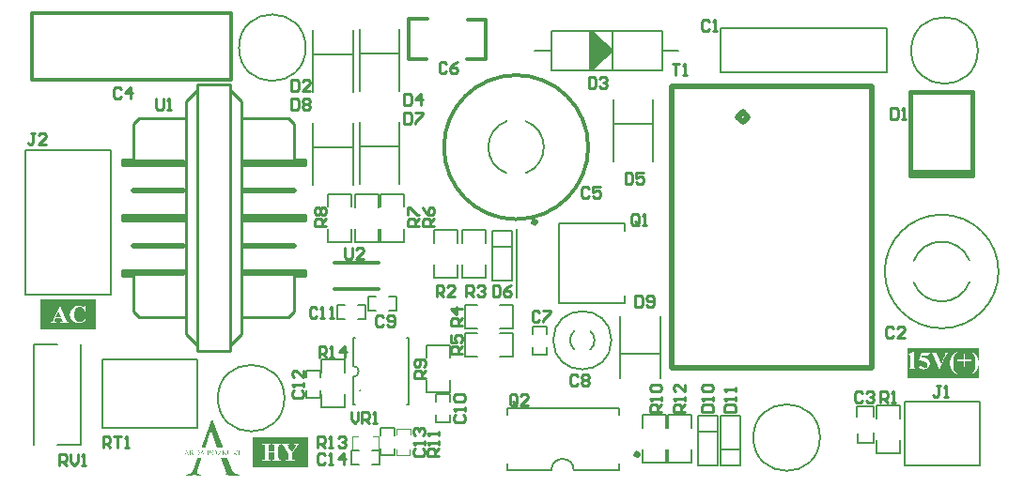
<source format=gto>
G04*
G04 #@! TF.GenerationSoftware,Altium Limited,Altium Designer,23.4.1 (23)*
G04*
G04 Layer_Color=65535*
%FSLAX44Y44*%
%MOMM*%
G71*
G04*
G04 #@! TF.SameCoordinates,A62261B1-4730-41BB-8F10-B985FF82E821*
G04*
G04*
G04 #@! TF.FilePolarity,Positive*
G04*
G01*
G75*
%ADD10C,0.2000*%
%ADD11C,0.3000*%
%ADD12C,0.5000*%
%ADD13C,0.1500*%
%ADD14C,0.1000*%
%ADD15C,0.4000*%
%ADD16C,0.2540*%
%ADD17C,0.5080*%
G36*
X170637Y55017D02*
X170641Y54990D01*
X170653Y54979D01*
X170662Y54974D01*
X170678Y54963D01*
X170682Y54954D01*
X170698Y54933D01*
X170719Y54922D01*
X170723Y54913D01*
X170744Y54888D01*
X170803Y54883D01*
X170826Y54847D01*
X170848Y54842D01*
X170862Y54847D01*
X170885Y54842D01*
X170896Y54831D01*
X170900Y54822D01*
X170912Y54806D01*
X170935Y54792D01*
X170942Y54785D01*
X170946Y54767D01*
X170942Y54749D01*
X170946Y54726D01*
X170953Y54719D01*
X170976Y54706D01*
X170987Y54694D01*
X170992Y54685D01*
X171007Y54669D01*
X171017Y54665D01*
X171033Y54649D01*
X171037Y54640D01*
X171048Y54628D01*
X171057Y54624D01*
X171073Y54612D01*
X171078Y54553D01*
X171089Y54542D01*
X171098Y54537D01*
X171114Y54526D01*
X171119Y54517D01*
X171135Y54496D01*
X171158Y54483D01*
X171164Y54462D01*
X171160Y54430D01*
X171176Y54410D01*
X171201Y54399D01*
X171205Y54380D01*
X171210Y54330D01*
X171246Y54308D01*
X171251Y54289D01*
X171249Y54260D01*
X171255Y54244D01*
X171262Y54237D01*
X171285Y54223D01*
X171292Y54217D01*
X171296Y54158D01*
X171303Y54151D01*
X171333Y54135D01*
X171337Y54117D01*
X171342Y54071D01*
X171353Y54060D01*
X171376Y54046D01*
X171383Y54026D01*
X171378Y54007D01*
X171383Y53985D01*
X171394Y53973D01*
X171417Y53960D01*
X171424Y53953D01*
X171428Y53921D01*
X171424Y53907D01*
X171419Y53875D01*
X171424Y53862D01*
X171428Y53853D01*
X171440Y53841D01*
X171462Y53828D01*
X171469Y53821D01*
X171467Y53778D01*
X171474Y53762D01*
X171506Y53744D01*
X171515Y53721D01*
X171510Y53648D01*
X171521Y53628D01*
X171551Y53612D01*
X171556Y53593D01*
X171560Y53548D01*
X171572Y53537D01*
X171594Y53523D01*
X171601Y53502D01*
X171597Y53425D01*
X171608Y53409D01*
X171637Y53393D01*
X171642Y53375D01*
X171647Y53330D01*
X171658Y53318D01*
X171681Y53305D01*
X171688Y53284D01*
X171685Y53209D01*
X171703Y53186D01*
X171726Y53173D01*
X171731Y53113D01*
X171744Y53100D01*
X171767Y53086D01*
X171774Y53079D01*
X171772Y52995D01*
X171779Y52979D01*
X171790Y52968D01*
X171813Y52954D01*
X171819Y52934D01*
X171815Y52861D01*
X171835Y52836D01*
X171858Y52822D01*
X171863Y52763D01*
X171876Y52750D01*
X171899Y52736D01*
X171906Y52716D01*
X171901Y52643D01*
X171922Y52618D01*
X171945Y52604D01*
X171951Y52579D01*
X171947Y52520D01*
X171951Y52502D01*
X171967Y52486D01*
X171988Y52474D01*
X171992Y52456D01*
X171997Y52411D01*
X172004Y52404D01*
X172027Y52390D01*
X172033Y52383D01*
X172038Y52365D01*
X172033Y52292D01*
X172049Y52272D01*
X172072Y52258D01*
X172079Y52252D01*
X172083Y52192D01*
X172090Y52186D01*
X172120Y52170D01*
X172124Y52151D01*
X172122Y52122D01*
X172129Y52106D01*
X172140Y52094D01*
X172163Y52081D01*
X172170Y52056D01*
X172165Y51997D01*
X172170Y51974D01*
X172177Y51967D01*
X172206Y51951D01*
X172211Y51933D01*
X172215Y51888D01*
X172227Y51876D01*
X172249Y51863D01*
X172256Y51842D01*
X172252Y51769D01*
X172272Y51744D01*
X172295Y51731D01*
X172299Y51712D01*
X172302Y51692D01*
X172297Y51678D01*
X172295Y51649D01*
X172299Y51631D01*
X172304Y51621D01*
X172313Y51617D01*
X172338Y51601D01*
X172343Y51583D01*
X172340Y51553D01*
X172347Y51537D01*
X172358Y51526D01*
X172381Y51512D01*
X172388Y51487D01*
X172383Y51428D01*
X172388Y51410D01*
X172404Y51394D01*
X172425Y51383D01*
X172429Y51364D01*
X172434Y51319D01*
X172440Y51312D01*
X172463Y51298D01*
X172470Y51292D01*
X172474Y51273D01*
X172470Y51201D01*
X172486Y51180D01*
X172509Y51167D01*
X172516Y51160D01*
X172520Y51101D01*
X172527Y51094D01*
X172550Y51080D01*
X172561Y51069D01*
X172559Y50985D01*
X172565Y50969D01*
X172572Y50962D01*
X172595Y50948D01*
X172602Y50941D01*
X172606Y50910D01*
X172602Y50878D01*
X172606Y50841D01*
X172618Y50830D01*
X172641Y50816D01*
X172647Y50809D01*
X172652Y50750D01*
X172659Y50743D01*
X172682Y50730D01*
X172688Y50723D01*
X172693Y50705D01*
X172688Y50632D01*
X172704Y50612D01*
X172727Y50598D01*
X172734Y50591D01*
X172738Y50532D01*
X172745Y50525D01*
X172775Y50509D01*
X172779Y50491D01*
X172777Y50416D01*
X172784Y50400D01*
X172791Y50393D01*
X172813Y50380D01*
X172820Y50373D01*
X172825Y50354D01*
X172820Y50282D01*
X172836Y50261D01*
X172859Y50248D01*
X172866Y50241D01*
X172870Y50182D01*
X172902Y50163D01*
X172911Y50141D01*
X172907Y50063D01*
X172918Y50047D01*
X172927Y50043D01*
X172952Y50023D01*
X172957Y49991D01*
X172952Y49977D01*
X172948Y49945D01*
X172952Y49931D01*
X172957Y49922D01*
X172968Y49911D01*
X172991Y49897D01*
X172998Y49890D01*
X172995Y49847D01*
X173002Y49831D01*
X173034Y49813D01*
X173043Y49790D01*
X173039Y49718D01*
X173050Y49697D01*
X173079Y49681D01*
X173084Y49663D01*
X173089Y49618D01*
X173100Y49606D01*
X173123Y49593D01*
X173130Y49572D01*
X173125Y49495D01*
X173136Y49479D01*
X173166Y49463D01*
X173175Y49431D01*
X173171Y49399D01*
X173166Y49381D01*
X173171Y49367D01*
X173182Y49347D01*
X173211Y49331D01*
X173216Y49313D01*
X173214Y49283D01*
X173221Y49267D01*
X173232Y49256D01*
X173255Y49242D01*
X173262Y49217D01*
X173257Y49158D01*
X173262Y49135D01*
X173268Y49129D01*
X173298Y49113D01*
X173302Y49094D01*
X173307Y49049D01*
X173318Y49038D01*
X173341Y49024D01*
X173348Y49004D01*
X173343Y48931D01*
X173364Y48906D01*
X173387Y48892D01*
X173391Y48874D01*
X173393Y48853D01*
X173389Y48840D01*
X173387Y48810D01*
X173391Y48792D01*
X173396Y48783D01*
X173405Y48778D01*
X173430Y48762D01*
X173434Y48744D01*
X173432Y48715D01*
X173439Y48699D01*
X173450Y48687D01*
X173473Y48674D01*
X173480Y48649D01*
X173475Y48590D01*
X173480Y48571D01*
X173496Y48555D01*
X173516Y48544D01*
X173521Y48526D01*
X173525Y48480D01*
X173532Y48474D01*
X173555Y48460D01*
X173562Y48453D01*
X173566Y48435D01*
X173562Y48362D01*
X173578Y48342D01*
X173600Y48328D01*
X173607Y48321D01*
X173612Y48285D01*
X173607Y48271D01*
X173605Y48242D01*
X173610Y48223D01*
X173623Y48210D01*
X173646Y48196D01*
X173653Y48176D01*
X173650Y48146D01*
X173657Y48130D01*
X173664Y48123D01*
X173687Y48110D01*
X173694Y48103D01*
X173698Y48071D01*
X173694Y48039D01*
X173698Y48003D01*
X173710Y47991D01*
X173732Y47978D01*
X173739Y47971D01*
X173737Y47887D01*
X173744Y47871D01*
X173755Y47859D01*
X173778Y47846D01*
X173785Y47821D01*
X173780Y47807D01*
X173785Y47784D01*
X173796Y47773D01*
X173819Y47759D01*
X173826Y47752D01*
X173830Y47721D01*
X173826Y47707D01*
X173823Y47673D01*
X173828Y47655D01*
X173841Y47641D01*
X173864Y47627D01*
X173871Y47607D01*
X173869Y47577D01*
X173876Y47561D01*
X173883Y47555D01*
X173905Y47541D01*
X173912Y47534D01*
X173917Y47516D01*
X173912Y47443D01*
X173928Y47423D01*
X173951Y47409D01*
X173958Y47402D01*
X173955Y47318D01*
X173962Y47302D01*
X173973Y47291D01*
X173996Y47277D01*
X174003Y47257D01*
X173999Y47238D01*
X174003Y47216D01*
X174014Y47204D01*
X174037Y47191D01*
X174044Y47184D01*
X174049Y47152D01*
X174044Y47138D01*
X174039Y47106D01*
X174044Y47093D01*
X174049Y47084D01*
X174060Y47072D01*
X174083Y47059D01*
X174089Y47052D01*
X174087Y47009D01*
X174094Y46993D01*
X174126Y46975D01*
X174135Y46952D01*
X174130Y46879D01*
X174142Y46859D01*
X174165Y46845D01*
X174176Y46834D01*
X174174Y46749D01*
X174180Y46733D01*
X174187Y46727D01*
X174210Y46713D01*
X174217Y46706D01*
X174221Y46688D01*
X174217Y46670D01*
X174221Y46647D01*
X174228Y46640D01*
X174258Y46624D01*
X174267Y46592D01*
X174262Y46561D01*
X174258Y46542D01*
X174262Y46529D01*
X174274Y46508D01*
X174296Y46495D01*
X174308Y46483D01*
X174305Y46399D01*
X174312Y46383D01*
X174319Y46376D01*
X174342Y46363D01*
X174349Y46356D01*
X174353Y46297D01*
X174360Y46290D01*
X174390Y46274D01*
X174394Y46256D01*
X174392Y46181D01*
X174406Y46158D01*
X174428Y46144D01*
X174435Y46137D01*
X174440Y46119D01*
X174435Y46101D01*
X174440Y46083D01*
X174456Y46067D01*
X174478Y46053D01*
X174483Y46035D01*
X174485Y46015D01*
X174481Y46001D01*
X174478Y45971D01*
X174483Y45953D01*
X174487Y45944D01*
X174497Y45940D01*
X174522Y45924D01*
X174526Y45905D01*
X174524Y45830D01*
X174531Y45815D01*
X174538Y45808D01*
X174562Y45796D01*
X174567Y45778D01*
X174572Y45733D01*
X174588Y45717D01*
X174608Y45705D01*
X174613Y45687D01*
X174610Y45617D01*
X174619Y45594D01*
X174629Y45589D01*
X174649Y45578D01*
X174658Y45555D01*
X174653Y45478D01*
X174665Y45462D01*
X174674Y45458D01*
X174694Y45446D01*
X174699Y45428D01*
X174704Y45378D01*
X174740Y45355D01*
X174744Y45337D01*
X174742Y45262D01*
X174751Y45244D01*
X174783Y45226D01*
X174788Y45166D01*
X174801Y45153D01*
X174824Y45139D01*
X174831Y45132D01*
X174829Y45048D01*
X174835Y45032D01*
X174847Y45021D01*
X174870Y45007D01*
X174876Y44987D01*
X174872Y44909D01*
X174883Y44893D01*
X174913Y44878D01*
X174917Y44859D01*
X174922Y44814D01*
X174933Y44802D01*
X174956Y44789D01*
X174963Y44768D01*
X174961Y44693D01*
X174972Y44677D01*
X174979Y44671D01*
X175002Y44657D01*
X175008Y44632D01*
X175004Y44573D01*
X175008Y44550D01*
X175015Y44543D01*
X175045Y44527D01*
X175049Y44509D01*
X175054Y44464D01*
X175065Y44452D01*
X175088Y44439D01*
X175095Y44418D01*
X175090Y44345D01*
X175111Y44320D01*
X175133Y44307D01*
X175138Y44288D01*
X175140Y44268D01*
X175136Y44254D01*
X175133Y44225D01*
X175138Y44207D01*
X175143Y44197D01*
X175152Y44193D01*
X175177Y44177D01*
X175181Y44159D01*
X175179Y44129D01*
X175186Y44113D01*
X175197Y44102D01*
X175220Y44088D01*
X175227Y44063D01*
X175222Y44004D01*
X175227Y43986D01*
X175243Y43970D01*
X175263Y43959D01*
X175268Y43940D01*
X175272Y43895D01*
X175279Y43888D01*
X175302Y43874D01*
X175309Y43868D01*
X175313Y43849D01*
X175309Y43777D01*
X175324Y43756D01*
X175347Y43742D01*
X175354Y43736D01*
X175359Y43699D01*
X175354Y43686D01*
X175352Y43656D01*
X175356Y43638D01*
X175370Y43624D01*
X175393Y43611D01*
X175400Y43590D01*
X175397Y43561D01*
X175404Y43545D01*
X175411Y43538D01*
X175434Y43524D01*
X175441Y43517D01*
X175445Y43485D01*
X175441Y43454D01*
X175445Y43417D01*
X175456Y43406D01*
X175479Y43392D01*
X175486Y43385D01*
X175484Y43301D01*
X175490Y43285D01*
X175502Y43274D01*
X175525Y43260D01*
X175532Y43235D01*
X175527Y43222D01*
X175532Y43199D01*
X175543Y43187D01*
X175566Y43174D01*
X175572Y43167D01*
X175577Y43135D01*
X175572Y43122D01*
X175570Y43087D01*
X175575Y43069D01*
X175588Y43056D01*
X175611Y43042D01*
X175618Y43021D01*
X175616Y42992D01*
X175623Y42976D01*
X175629Y42969D01*
X175652Y42955D01*
X175659Y42949D01*
X175663Y42930D01*
X175659Y42858D01*
X175675Y42837D01*
X175697Y42824D01*
X175704Y42817D01*
X175702Y42733D01*
X175709Y42717D01*
X175720Y42705D01*
X175743Y42692D01*
X175750Y42671D01*
X175745Y42653D01*
X175750Y42630D01*
X175761Y42619D01*
X175784Y42605D01*
X175791Y42598D01*
X175795Y42566D01*
X175791Y42553D01*
X175786Y42521D01*
X175791Y42507D01*
X175795Y42498D01*
X175807Y42487D01*
X175830Y42473D01*
X175836Y42453D01*
X175832Y42380D01*
X175852Y42355D01*
X175875Y42341D01*
X175879Y42287D01*
X175889Y42273D01*
X175911Y42259D01*
X175923Y42248D01*
X175920Y42164D01*
X175927Y42148D01*
X175934Y42141D01*
X175957Y42128D01*
X175964Y42121D01*
X175968Y42102D01*
X175964Y42084D01*
X175968Y42062D01*
X175975Y42055D01*
X176005Y42039D01*
X176014Y42007D01*
X176009Y41975D01*
X176005Y41957D01*
X176009Y41943D01*
X176021Y41923D01*
X176050Y41907D01*
X176055Y41889D01*
X176052Y41859D01*
X176059Y41843D01*
X176070Y41832D01*
X176093Y41818D01*
X176100Y41793D01*
X176096Y41734D01*
X176100Y41711D01*
X176107Y41705D01*
X176136Y41689D01*
X176141Y41670D01*
X176139Y41595D01*
X176152Y41573D01*
X176175Y41559D01*
X176182Y41552D01*
X176187Y41534D01*
X176182Y41461D01*
X176198Y41441D01*
X176221Y41427D01*
X176227Y41420D01*
X176232Y41361D01*
X176239Y41354D01*
X176268Y41338D01*
X176273Y41320D01*
X176271Y41245D01*
X176278Y41229D01*
X176284Y41222D01*
X176309Y41211D01*
X176314Y41193D01*
X176318Y41147D01*
X176334Y41131D01*
X176355Y41120D01*
X176359Y41102D01*
X176357Y41031D01*
X176366Y41009D01*
X176375Y41004D01*
X176400Y40988D01*
X176405Y40961D01*
X176400Y40947D01*
X176405Y40929D01*
X176416Y40918D01*
X176439Y40904D01*
X176446Y40897D01*
X176450Y40861D01*
X176446Y40847D01*
X176444Y40817D01*
X176448Y40799D01*
X176462Y40786D01*
X176471Y40781D01*
X176487Y40770D01*
X176491Y40752D01*
X176489Y40676D01*
X176498Y40658D01*
X176530Y40640D01*
X176535Y40581D01*
X176548Y40567D01*
X176571Y40554D01*
X176578Y40547D01*
X176576Y40463D01*
X176582Y40447D01*
X176594Y40435D01*
X176616Y40422D01*
X176623Y40401D01*
X176619Y40324D01*
X176630Y40308D01*
X176660Y40292D01*
X176664Y40274D01*
X176669Y40228D01*
X176680Y40217D01*
X176703Y40203D01*
X176710Y40183D01*
X176707Y40108D01*
X176719Y40092D01*
X176726Y40085D01*
X176748Y40071D01*
X176753Y40012D01*
X176767Y39999D01*
X176789Y39985D01*
X176796Y39978D01*
X176794Y39894D01*
X176801Y39878D01*
X176812Y39867D01*
X176835Y39853D01*
X176842Y39832D01*
X176837Y39760D01*
X176857Y39735D01*
X176880Y39721D01*
X176885Y39662D01*
X176898Y39648D01*
X176921Y39635D01*
X176928Y39614D01*
X176924Y39541D01*
X176944Y39516D01*
X176967Y39503D01*
X176971Y39448D01*
X176980Y39434D01*
X177003Y39421D01*
X177015Y39409D01*
X177012Y39325D01*
X177019Y39309D01*
X177026Y39303D01*
X177049Y39289D01*
X177055Y39282D01*
X177060Y39264D01*
X177055Y39191D01*
X177071Y39171D01*
X177094Y39157D01*
X177101Y39150D01*
X177106Y39091D01*
X177112Y39084D01*
X177135Y39071D01*
X177146Y39059D01*
X177144Y38975D01*
X177151Y38959D01*
X177158Y38952D01*
X177181Y38939D01*
X177187Y38932D01*
X177192Y38873D01*
X177199Y38866D01*
X177228Y38850D01*
X177233Y38832D01*
X177231Y38757D01*
X177244Y38734D01*
X177267Y38720D01*
X177274Y38714D01*
X177278Y38695D01*
X177274Y38623D01*
X177290Y38602D01*
X177312Y38588D01*
X177319Y38582D01*
X177324Y38522D01*
X177331Y38516D01*
X177360Y38500D01*
X177365Y38482D01*
X177362Y38406D01*
X177369Y38391D01*
X177376Y38384D01*
X177399Y38370D01*
X177406Y38363D01*
X177410Y38345D01*
X177406Y38272D01*
X177422Y38252D01*
X177444Y38238D01*
X177451Y38231D01*
X177456Y38172D01*
X177488Y38154D01*
X177497Y38131D01*
X177492Y38054D01*
X177504Y38038D01*
X177513Y38033D01*
X177533Y38022D01*
X177538Y38004D01*
X177542Y37954D01*
X177579Y37931D01*
X177583Y37913D01*
X177581Y37838D01*
X177590Y37820D01*
X177619Y37804D01*
X177629Y37781D01*
X177624Y37708D01*
X177635Y37688D01*
X177665Y37672D01*
X177670Y37654D01*
X177674Y37608D01*
X177686Y37597D01*
X177708Y37583D01*
X177715Y37563D01*
X177710Y37485D01*
X177722Y37469D01*
X177751Y37453D01*
X177756Y37435D01*
X177761Y37390D01*
X177772Y37378D01*
X177795Y37365D01*
X177801Y37344D01*
X177799Y37269D01*
X177811Y37253D01*
X177817Y37246D01*
X177840Y37233D01*
X177847Y37208D01*
X177842Y37149D01*
X177847Y37126D01*
X177854Y37119D01*
X177883Y37103D01*
X177888Y37085D01*
X177892Y37039D01*
X177904Y37028D01*
X177927Y37014D01*
X177933Y36994D01*
X177929Y36921D01*
X177949Y36896D01*
X177972Y36883D01*
X177977Y36823D01*
X177990Y36810D01*
X178013Y36796D01*
X178020Y36776D01*
X178015Y36703D01*
X178036Y36678D01*
X178058Y36664D01*
X178063Y36610D01*
X178072Y36596D01*
X178095Y36582D01*
X178106Y36571D01*
X178104Y36487D01*
X178111Y36471D01*
X178118Y36464D01*
X178140Y36450D01*
X178147Y36444D01*
X178152Y36425D01*
X178147Y36353D01*
X178163Y36332D01*
X178186Y36318D01*
X178193Y36312D01*
X178197Y36252D01*
X178204Y36246D01*
X178227Y36232D01*
X178238Y36221D01*
X178236Y36136D01*
X178243Y36121D01*
X178250Y36114D01*
X178272Y36100D01*
X178279Y36093D01*
X178284Y36034D01*
X178291Y36027D01*
X178320Y36011D01*
X178325Y35993D01*
X178322Y35918D01*
X178336Y35895D01*
X178359Y35882D01*
X178366Y35875D01*
X178370Y35857D01*
X178366Y35784D01*
X178382Y35763D01*
X178404Y35750D01*
X178411Y35743D01*
X178416Y35684D01*
X178422Y35677D01*
X178452Y35661D01*
X178456Y35643D01*
X178454Y35568D01*
X178461Y35552D01*
X178468Y35545D01*
X178493Y35534D01*
X178498Y35515D01*
X178502Y35470D01*
X178518Y35454D01*
X178538Y35443D01*
X178543Y35424D01*
X178541Y35354D01*
X178550Y35331D01*
X178559Y35327D01*
X178579Y35315D01*
X178589Y35293D01*
X178584Y35215D01*
X178595Y35199D01*
X178604Y35195D01*
X178625Y35183D01*
X178629Y35165D01*
X178634Y35115D01*
X178670Y35092D01*
X178675Y35074D01*
X178673Y34999D01*
X178682Y34981D01*
X178714Y34963D01*
X178718Y34904D01*
X178732Y34890D01*
X178755Y34876D01*
X178761Y34869D01*
X178759Y34785D01*
X178766Y34769D01*
X178777Y34758D01*
X178800Y34744D01*
X178807Y34719D01*
X178802Y34706D01*
X178807Y34683D01*
X178818Y34672D01*
X178841Y34658D01*
X178848Y34651D01*
X178852Y34619D01*
X178848Y34606D01*
X178846Y34572D01*
X178850Y34553D01*
X178864Y34540D01*
X178886Y34526D01*
X178893Y34506D01*
X178891Y34430D01*
X178902Y34415D01*
X178909Y34408D01*
X178932Y34394D01*
X178937Y34335D01*
X178950Y34321D01*
X178973Y34308D01*
X178980Y34301D01*
X178977Y34217D01*
X178984Y34201D01*
X178996Y34189D01*
X179018Y34176D01*
X179025Y34155D01*
X179021Y34137D01*
X179025Y34114D01*
X179037Y34103D01*
X179059Y34089D01*
X179066Y34083D01*
X179071Y34051D01*
X179066Y34037D01*
X179062Y34005D01*
X179066Y33991D01*
X179071Y33983D01*
X179082Y33971D01*
X179105Y33957D01*
X179112Y33937D01*
X179107Y33864D01*
X179128Y33839D01*
X179150Y33826D01*
X179155Y33771D01*
X179164Y33757D01*
X179187Y33744D01*
X179198Y33732D01*
X179196Y33648D01*
X179203Y33632D01*
X179209Y33625D01*
X179232Y33612D01*
X179239Y33605D01*
X179244Y33587D01*
X179239Y33514D01*
X179255Y33493D01*
X179278Y33480D01*
X179284Y33473D01*
X179289Y33414D01*
X179296Y33407D01*
X179319Y33393D01*
X179330Y33382D01*
X179328Y33298D01*
X179335Y33282D01*
X179341Y33275D01*
X179364Y33261D01*
X179371Y33255D01*
X179375Y33196D01*
X179382Y33189D01*
X179412Y33173D01*
X179416Y33154D01*
X179414Y33080D01*
X179428Y33057D01*
X179450Y33043D01*
X179457Y33036D01*
X179462Y33018D01*
X179457Y33000D01*
X179462Y32982D01*
X179478Y32966D01*
X179501Y32952D01*
X179505Y32934D01*
X179507Y32913D01*
X179503Y32900D01*
X179501Y32870D01*
X179505Y32852D01*
X179510Y32843D01*
X179519Y32838D01*
X179544Y32822D01*
X179548Y32804D01*
X179546Y32775D01*
X179553Y32759D01*
X179564Y32747D01*
X179587Y32734D01*
X179594Y32709D01*
X179589Y32650D01*
X179594Y32631D01*
X179610Y32615D01*
X179630Y32604D01*
X179635Y32586D01*
X179632Y32515D01*
X179642Y32493D01*
X179651Y32488D01*
X179676Y32472D01*
X179680Y32445D01*
X179676Y32431D01*
X179680Y32413D01*
X179692Y32402D01*
X179714Y32388D01*
X179721Y32381D01*
X179726Y32345D01*
X179721Y32331D01*
X179719Y32302D01*
X179723Y32283D01*
X179737Y32270D01*
X179760Y32256D01*
X179767Y32236D01*
X179764Y32206D01*
X179771Y32190D01*
X179778Y32183D01*
X179801Y32170D01*
X179808Y32163D01*
X179812Y32131D01*
X179808Y32099D01*
X179812Y32063D01*
X179823Y32051D01*
X179846Y32038D01*
X179853Y32031D01*
X179851Y31947D01*
X179858Y31931D01*
X179869Y31920D01*
X179892Y31906D01*
X179899Y31881D01*
X179894Y31867D01*
X179899Y31844D01*
X179910Y31833D01*
X179933Y31819D01*
X179939Y31813D01*
X179944Y31781D01*
X179939Y31767D01*
X179937Y31733D01*
X179942Y31715D01*
X179955Y31701D01*
X179978Y31687D01*
X179985Y31667D01*
X179983Y31637D01*
X179990Y31621D01*
X179996Y31615D01*
X180019Y31601D01*
X180026Y31594D01*
X180030Y31576D01*
X180026Y31503D01*
X180042Y31483D01*
X180065Y31469D01*
X180072Y31462D01*
X180069Y31378D01*
X180076Y31362D01*
X180087Y31351D01*
X180110Y31337D01*
X180117Y31317D01*
X180112Y31298D01*
X180117Y31276D01*
X180128Y31264D01*
X180151Y31251D01*
X180158Y31244D01*
X180163Y31212D01*
X180158Y31198D01*
X180153Y31167D01*
X180158Y31153D01*
X180163Y31144D01*
X180174Y31133D01*
X180197Y31119D01*
X180203Y31112D01*
X180201Y31069D01*
X180208Y31053D01*
X180240Y31035D01*
X180249Y31012D01*
X180244Y30939D01*
X180256Y30919D01*
X180285Y30903D01*
X180290Y30884D01*
X180294Y30839D01*
X180306Y30828D01*
X180329Y30814D01*
X180335Y30794D01*
X180331Y30716D01*
X180342Y30700D01*
X180372Y30684D01*
X180381Y30652D01*
X180376Y30621D01*
X180372Y30603D01*
X180376Y30589D01*
X180388Y30568D01*
X180417Y30552D01*
X180422Y30534D01*
X180420Y30505D01*
X180426Y30489D01*
X180438Y30477D01*
X180460Y30464D01*
X180467Y30439D01*
X180463Y30380D01*
X180467Y30357D01*
X180474Y30350D01*
X180504Y30334D01*
X180508Y30316D01*
X180506Y30241D01*
X180513Y30225D01*
X180520Y30218D01*
X180542Y30205D01*
X180549Y30198D01*
X180554Y30179D01*
X180549Y30143D01*
X180533Y30127D01*
X174970Y30132D01*
X174958Y30157D01*
X174963Y30220D01*
X174958Y30225D01*
X174963Y30239D01*
X174958Y30289D01*
X174951Y30295D01*
X174922Y30311D01*
X174917Y30330D01*
X174913Y30380D01*
X174876Y30402D01*
X174872Y30420D01*
X174876Y30493D01*
X174865Y30514D01*
X174835Y30530D01*
X174826Y30552D01*
X174831Y30625D01*
X174820Y30646D01*
X174797Y30659D01*
X174785Y30671D01*
X174788Y30755D01*
X174781Y30771D01*
X174774Y30778D01*
X174751Y30791D01*
X174744Y30798D01*
X174740Y30816D01*
X174744Y30889D01*
X174729Y30910D01*
X174706Y30923D01*
X174699Y30930D01*
X174694Y30989D01*
X174688Y30996D01*
X174665Y31010D01*
X174658Y31016D01*
X174653Y31035D01*
X174658Y31107D01*
X174642Y31128D01*
X174619Y31142D01*
X174613Y31148D01*
X174608Y31180D01*
X174613Y31212D01*
X174608Y31249D01*
X174597Y31260D01*
X174574Y31274D01*
X174567Y31294D01*
X174569Y31365D01*
X174562Y31380D01*
X174551Y31392D01*
X174528Y31405D01*
X174522Y31430D01*
X174526Y31503D01*
X174515Y31519D01*
X174485Y31535D01*
X174481Y31553D01*
X174476Y31599D01*
X174465Y31610D01*
X174442Y31624D01*
X174435Y31644D01*
X174437Y31697D01*
X174435Y31722D01*
X174440Y31735D01*
X174435Y31772D01*
X174424Y31783D01*
X174401Y31797D01*
X174394Y31804D01*
X174390Y31835D01*
X174394Y31867D01*
X174390Y31904D01*
X174378Y31915D01*
X174356Y31929D01*
X174349Y31935D01*
X174344Y31995D01*
X174337Y32001D01*
X174315Y32015D01*
X174308Y32022D01*
X174303Y32040D01*
X174308Y32113D01*
X174292Y32133D01*
X174269Y32147D01*
X174262Y32154D01*
X174258Y32186D01*
X174262Y32199D01*
X174267Y32231D01*
X174262Y32245D01*
X174258Y32254D01*
X174246Y32265D01*
X174224Y32279D01*
X174217Y32299D01*
X174221Y32372D01*
X174201Y32397D01*
X174178Y32411D01*
X174171Y32436D01*
X174176Y32495D01*
X174171Y32518D01*
X174135Y32540D01*
X174130Y32559D01*
X174133Y32634D01*
X174126Y32650D01*
X174119Y32656D01*
X174096Y32670D01*
X174089Y32677D01*
X174085Y32695D01*
X174089Y32709D01*
X174085Y32736D01*
X174049Y32759D01*
X174039Y32795D01*
X174044Y32809D01*
X174049Y32845D01*
X174037Y32870D01*
X174028Y32875D01*
X174003Y32891D01*
X173999Y32909D01*
X174001Y32984D01*
X173994Y33000D01*
X173987Y33007D01*
X173964Y33020D01*
X173958Y33027D01*
X173953Y33059D01*
X173958Y33077D01*
X173953Y33127D01*
X173942Y33139D01*
X173919Y33152D01*
X173912Y33159D01*
X173914Y33243D01*
X173908Y33259D01*
X173896Y33270D01*
X173873Y33284D01*
X173867Y33309D01*
X173871Y33323D01*
X173867Y33346D01*
X173860Y33352D01*
X173837Y33366D01*
X173826Y33377D01*
X173828Y33498D01*
X173823Y33516D01*
X173819Y33525D01*
X173810Y33530D01*
X173785Y33546D01*
X173780Y33564D01*
X173785Y33596D01*
X173764Y33621D01*
X173741Y33635D01*
X173735Y33660D01*
X173739Y33719D01*
X173735Y33737D01*
X173719Y33753D01*
X173698Y33764D01*
X173694Y33782D01*
X173696Y33857D01*
X173687Y33876D01*
X173678Y33880D01*
X173657Y33891D01*
X173648Y33914D01*
X173653Y33991D01*
X173641Y34007D01*
X173632Y34012D01*
X173607Y34032D01*
X173603Y34064D01*
X173607Y34078D01*
X173612Y34110D01*
X173607Y34123D01*
X173603Y34133D01*
X173596Y34139D01*
X173587Y34144D01*
X173566Y34160D01*
X173562Y34178D01*
X173564Y34208D01*
X173557Y34224D01*
X173525Y34242D01*
X173516Y34265D01*
X173521Y34337D01*
X173509Y34358D01*
X173487Y34371D01*
X173475Y34383D01*
X173478Y34467D01*
X173471Y34483D01*
X173464Y34490D01*
X173441Y34503D01*
X173434Y34510D01*
X173430Y34528D01*
X173434Y34601D01*
X173418Y34622D01*
X173396Y34635D01*
X173389Y34642D01*
X173384Y34674D01*
X173389Y34688D01*
X173393Y34719D01*
X173389Y34733D01*
X173384Y34742D01*
X173373Y34753D01*
X173364Y34758D01*
X173348Y34769D01*
X173343Y34788D01*
X173348Y34860D01*
X173337Y34881D01*
X173307Y34897D01*
X173298Y34920D01*
X173302Y34992D01*
X173291Y35013D01*
X173262Y35029D01*
X173257Y35047D01*
X173252Y35092D01*
X173241Y35104D01*
X173218Y35117D01*
X173211Y35143D01*
X173216Y35215D01*
X173207Y35224D01*
X173205Y35231D01*
X173175Y35247D01*
X173166Y35284D01*
X173171Y35297D01*
X173173Y35336D01*
X173164Y35359D01*
X173132Y35381D01*
X173125Y35402D01*
X173130Y35475D01*
X173114Y35495D01*
X173091Y35509D01*
X173084Y35515D01*
X173079Y35547D01*
X173084Y35579D01*
X173079Y35615D01*
X173068Y35627D01*
X173045Y35641D01*
X173039Y35661D01*
X173041Y35732D01*
X173034Y35747D01*
X173023Y35759D01*
X173000Y35773D01*
X172993Y35798D01*
X172998Y35870D01*
X172989Y35879D01*
X172986Y35886D01*
X172957Y35902D01*
X172948Y35939D01*
X172952Y35952D01*
X172954Y35991D01*
X172945Y36014D01*
X172911Y36034D01*
X172907Y36052D01*
X172911Y36084D01*
X172891Y36109D01*
X172868Y36123D01*
X172861Y36148D01*
X172866Y36207D01*
X172861Y36230D01*
X172825Y36252D01*
X172820Y36271D01*
X172822Y36346D01*
X172816Y36362D01*
X172809Y36369D01*
X172786Y36382D01*
X172779Y36389D01*
X172775Y36407D01*
X172779Y36480D01*
X172763Y36500D01*
X172741Y36514D01*
X172734Y36521D01*
X172729Y36553D01*
X172734Y36566D01*
X172738Y36598D01*
X172734Y36612D01*
X172729Y36621D01*
X172718Y36632D01*
X172695Y36646D01*
X172688Y36666D01*
X172693Y36739D01*
X172672Y36764D01*
X172650Y36778D01*
X172645Y36837D01*
X172631Y36851D01*
X172609Y36864D01*
X172602Y36871D01*
X172604Y36955D01*
X172597Y36971D01*
X172586Y36983D01*
X172563Y36996D01*
X172556Y37017D01*
X172561Y37094D01*
X172540Y37115D01*
X172520Y37126D01*
X172511Y37162D01*
X172516Y37176D01*
X172520Y37212D01*
X172509Y37237D01*
X172500Y37242D01*
X172474Y37258D01*
X172470Y37276D01*
X172472Y37351D01*
X172465Y37367D01*
X172459Y37374D01*
X172436Y37387D01*
X172429Y37394D01*
X172425Y37426D01*
X172429Y37444D01*
X172425Y37494D01*
X172413Y37506D01*
X172390Y37519D01*
X172383Y37526D01*
X172386Y37610D01*
X172379Y37626D01*
X172368Y37638D01*
X172345Y37651D01*
X172338Y37676D01*
X172343Y37690D01*
X172338Y37713D01*
X172331Y37720D01*
X172309Y37733D01*
X172297Y37745D01*
X172292Y37776D01*
X172297Y37790D01*
X172302Y37822D01*
X172297Y37836D01*
X172292Y37845D01*
X172286Y37851D01*
X172277Y37856D01*
X172256Y37872D01*
X172252Y37890D01*
X172256Y37963D01*
X172240Y37983D01*
X172231Y37988D01*
X172211Y38004D01*
X172206Y38036D01*
X172211Y38068D01*
X172206Y38104D01*
X172190Y38120D01*
X172170Y38131D01*
X172165Y38149D01*
X172167Y38224D01*
X172158Y38243D01*
X172149Y38247D01*
X172124Y38263D01*
X172120Y38286D01*
X172124Y38300D01*
X172120Y38322D01*
X172108Y38334D01*
X172086Y38347D01*
X172079Y38354D01*
X172081Y38479D01*
X172076Y38497D01*
X172067Y38507D01*
X172058Y38511D01*
X172038Y38527D01*
X172033Y38545D01*
X172036Y38575D01*
X172029Y38591D01*
X171997Y38609D01*
X171988Y38632D01*
X171992Y38704D01*
X171981Y38725D01*
X171958Y38739D01*
X171947Y38750D01*
X171949Y38834D01*
X171942Y38850D01*
X171936Y38857D01*
X171913Y38870D01*
X171906Y38877D01*
X171901Y38895D01*
X171906Y38968D01*
X171890Y38989D01*
X171867Y39002D01*
X171860Y39009D01*
X171856Y39041D01*
X171860Y39055D01*
X171865Y39086D01*
X171860Y39100D01*
X171856Y39109D01*
X171845Y39121D01*
X171835Y39125D01*
X171819Y39137D01*
X171815Y39155D01*
X171819Y39227D01*
X171808Y39248D01*
X171779Y39264D01*
X171769Y39287D01*
X171774Y39360D01*
X171763Y39380D01*
X171733Y39396D01*
X171728Y39414D01*
X171724Y39460D01*
X171713Y39471D01*
X171690Y39485D01*
X171683Y39510D01*
X171688Y39582D01*
X171678Y39591D01*
X171676Y39598D01*
X171647Y39614D01*
X171637Y39651D01*
X171642Y39664D01*
X171644Y39703D01*
X171635Y39726D01*
X171603Y39748D01*
X171597Y39769D01*
X171601Y39842D01*
X171585Y39862D01*
X171562Y39876D01*
X171556Y39883D01*
X171551Y39914D01*
X171556Y39946D01*
X171551Y39983D01*
X171540Y39994D01*
X171517Y40008D01*
X171510Y40028D01*
X171512Y40099D01*
X171506Y40115D01*
X171494Y40126D01*
X171472Y40140D01*
X171465Y40160D01*
X171469Y40174D01*
X171465Y40201D01*
X171453Y40212D01*
X171430Y40226D01*
X171424Y40233D01*
X171419Y40265D01*
X171424Y40278D01*
X171428Y40310D01*
X171424Y40324D01*
X171419Y40333D01*
X171408Y40344D01*
X171385Y40358D01*
X171378Y40378D01*
X171383Y40451D01*
X171362Y40476D01*
X171339Y40490D01*
X171333Y40515D01*
X171337Y40574D01*
X171333Y40597D01*
X171296Y40620D01*
X171292Y40638D01*
X171294Y40713D01*
X171287Y40729D01*
X171280Y40736D01*
X171258Y40749D01*
X171251Y40756D01*
X171246Y40774D01*
X171251Y40847D01*
X171235Y40868D01*
X171212Y40881D01*
X171205Y40888D01*
X171201Y40920D01*
X171205Y40933D01*
X171210Y40965D01*
X171205Y40979D01*
X171201Y40988D01*
X171189Y40999D01*
X171167Y41013D01*
X171160Y41034D01*
X171164Y41106D01*
X171144Y41131D01*
X171121Y41145D01*
X171117Y41204D01*
X171103Y41218D01*
X171080Y41231D01*
X171073Y41238D01*
X171076Y41322D01*
X171069Y41338D01*
X171057Y41350D01*
X171035Y41363D01*
X171028Y41384D01*
X171033Y41461D01*
X171012Y41482D01*
X170992Y41493D01*
X170982Y41529D01*
X170987Y41543D01*
X170992Y41579D01*
X170980Y41604D01*
X170971Y41609D01*
X170946Y41625D01*
X170942Y41643D01*
X170944Y41718D01*
X170937Y41734D01*
X170930Y41741D01*
X170907Y41754D01*
X170900Y41761D01*
X170896Y41821D01*
X170860Y41843D01*
X170855Y41861D01*
X170857Y41977D01*
X170851Y41993D01*
X170839Y42005D01*
X170816Y42018D01*
X170810Y42043D01*
X170814Y42057D01*
X170810Y42080D01*
X170803Y42087D01*
X170780Y42100D01*
X170769Y42112D01*
X170764Y42144D01*
X170769Y42157D01*
X170773Y42189D01*
X170769Y42203D01*
X170764Y42212D01*
X170757Y42218D01*
X170748Y42223D01*
X170728Y42239D01*
X170723Y42257D01*
X170728Y42330D01*
X170712Y42351D01*
X170703Y42355D01*
X170682Y42371D01*
X170678Y42403D01*
X170682Y42435D01*
X170678Y42471D01*
X170662Y42487D01*
X170641Y42498D01*
X170637Y42516D01*
X170639Y42592D01*
X170630Y42610D01*
X170621Y42614D01*
X170609Y42621D01*
X170607Y42623D01*
X170600Y42626D01*
X170591Y42648D01*
X170596Y42726D01*
X170584Y42742D01*
X170575Y42746D01*
X170550Y42767D01*
X170546Y42799D01*
X170550Y42812D01*
X170555Y42844D01*
X170550Y42858D01*
X170546Y42867D01*
X170539Y42874D01*
X170530Y42878D01*
X170509Y42894D01*
X170505Y42912D01*
X170507Y42942D01*
X170500Y42958D01*
X170468Y42976D01*
X170459Y42999D01*
X170464Y43071D01*
X170452Y43092D01*
X170430Y43106D01*
X170418Y43117D01*
X170421Y43201D01*
X170414Y43217D01*
X170407Y43224D01*
X170384Y43238D01*
X170377Y43244D01*
X170373Y43263D01*
X170377Y43335D01*
X170361Y43356D01*
X170339Y43369D01*
X170332Y43376D01*
X170327Y43408D01*
X170332Y43422D01*
X170336Y43454D01*
X170332Y43467D01*
X170327Y43476D01*
X170316Y43488D01*
X170293Y43501D01*
X170286Y43522D01*
X170289Y43551D01*
X170282Y43567D01*
X170275Y43574D01*
X170252Y43588D01*
X170245Y43595D01*
X170241Y43626D01*
X170245Y43658D01*
X170241Y43695D01*
X170230Y43706D01*
X170207Y43720D01*
X170200Y43740D01*
X170202Y43811D01*
X170195Y43827D01*
X170184Y43838D01*
X170161Y43852D01*
X170154Y43877D01*
X170159Y43949D01*
X170150Y43959D01*
X170148Y43965D01*
X170118Y43981D01*
X170109Y44018D01*
X170114Y44031D01*
X170116Y44070D01*
X170107Y44093D01*
X170075Y44116D01*
X170068Y44136D01*
X170073Y44209D01*
X170057Y44229D01*
X170034Y44243D01*
X170027Y44250D01*
X170023Y44282D01*
X170027Y44313D01*
X170023Y44350D01*
X170011Y44361D01*
X169988Y44375D01*
X169982Y44395D01*
X169984Y44466D01*
X169977Y44482D01*
X169966Y44493D01*
X169943Y44507D01*
X169936Y44527D01*
X169941Y44541D01*
X169936Y44568D01*
X169925Y44580D01*
X169902Y44593D01*
X169895Y44600D01*
X169891Y44632D01*
X169895Y44646D01*
X169900Y44677D01*
X169895Y44691D01*
X169891Y44700D01*
X169879Y44711D01*
X169856Y44725D01*
X169850Y44745D01*
X169852Y44775D01*
X169845Y44791D01*
X169838Y44798D01*
X169813Y44809D01*
X169809Y44827D01*
X169804Y44878D01*
X169768Y44900D01*
X169763Y44918D01*
X169759Y44964D01*
X169752Y44971D01*
X169729Y44984D01*
X169722Y44991D01*
X169718Y45000D01*
X169711Y45012D01*
X169702Y45016D01*
X169677Y45037D01*
X169672Y45096D01*
X169645Y45114D01*
X169631Y45128D01*
X169627Y45137D01*
X169615Y45148D01*
X169606Y45153D01*
X169590Y45169D01*
X169586Y45178D01*
X169579Y45189D01*
X169561Y45194D01*
X169515Y45198D01*
X169504Y45209D01*
X169490Y45232D01*
X169470Y45239D01*
X169397Y45235D01*
X169383Y45239D01*
X169342Y45235D01*
X169331Y45223D01*
X169327Y45214D01*
X169315Y45198D01*
X169306Y45194D01*
X169290Y45182D01*
X169286Y45173D01*
X169277Y45164D01*
X169274Y45157D01*
X169265Y45153D01*
X169256Y45144D01*
X169247Y45139D01*
X169229Y45112D01*
X169220Y45107D01*
X169199Y45091D01*
X169195Y45082D01*
X169183Y45066D01*
X169160Y45053D01*
X169154Y45046D01*
X169149Y44987D01*
X169142Y44980D01*
X169113Y44964D01*
X169108Y44946D01*
X169104Y44900D01*
X169092Y44889D01*
X169070Y44875D01*
X169063Y44855D01*
X169067Y44841D01*
X169063Y44814D01*
X169051Y44802D01*
X169026Y44791D01*
X169022Y44773D01*
X169017Y44723D01*
X168981Y44700D01*
X168976Y44682D01*
X168981Y44650D01*
X168965Y44630D01*
X168942Y44616D01*
X168935Y44609D01*
X168931Y44577D01*
X168935Y44545D01*
X168931Y44509D01*
X168919Y44498D01*
X168897Y44484D01*
X168890Y44464D01*
X168892Y44388D01*
X168881Y44373D01*
X168874Y44366D01*
X168851Y44352D01*
X168844Y44327D01*
X168849Y44254D01*
X168844Y44204D01*
X168833Y44193D01*
X168810Y44179D01*
X168803Y44172D01*
X168799Y44113D01*
X168792Y44106D01*
X168769Y44093D01*
X168762Y44086D01*
X168758Y44068D01*
X168760Y44020D01*
X168758Y43995D01*
X168762Y43981D01*
X168758Y43940D01*
X168751Y43934D01*
X168722Y43918D01*
X168712Y43886D01*
X168717Y43840D01*
X168712Y43808D01*
X168706Y43802D01*
X168683Y43788D01*
X168671Y43777D01*
X168674Y43692D01*
X168667Y43677D01*
X168660Y43670D01*
X168637Y43656D01*
X168631Y43649D01*
X168628Y43629D01*
X168631Y43599D01*
X168619Y43583D01*
X168590Y43567D01*
X168585Y43549D01*
X168587Y43438D01*
X168583Y43419D01*
X168569Y43406D01*
X168560Y43401D01*
X168544Y43390D01*
X168540Y43372D01*
X168544Y43299D01*
X168533Y43278D01*
X168503Y43263D01*
X168494Y43231D01*
X168499Y43185D01*
X168494Y43153D01*
X168487Y43147D01*
X168465Y43133D01*
X168453Y43122D01*
X168455Y43037D01*
X168449Y43021D01*
X168442Y43015D01*
X168433Y43010D01*
X168412Y42994D01*
X168408Y42976D01*
X168412Y42903D01*
X168396Y42883D01*
X168387Y42878D01*
X168367Y42862D01*
X168362Y42830D01*
X168367Y42817D01*
X168371Y42780D01*
X168358Y42758D01*
X168351Y42751D01*
X168342Y42746D01*
X168326Y42735D01*
X168321Y42717D01*
X168326Y42644D01*
X168314Y42623D01*
X168285Y42607D01*
X168276Y42576D01*
X168280Y42530D01*
X168276Y42498D01*
X168269Y42491D01*
X168246Y42478D01*
X168235Y42467D01*
X168237Y42382D01*
X168230Y42366D01*
X168223Y42360D01*
X168214Y42355D01*
X168194Y42339D01*
X168189Y42321D01*
X168194Y42248D01*
X168178Y42228D01*
X168169Y42223D01*
X168148Y42207D01*
X168144Y42175D01*
X168148Y42162D01*
X168153Y42125D01*
X168139Y42102D01*
X168132Y42096D01*
X168123Y42091D01*
X168107Y42080D01*
X168103Y42062D01*
X168107Y41989D01*
X168096Y41968D01*
X168067Y41952D01*
X168057Y41921D01*
X168062Y41875D01*
X168057Y41843D01*
X168051Y41836D01*
X168028Y41823D01*
X168016Y41811D01*
X168019Y41727D01*
X168012Y41711D01*
X168005Y41705D01*
X167996Y41700D01*
X167976Y41684D01*
X167971Y41666D01*
X167976Y41593D01*
X167971Y41538D01*
X167964Y41532D01*
X167955Y41527D01*
X167930Y41507D01*
X167928Y41477D01*
X167932Y41450D01*
X167935Y41429D01*
X167930Y41416D01*
X167925Y41406D01*
X167914Y41395D01*
X167891Y41382D01*
X167885Y41361D01*
X167889Y41288D01*
X167869Y41263D01*
X167846Y41250D01*
X167839Y41225D01*
X167844Y41165D01*
X167839Y41147D01*
X167823Y41131D01*
X167803Y41120D01*
X167798Y41102D01*
X167800Y41027D01*
X167791Y41009D01*
X167782Y41004D01*
X167762Y40993D01*
X167753Y40970D01*
X167757Y40893D01*
X167746Y40877D01*
X167737Y40872D01*
X167712Y40851D01*
X167709Y40822D01*
X167714Y40795D01*
X167716Y40774D01*
X167712Y40760D01*
X167707Y40752D01*
X167696Y40740D01*
X167673Y40726D01*
X167666Y40706D01*
X167671Y40633D01*
X167650Y40608D01*
X167628Y40595D01*
X167621Y40570D01*
X167625Y40510D01*
X167621Y40492D01*
X167605Y40476D01*
X167584Y40465D01*
X167580Y40447D01*
X167582Y40372D01*
X167573Y40353D01*
X167564Y40349D01*
X167543Y40338D01*
X167534Y40315D01*
X167539Y40237D01*
X167527Y40222D01*
X167518Y40217D01*
X167493Y40196D01*
X167491Y40167D01*
X167496Y40140D01*
X167498Y40119D01*
X167493Y40106D01*
X167489Y40096D01*
X167477Y40085D01*
X167455Y40071D01*
X167448Y40051D01*
X167452Y39978D01*
X167432Y39953D01*
X167409Y39939D01*
X167402Y39914D01*
X167407Y39855D01*
X167402Y39837D01*
X167386Y39821D01*
X167366Y39810D01*
X167361Y39792D01*
X167364Y39717D01*
X167355Y39698D01*
X167346Y39694D01*
X167325Y39682D01*
X167316Y39660D01*
X167320Y39582D01*
X167309Y39566D01*
X167300Y39562D01*
X167275Y39541D01*
X167273Y39512D01*
X167277Y39485D01*
X167279Y39464D01*
X167275Y39450D01*
X167270Y39441D01*
X167259Y39430D01*
X167236Y39416D01*
X167229Y39396D01*
X167234Y39323D01*
X167213Y39298D01*
X167191Y39284D01*
X167184Y39259D01*
X167188Y39227D01*
X167184Y39137D01*
X167173Y39125D01*
X167150Y39111D01*
X167143Y39105D01*
X167139Y39046D01*
X167132Y39039D01*
X167107Y39027D01*
X167097Y39005D01*
X167102Y38918D01*
X167097Y38877D01*
X167082Y38861D01*
X167061Y38850D01*
X167052Y38814D01*
X167057Y38800D01*
X167061Y38763D01*
X167045Y38734D01*
X167022Y38720D01*
X167011Y38709D01*
X167016Y38623D01*
X167000Y38602D01*
X166977Y38588D01*
X166970Y38582D01*
X166966Y38550D01*
X166970Y38531D01*
X166966Y38482D01*
X166954Y38470D01*
X166931Y38456D01*
X166925Y38450D01*
X166927Y38365D01*
X166920Y38350D01*
X166909Y38338D01*
X166886Y38324D01*
X166879Y38300D01*
X166884Y38227D01*
X166863Y38206D01*
X166843Y38195D01*
X166834Y38159D01*
X166838Y38145D01*
X166843Y38108D01*
X166827Y38079D01*
X166804Y38065D01*
X166793Y38054D01*
X166797Y37967D01*
X166781Y37947D01*
X166759Y37933D01*
X166752Y37926D01*
X166747Y37895D01*
X166752Y37876D01*
X166747Y37826D01*
X166736Y37815D01*
X166713Y37801D01*
X166706Y37795D01*
X166709Y37710D01*
X166702Y37694D01*
X166690Y37683D01*
X166668Y37669D01*
X166661Y37645D01*
X166665Y37572D01*
X166645Y37551D01*
X166624Y37540D01*
X166615Y37503D01*
X166620Y37490D01*
X166624Y37453D01*
X166609Y37424D01*
X166586Y37410D01*
X166574Y37399D01*
X166579Y37312D01*
X166563Y37292D01*
X166540Y37278D01*
X166533Y37271D01*
X166529Y37240D01*
X166533Y37221D01*
X166529Y37171D01*
X166518Y37160D01*
X166495Y37146D01*
X166488Y37139D01*
X166490Y37055D01*
X166483Y37039D01*
X166472Y37028D01*
X166449Y37014D01*
X166443Y36989D01*
X166447Y36930D01*
X166443Y36867D01*
X166431Y36855D01*
X166408Y36841D01*
X166402Y36835D01*
X166399Y36805D01*
X166406Y36757D01*
X166402Y36744D01*
X166397Y36735D01*
X166386Y36723D01*
X166363Y36710D01*
X166356Y36689D01*
X166361Y36616D01*
X166340Y36591D01*
X166320Y36580D01*
X166311Y36557D01*
X166315Y36484D01*
X166304Y36464D01*
X166274Y36448D01*
X166270Y36430D01*
X166272Y36355D01*
X166265Y36339D01*
X166258Y36332D01*
X166236Y36318D01*
X166229Y36312D01*
X166224Y36293D01*
X166229Y36221D01*
X166213Y36200D01*
X166190Y36186D01*
X166183Y36180D01*
X166181Y36150D01*
X166188Y36102D01*
X166183Y36089D01*
X166179Y36080D01*
X166167Y36068D01*
X166145Y36055D01*
X166138Y36034D01*
X166142Y35961D01*
X166122Y35936D01*
X166101Y35925D01*
X166092Y35902D01*
X166097Y35829D01*
X166085Y35809D01*
X166056Y35793D01*
X166051Y35775D01*
X166054Y35700D01*
X166047Y35684D01*
X166040Y35677D01*
X166017Y35663D01*
X166010Y35656D01*
X166006Y35638D01*
X166010Y35566D01*
X165994Y35545D01*
X165972Y35531D01*
X165965Y35525D01*
X165963Y35495D01*
X165969Y35447D01*
X165965Y35434D01*
X165960Y35424D01*
X165949Y35413D01*
X165926Y35399D01*
X165919Y35379D01*
X165924Y35306D01*
X165903Y35281D01*
X165883Y35270D01*
X165874Y35247D01*
X165878Y35174D01*
X165867Y35154D01*
X165837Y35138D01*
X165833Y35120D01*
X165835Y35045D01*
X165828Y35029D01*
X165821Y35022D01*
X165799Y35008D01*
X165792Y35001D01*
X165787Y34983D01*
X165792Y34911D01*
X165776Y34890D01*
X165753Y34876D01*
X165746Y34869D01*
X165744Y34840D01*
X165751Y34792D01*
X165746Y34778D01*
X165742Y34769D01*
X165731Y34758D01*
X165708Y34744D01*
X165701Y34724D01*
X165706Y34651D01*
X165685Y34626D01*
X165665Y34615D01*
X165655Y34592D01*
X165660Y34519D01*
X165649Y34499D01*
X165619Y34483D01*
X165614Y34465D01*
X165617Y34344D01*
X165605Y34328D01*
X165599Y34321D01*
X165576Y34308D01*
X165569Y34283D01*
X165574Y34210D01*
X165562Y34194D01*
X165533Y34178D01*
X165523Y34142D01*
X165528Y34128D01*
X165533Y34092D01*
X165517Y34062D01*
X165494Y34048D01*
X165487Y34042D01*
X165483Y34023D01*
X165487Y33951D01*
X165471Y33930D01*
X165448Y33916D01*
X165442Y33910D01*
X165437Y33878D01*
X165442Y33846D01*
X165437Y33810D01*
X165426Y33798D01*
X165403Y33785D01*
X165396Y33764D01*
X165398Y33689D01*
X165387Y33673D01*
X165380Y33666D01*
X165357Y33653D01*
X165351Y33628D01*
X165355Y33555D01*
X165344Y33539D01*
X165314Y33523D01*
X165305Y33487D01*
X165310Y33473D01*
X165314Y33437D01*
X165298Y33407D01*
X165276Y33393D01*
X165269Y33386D01*
X165264Y33368D01*
X165269Y33296D01*
X165253Y33275D01*
X165230Y33261D01*
X165223Y33255D01*
X165219Y33223D01*
X165223Y33191D01*
X165219Y33154D01*
X165207Y33143D01*
X165185Y33129D01*
X165178Y33109D01*
X165180Y33034D01*
X165169Y33018D01*
X165162Y33011D01*
X165139Y32998D01*
X165132Y32973D01*
X165137Y32900D01*
X165126Y32884D01*
X165096Y32868D01*
X165087Y32831D01*
X165091Y32818D01*
X165096Y32782D01*
X165080Y32752D01*
X165057Y32738D01*
X165051Y32731D01*
X165046Y32713D01*
X165051Y32641D01*
X165035Y32620D01*
X165012Y32606D01*
X165005Y32599D01*
X165000Y32568D01*
X165005Y32536D01*
X165000Y32499D01*
X164989Y32488D01*
X164966Y32474D01*
X164960Y32454D01*
X164962Y32338D01*
X164955Y32322D01*
X164948Y32315D01*
X164925Y32302D01*
X164918Y32295D01*
X164916Y32274D01*
X164918Y32245D01*
X164907Y32229D01*
X164878Y32213D01*
X164873Y32195D01*
X164875Y32083D01*
X164871Y32065D01*
X164857Y32051D01*
X164848Y32047D01*
X164832Y32036D01*
X164828Y32017D01*
X164832Y31944D01*
X164821Y31924D01*
X164791Y31908D01*
X164782Y31876D01*
X164787Y31831D01*
X164782Y31799D01*
X164775Y31792D01*
X164753Y31778D01*
X164741Y31767D01*
X164737Y31708D01*
X164700Y31685D01*
X164696Y31653D01*
X164700Y31608D01*
X164696Y31540D01*
X164684Y31528D01*
X164675Y31524D01*
X164655Y31508D01*
X164650Y31476D01*
X164655Y31462D01*
X164659Y31426D01*
X164646Y31403D01*
X164639Y31396D01*
X164630Y31392D01*
X164614Y31380D01*
X164609Y31362D01*
X164614Y31289D01*
X164602Y31269D01*
X164573Y31253D01*
X164564Y31221D01*
X164568Y31176D01*
X164564Y31144D01*
X164557Y31137D01*
X164534Y31123D01*
X164523Y31112D01*
X164525Y31028D01*
X164518Y31012D01*
X164511Y31005D01*
X164502Y31000D01*
X164482Y30985D01*
X164477Y30966D01*
X164482Y30894D01*
X164466Y30873D01*
X164457Y30869D01*
X164436Y30853D01*
X164432Y30821D01*
X164436Y30807D01*
X164441Y30771D01*
X164427Y30748D01*
X164420Y30741D01*
X164411Y30737D01*
X164395Y30725D01*
X164391Y30707D01*
X164395Y30634D01*
X164384Y30614D01*
X164354Y30598D01*
X164345Y30566D01*
X164350Y30521D01*
X164345Y30489D01*
X164338Y30482D01*
X164316Y30468D01*
X164304Y30457D01*
X164307Y30373D01*
X164300Y30357D01*
X164293Y30350D01*
X164284Y30345D01*
X164263Y30330D01*
X164259Y30311D01*
X164263Y30239D01*
X164248Y30218D01*
X164225Y30205D01*
X164218Y30198D01*
X164213Y30138D01*
X164202Y30127D01*
X160913Y30132D01*
X160902Y30143D01*
X160897Y30161D01*
X160902Y30198D01*
X160918Y30214D01*
X160938Y30225D01*
X160947Y30257D01*
X160943Y30289D01*
X160938Y30307D01*
X160943Y30320D01*
X160954Y30341D01*
X160977Y30355D01*
X160988Y30366D01*
X160986Y30455D01*
X160997Y30471D01*
X161022Y30487D01*
X161029Y30493D01*
X161034Y30525D01*
X161029Y30557D01*
X161034Y30593D01*
X161045Y30605D01*
X161068Y30618D01*
X161075Y30625D01*
X161079Y30684D01*
X161086Y30691D01*
X161109Y30705D01*
X161115Y30712D01*
X161120Y30730D01*
X161115Y30803D01*
X161131Y30823D01*
X161154Y30837D01*
X161161Y30844D01*
X161166Y30875D01*
X161161Y30889D01*
X161157Y30921D01*
X161161Y30935D01*
X161166Y30944D01*
X161177Y30955D01*
X161200Y30969D01*
X161206Y30989D01*
X161202Y31062D01*
X161222Y31087D01*
X161245Y31101D01*
X161250Y31160D01*
X161263Y31173D01*
X161286Y31187D01*
X161293Y31194D01*
X161291Y31278D01*
X161297Y31294D01*
X161309Y31305D01*
X161332Y31319D01*
X161338Y31339D01*
X161334Y31412D01*
X161354Y31437D01*
X161377Y31451D01*
X161382Y31510D01*
X161395Y31524D01*
X161418Y31537D01*
X161425Y31558D01*
X161420Y31631D01*
X161441Y31656D01*
X161464Y31669D01*
X161470Y31694D01*
X161466Y31753D01*
X161470Y31772D01*
X161486Y31788D01*
X161507Y31799D01*
X161511Y31817D01*
X161509Y31892D01*
X161518Y31910D01*
X161527Y31915D01*
X161552Y31931D01*
X161557Y31954D01*
X161552Y31967D01*
X161557Y31990D01*
X161568Y32001D01*
X161591Y32015D01*
X161598Y32022D01*
X161602Y32054D01*
X161598Y32067D01*
X161593Y32099D01*
X161598Y32113D01*
X161602Y32122D01*
X161614Y32133D01*
X161623Y32138D01*
X161639Y32149D01*
X161643Y32167D01*
X161639Y32240D01*
X161650Y32261D01*
X161680Y32277D01*
X161689Y32299D01*
X161684Y32372D01*
X161695Y32392D01*
X161725Y32408D01*
X161730Y32427D01*
X161734Y32472D01*
X161746Y32483D01*
X161768Y32497D01*
X161775Y32522D01*
X161771Y32595D01*
X161782Y32611D01*
X161812Y32627D01*
X161821Y32659D01*
X161816Y32690D01*
X161812Y32709D01*
X161816Y32722D01*
X161828Y32743D01*
X161850Y32757D01*
X161862Y32768D01*
X161859Y32857D01*
X161871Y32873D01*
X161896Y32888D01*
X161903Y32895D01*
X161907Y32927D01*
X161903Y32959D01*
X161907Y32995D01*
X161918Y33007D01*
X161941Y33020D01*
X161948Y33027D01*
X161952Y33086D01*
X161959Y33093D01*
X161982Y33107D01*
X161989Y33114D01*
X161994Y33132D01*
X161989Y33205D01*
X162005Y33225D01*
X162028Y33239D01*
X162034Y33245D01*
X162039Y33277D01*
X162034Y33291D01*
X162030Y33323D01*
X162034Y33337D01*
X162039Y33346D01*
X162050Y33357D01*
X162073Y33371D01*
X162080Y33391D01*
X162078Y33421D01*
X162085Y33437D01*
X162091Y33443D01*
X162114Y33457D01*
X162121Y33464D01*
X162125Y33496D01*
X162121Y33514D01*
X162125Y33564D01*
X162137Y33575D01*
X162160Y33589D01*
X162166Y33596D01*
X162164Y33680D01*
X162171Y33696D01*
X162182Y33707D01*
X162205Y33721D01*
X162212Y33741D01*
X162207Y33814D01*
X162228Y33839D01*
X162250Y33853D01*
X162255Y33912D01*
X162269Y33926D01*
X162291Y33939D01*
X162298Y33960D01*
X162294Y34032D01*
X162314Y34058D01*
X162337Y34071D01*
X162344Y34096D01*
X162339Y34155D01*
X162344Y34174D01*
X162360Y34189D01*
X162380Y34201D01*
X162385Y34219D01*
X162382Y34294D01*
X162391Y34312D01*
X162401Y34317D01*
X162426Y34333D01*
X162430Y34355D01*
X162426Y34369D01*
X162430Y34392D01*
X162442Y34403D01*
X162464Y34417D01*
X162471Y34424D01*
X162476Y34456D01*
X162471Y34469D01*
X162467Y34501D01*
X162471Y34515D01*
X162476Y34524D01*
X162487Y34535D01*
X162496Y34540D01*
X162512Y34551D01*
X162517Y34569D01*
X162512Y34642D01*
X162523Y34662D01*
X162555Y34681D01*
X162560Y34740D01*
X162574Y34753D01*
X162596Y34767D01*
X162603Y34788D01*
X162601Y34858D01*
X162608Y34874D01*
X162619Y34885D01*
X162642Y34899D01*
X162649Y34924D01*
X162644Y34997D01*
X162655Y35013D01*
X162685Y35029D01*
X162694Y35061D01*
X162689Y35092D01*
X162685Y35111D01*
X162689Y35124D01*
X162701Y35145D01*
X162731Y35161D01*
X162735Y35179D01*
X162733Y35213D01*
X162744Y35229D01*
X162751Y35236D01*
X162774Y35249D01*
X162780Y35274D01*
X162776Y35333D01*
X162780Y35356D01*
X162787Y35363D01*
X162817Y35379D01*
X162821Y35397D01*
X162819Y35472D01*
X162826Y35488D01*
X162833Y35495D01*
X162855Y35509D01*
X162862Y35515D01*
X162867Y35534D01*
X162862Y35607D01*
X162878Y35627D01*
X162901Y35641D01*
X162908Y35647D01*
X162912Y35707D01*
X162919Y35713D01*
X162949Y35729D01*
X162953Y35747D01*
X162951Y35823D01*
X162958Y35838D01*
X162965Y35845D01*
X162987Y35859D01*
X162994Y35866D01*
X162999Y35898D01*
X162994Y35916D01*
X162999Y35966D01*
X163010Y35977D01*
X163033Y35991D01*
X163040Y35998D01*
X163044Y36057D01*
X163076Y36075D01*
X163085Y36098D01*
X163081Y36175D01*
X163092Y36191D01*
X163101Y36196D01*
X163126Y36216D01*
X163131Y36248D01*
X163126Y36261D01*
X163122Y36293D01*
X163126Y36307D01*
X163131Y36316D01*
X163142Y36328D01*
X163165Y36341D01*
X163172Y36362D01*
X163169Y36391D01*
X163176Y36407D01*
X163208Y36425D01*
X163217Y36448D01*
X163213Y36521D01*
X163224Y36541D01*
X163247Y36555D01*
X163258Y36566D01*
X163256Y36651D01*
X163263Y36666D01*
X163270Y36673D01*
X163292Y36687D01*
X163299Y36694D01*
X163304Y36712D01*
X163299Y36785D01*
X163315Y36805D01*
X163338Y36819D01*
X163345Y36826D01*
X163349Y36858D01*
X163345Y36871D01*
X163340Y36903D01*
X163345Y36917D01*
X163349Y36926D01*
X163361Y36937D01*
X163383Y36951D01*
X163390Y36971D01*
X163388Y37001D01*
X163395Y37017D01*
X163401Y37023D01*
X163424Y37037D01*
X163431Y37044D01*
X163435Y37076D01*
X163431Y37108D01*
X163435Y37144D01*
X163447Y37155D01*
X163470Y37169D01*
X163477Y37190D01*
X163474Y37260D01*
X163481Y37276D01*
X163492Y37287D01*
X163515Y37301D01*
X163522Y37326D01*
X163517Y37399D01*
X163529Y37415D01*
X163558Y37431D01*
X163563Y37449D01*
X163568Y37494D01*
X163579Y37506D01*
X163602Y37519D01*
X163608Y37540D01*
X163604Y37613D01*
X163624Y37638D01*
X163647Y37651D01*
X163654Y37676D01*
X163649Y37735D01*
X163654Y37758D01*
X163661Y37765D01*
X163690Y37781D01*
X163695Y37799D01*
X163693Y37874D01*
X163699Y37890D01*
X163706Y37897D01*
X163729Y37911D01*
X163736Y37917D01*
X163740Y37936D01*
X163736Y37954D01*
X163740Y37977D01*
X163777Y37999D01*
X163786Y38031D01*
X163781Y38049D01*
X163779Y38083D01*
X163783Y38102D01*
X163788Y38111D01*
X163797Y38115D01*
X163822Y38131D01*
X163827Y38149D01*
X163825Y38224D01*
X163831Y38240D01*
X163838Y38247D01*
X163861Y38261D01*
X163868Y38268D01*
X163872Y38327D01*
X163909Y38350D01*
X163913Y38368D01*
X163911Y38443D01*
X163920Y38461D01*
X163929Y38466D01*
X163950Y38477D01*
X163959Y38500D01*
X163954Y38577D01*
X163965Y38593D01*
X163975Y38598D01*
X164000Y38618D01*
X164004Y38650D01*
X164000Y38663D01*
X163995Y38695D01*
X164000Y38709D01*
X164004Y38718D01*
X164016Y38729D01*
X164038Y38743D01*
X164045Y38763D01*
X164041Y38836D01*
X164061Y38861D01*
X164084Y38875D01*
X164088Y38930D01*
X164097Y38943D01*
X164120Y38957D01*
X164132Y38968D01*
X164129Y39052D01*
X164136Y39068D01*
X164143Y39075D01*
X164166Y39089D01*
X164172Y39096D01*
X164177Y39114D01*
X164172Y39187D01*
X164188Y39207D01*
X164211Y39221D01*
X164218Y39227D01*
X164223Y39287D01*
X164229Y39293D01*
X164252Y39307D01*
X164263Y39318D01*
X164261Y39407D01*
X164272Y39423D01*
X164298Y39439D01*
X164304Y39446D01*
X164309Y39478D01*
X164304Y39510D01*
X164309Y39546D01*
X164320Y39557D01*
X164343Y39571D01*
X164350Y39578D01*
X164354Y39637D01*
X164361Y39644D01*
X164384Y39657D01*
X164391Y39664D01*
X164395Y39682D01*
X164391Y39755D01*
X164407Y39776D01*
X164429Y39789D01*
X164436Y39796D01*
X164441Y39828D01*
X164436Y39842D01*
X164432Y39873D01*
X164436Y39887D01*
X164441Y39896D01*
X164452Y39908D01*
X164475Y39921D01*
X164482Y39942D01*
X164477Y40015D01*
X164498Y40040D01*
X164520Y40053D01*
X164525Y40112D01*
X164539Y40126D01*
X164561Y40140D01*
X164568Y40146D01*
X164566Y40231D01*
X164573Y40247D01*
X164584Y40258D01*
X164607Y40272D01*
X164614Y40292D01*
X164609Y40365D01*
X164630Y40390D01*
X164650Y40401D01*
X164659Y40433D01*
X164655Y40451D01*
X164652Y40485D01*
X164657Y40504D01*
X164662Y40513D01*
X164671Y40517D01*
X164696Y40533D01*
X164700Y40551D01*
X164698Y40585D01*
X164716Y40608D01*
X164739Y40622D01*
X164746Y40647D01*
X164741Y40706D01*
X164746Y40724D01*
X164762Y40740D01*
X164782Y40752D01*
X164787Y40770D01*
X164784Y40845D01*
X164793Y40863D01*
X164802Y40868D01*
X164823Y40879D01*
X164832Y40902D01*
X164828Y40979D01*
X164839Y40995D01*
X164848Y40999D01*
X164869Y41011D01*
X164873Y41029D01*
X164878Y41079D01*
X164914Y41102D01*
X164918Y41120D01*
X164914Y41193D01*
X164925Y41213D01*
X164955Y41229D01*
X164964Y41252D01*
X164960Y41325D01*
X164971Y41345D01*
X165000Y41361D01*
X165005Y41379D01*
X165009Y41425D01*
X165021Y41436D01*
X165044Y41450D01*
X165051Y41475D01*
X165046Y41547D01*
X165057Y41563D01*
X165087Y41579D01*
X165096Y41611D01*
X165091Y41643D01*
X165087Y41661D01*
X165091Y41675D01*
X165103Y41695D01*
X165126Y41709D01*
X165137Y41720D01*
X165135Y41809D01*
X165146Y41825D01*
X165171Y41841D01*
X165178Y41848D01*
X165182Y41880D01*
X165178Y41912D01*
X165182Y41948D01*
X165194Y41959D01*
X165217Y41973D01*
X165223Y41980D01*
X165228Y42039D01*
X165235Y42046D01*
X165257Y42059D01*
X165264Y42066D01*
X165269Y42084D01*
X165264Y42157D01*
X165280Y42178D01*
X165303Y42191D01*
X165310Y42198D01*
X165314Y42230D01*
X165310Y42244D01*
X165305Y42275D01*
X165310Y42289D01*
X165314Y42298D01*
X165326Y42309D01*
X165348Y42323D01*
X165355Y42344D01*
X165351Y42416D01*
X165371Y42441D01*
X165394Y42455D01*
X165398Y42514D01*
X165412Y42528D01*
X165435Y42541D01*
X165442Y42548D01*
X165439Y42632D01*
X165446Y42648D01*
X165458Y42660D01*
X165480Y42673D01*
X165487Y42694D01*
X165483Y42767D01*
X165503Y42792D01*
X165526Y42805D01*
X165530Y42864D01*
X165544Y42878D01*
X165567Y42892D01*
X165574Y42912D01*
X165569Y42985D01*
X165590Y43010D01*
X165612Y43024D01*
X165619Y43049D01*
X165614Y43108D01*
X165619Y43126D01*
X165635Y43142D01*
X165655Y43153D01*
X165660Y43172D01*
X165658Y43247D01*
X165667Y43265D01*
X165676Y43269D01*
X165701Y43285D01*
X165706Y43308D01*
X165701Y43322D01*
X165706Y43344D01*
X165717Y43356D01*
X165740Y43369D01*
X165746Y43376D01*
X165751Y43408D01*
X165746Y43422D01*
X165742Y43454D01*
X165746Y43467D01*
X165751Y43476D01*
X165762Y43488D01*
X165772Y43492D01*
X165787Y43504D01*
X165792Y43522D01*
X165787Y43595D01*
X165799Y43615D01*
X165828Y43631D01*
X165837Y43654D01*
X165833Y43727D01*
X165844Y43747D01*
X165874Y43763D01*
X165878Y43781D01*
X165883Y43827D01*
X165894Y43838D01*
X165917Y43852D01*
X165924Y43877D01*
X165919Y43949D01*
X165931Y43965D01*
X165960Y43981D01*
X165969Y44013D01*
X165965Y44045D01*
X165960Y44063D01*
X165965Y44077D01*
X165976Y44097D01*
X166006Y44113D01*
X166010Y44131D01*
X166008Y44166D01*
X166019Y44181D01*
X166026Y44188D01*
X166049Y44202D01*
X166056Y44227D01*
X166051Y44286D01*
X166056Y44309D01*
X166063Y44316D01*
X166092Y44332D01*
X166097Y44350D01*
X166094Y44425D01*
X166101Y44441D01*
X166108Y44448D01*
X166131Y44461D01*
X166138Y44468D01*
X166142Y44486D01*
X166138Y44559D01*
X166154Y44580D01*
X166176Y44593D01*
X166183Y44600D01*
X166188Y44659D01*
X166194Y44666D01*
X166224Y44682D01*
X166229Y44700D01*
X166226Y44775D01*
X166233Y44791D01*
X166240Y44798D01*
X166263Y44812D01*
X166270Y44818D01*
X166274Y44850D01*
X166270Y44868D01*
X166274Y44918D01*
X166285Y44930D01*
X166308Y44943D01*
X166315Y44950D01*
X166313Y45034D01*
X166320Y45050D01*
X166331Y45062D01*
X166354Y45075D01*
X166361Y45100D01*
X166356Y45114D01*
X166361Y45137D01*
X166372Y45148D01*
X166395Y45162D01*
X166402Y45169D01*
X166406Y45200D01*
X166402Y45214D01*
X166397Y45246D01*
X166402Y45260D01*
X166406Y45269D01*
X166418Y45280D01*
X166440Y45294D01*
X166447Y45314D01*
X166443Y45387D01*
X166463Y45412D01*
X166486Y45426D01*
X166490Y45480D01*
X166499Y45494D01*
X166522Y45507D01*
X166533Y45519D01*
X166531Y45603D01*
X166538Y45619D01*
X166545Y45626D01*
X166568Y45639D01*
X166574Y45646D01*
X166579Y45665D01*
X166574Y45737D01*
X166590Y45758D01*
X166613Y45771D01*
X166620Y45778D01*
X166624Y45810D01*
X166620Y45824D01*
X166615Y45855D01*
X166620Y45869D01*
X166624Y45878D01*
X166636Y45890D01*
X166658Y45903D01*
X166665Y45924D01*
X166663Y45953D01*
X166670Y45969D01*
X166677Y45976D01*
X166700Y45990D01*
X166706Y45996D01*
X166711Y46028D01*
X166706Y46060D01*
X166711Y46097D01*
X166722Y46108D01*
X166745Y46122D01*
X166752Y46142D01*
X166749Y46213D01*
X166756Y46228D01*
X166768Y46240D01*
X166791Y46254D01*
X166797Y46279D01*
X166793Y46351D01*
X166804Y46367D01*
X166834Y46383D01*
X166843Y46415D01*
X166838Y46447D01*
X166834Y46465D01*
X166838Y46479D01*
X166850Y46499D01*
X166879Y46515D01*
X166884Y46533D01*
X166882Y46567D01*
X166900Y46590D01*
X166922Y46604D01*
X166929Y46629D01*
X166925Y46688D01*
X166929Y46711D01*
X166936Y46718D01*
X166966Y46733D01*
X166970Y46752D01*
X166968Y46827D01*
X166975Y46843D01*
X166982Y46849D01*
X167004Y46863D01*
X167011Y46870D01*
X167016Y46888D01*
X167011Y46961D01*
X167027Y46981D01*
X167050Y46995D01*
X167057Y47002D01*
X167061Y47061D01*
X167068Y47068D01*
X167097Y47084D01*
X167102Y47102D01*
X167100Y47177D01*
X167107Y47193D01*
X167113Y47200D01*
X167136Y47213D01*
X167143Y47220D01*
X167148Y47252D01*
X167143Y47270D01*
X167148Y47320D01*
X167159Y47332D01*
X167182Y47345D01*
X167188Y47352D01*
X167193Y47411D01*
X167225Y47429D01*
X167234Y47452D01*
X167229Y47530D01*
X167241Y47545D01*
X167250Y47550D01*
X167275Y47571D01*
X167279Y47602D01*
X167275Y47616D01*
X167270Y47648D01*
X167275Y47661D01*
X167279Y47671D01*
X167291Y47682D01*
X167314Y47696D01*
X167320Y47716D01*
X167316Y47789D01*
X167336Y47814D01*
X167359Y47828D01*
X167364Y47882D01*
X167373Y47896D01*
X167395Y47909D01*
X167407Y47921D01*
X167405Y48005D01*
X167411Y48021D01*
X167418Y48028D01*
X167441Y48041D01*
X167448Y48048D01*
X167452Y48066D01*
X167448Y48139D01*
X167464Y48160D01*
X167486Y48173D01*
X167493Y48180D01*
X167498Y48212D01*
X167493Y48226D01*
X167489Y48257D01*
X167493Y48271D01*
X167498Y48280D01*
X167509Y48292D01*
X167532Y48305D01*
X167539Y48326D01*
X167537Y48355D01*
X167543Y48371D01*
X167550Y48378D01*
X167573Y48392D01*
X167580Y48398D01*
X167584Y48430D01*
X167580Y48462D01*
X167584Y48499D01*
X167596Y48510D01*
X167618Y48524D01*
X167625Y48544D01*
X167623Y48615D01*
X167630Y48630D01*
X167641Y48642D01*
X167664Y48656D01*
X167671Y48681D01*
X167666Y48694D01*
X167671Y48717D01*
X167682Y48728D01*
X167705Y48742D01*
X167712Y48749D01*
X167716Y48780D01*
X167712Y48794D01*
X167707Y48826D01*
X167712Y48840D01*
X167716Y48849D01*
X167728Y48860D01*
X167750Y48874D01*
X167757Y48894D01*
X167753Y48967D01*
X167773Y48992D01*
X167796Y49006D01*
X167803Y49031D01*
X167798Y49090D01*
X167803Y49113D01*
X167810Y49120D01*
X167839Y49135D01*
X167844Y49154D01*
X167848Y49199D01*
X167859Y49210D01*
X167882Y49224D01*
X167889Y49245D01*
X167885Y49317D01*
X167905Y49342D01*
X167925Y49354D01*
X167935Y49386D01*
X167930Y49404D01*
X167928Y49438D01*
X167932Y49456D01*
X167937Y49465D01*
X167946Y49470D01*
X167971Y49486D01*
X167976Y49504D01*
X167973Y49579D01*
X167980Y49595D01*
X167987Y49602D01*
X168010Y49615D01*
X168016Y49622D01*
X168021Y49681D01*
X168057Y49704D01*
X168062Y49722D01*
X168060Y49797D01*
X168069Y49816D01*
X168078Y49820D01*
X168098Y49831D01*
X168107Y49854D01*
X168103Y49931D01*
X168114Y49947D01*
X168123Y49952D01*
X168144Y49963D01*
X168148Y49981D01*
X168153Y50031D01*
X168189Y50054D01*
X168194Y50072D01*
X168189Y50145D01*
X168201Y50166D01*
X168230Y50182D01*
X168239Y50204D01*
X168235Y50277D01*
X168246Y50298D01*
X168269Y50311D01*
X168280Y50323D01*
X168278Y50407D01*
X168285Y50423D01*
X168292Y50430D01*
X168314Y50443D01*
X168321Y50450D01*
X168326Y50468D01*
X168321Y50541D01*
X168337Y50561D01*
X168360Y50575D01*
X168367Y50582D01*
X168371Y50641D01*
X168378Y50648D01*
X168401Y50662D01*
X168412Y50673D01*
X168410Y50762D01*
X168421Y50778D01*
X168446Y50793D01*
X168453Y50800D01*
X168458Y50832D01*
X168453Y50864D01*
X168458Y50900D01*
X168469Y50912D01*
X168492Y50925D01*
X168499Y50932D01*
X168503Y50991D01*
X168510Y50998D01*
X168533Y51012D01*
X168540Y51019D01*
X168544Y51037D01*
X168540Y51110D01*
X168556Y51130D01*
X168578Y51144D01*
X168585Y51151D01*
X168590Y51182D01*
X168585Y51196D01*
X168580Y51228D01*
X168585Y51242D01*
X168590Y51251D01*
X168601Y51262D01*
X168624Y51276D01*
X168631Y51296D01*
X168626Y51369D01*
X168647Y51394D01*
X168669Y51408D01*
X168676Y51433D01*
X168671Y51492D01*
X168676Y51515D01*
X168683Y51521D01*
X168712Y51537D01*
X168717Y51556D01*
X168722Y51601D01*
X168733Y51612D01*
X168756Y51626D01*
X168762Y51646D01*
X168758Y51719D01*
X168778Y51744D01*
X168799Y51756D01*
X168808Y51788D01*
X168803Y51806D01*
X168801Y51840D01*
X168806Y51858D01*
X168810Y51867D01*
X168819Y51872D01*
X168844Y51888D01*
X168849Y51906D01*
X168847Y51940D01*
X168858Y51956D01*
X168865Y51963D01*
X168888Y51976D01*
X168894Y52001D01*
X168890Y52060D01*
X168894Y52079D01*
X168910Y52094D01*
X168931Y52106D01*
X168935Y52124D01*
X168933Y52199D01*
X168942Y52217D01*
X168951Y52222D01*
X168972Y52233D01*
X168981Y52256D01*
X168976Y52333D01*
X168988Y52349D01*
X168997Y52354D01*
X169017Y52365D01*
X169022Y52383D01*
X169026Y52433D01*
X169063Y52456D01*
X169067Y52474D01*
X169063Y52547D01*
X169074Y52568D01*
X169104Y52584D01*
X169113Y52606D01*
X169108Y52679D01*
X169120Y52700D01*
X169149Y52716D01*
X169154Y52734D01*
X169158Y52779D01*
X169170Y52790D01*
X169192Y52804D01*
X169199Y52829D01*
X169195Y52902D01*
X169206Y52918D01*
X169236Y52934D01*
X169245Y52966D01*
X169240Y52997D01*
X169236Y53016D01*
X169240Y53029D01*
X169251Y53050D01*
X169281Y53066D01*
X169286Y53084D01*
X169283Y53118D01*
X169295Y53134D01*
X169301Y53141D01*
X169324Y53155D01*
X169331Y53179D01*
X169327Y53239D01*
X169331Y53261D01*
X169338Y53268D01*
X169368Y53284D01*
X169372Y53302D01*
X169377Y53348D01*
X169388Y53359D01*
X169411Y53373D01*
X169418Y53393D01*
X169413Y53466D01*
X169433Y53491D01*
X169454Y53502D01*
X169463Y53534D01*
X169459Y53552D01*
X169456Y53587D01*
X169461Y53605D01*
X169465Y53614D01*
X169474Y53618D01*
X169499Y53634D01*
X169504Y53653D01*
X169502Y53687D01*
X169520Y53710D01*
X169543Y53723D01*
X169547Y53778D01*
X169556Y53791D01*
X169586Y53807D01*
X169590Y53825D01*
X169595Y53871D01*
X169606Y53882D01*
X169629Y53896D01*
X169636Y53921D01*
X169631Y53994D01*
X169643Y54010D01*
X169672Y54026D01*
X169677Y54044D01*
X169681Y54089D01*
X169693Y54101D01*
X169715Y54114D01*
X169722Y54135D01*
X169720Y54164D01*
X169727Y54180D01*
X169734Y54187D01*
X169757Y54201D01*
X169763Y54208D01*
X169768Y54267D01*
X169804Y54289D01*
X169809Y54308D01*
X169813Y54353D01*
X169820Y54360D01*
X169843Y54374D01*
X169850Y54380D01*
X169854Y54399D01*
X169850Y54417D01*
X169854Y54440D01*
X169861Y54446D01*
X169891Y54462D01*
X169895Y54481D01*
X169900Y54526D01*
X169911Y54537D01*
X169932Y54549D01*
X169936Y54558D01*
X169952Y54578D01*
X169961Y54583D01*
X169982Y54599D01*
X169986Y54658D01*
X169993Y54665D01*
X170016Y54678D01*
X170023Y54685D01*
X170027Y54694D01*
X170048Y54715D01*
X170057Y54719D01*
X170068Y54731D01*
X170073Y54740D01*
X170093Y54760D01*
X170102Y54765D01*
X170114Y54776D01*
X170118Y54785D01*
X170134Y54801D01*
X170143Y54806D01*
X170154Y54817D01*
X170159Y54826D01*
X170180Y54847D01*
X170189Y54851D01*
X170200Y54863D01*
X170205Y54872D01*
X170225Y54892D01*
X170234Y54897D01*
X170245Y54908D01*
X170257Y54929D01*
X170275Y54933D01*
X170321Y54938D01*
X170327Y54945D01*
X170332Y54954D01*
X170348Y54974D01*
X170371Y54988D01*
X170377Y55008D01*
X170380Y55020D01*
X170637Y55017D01*
D02*
G37*
G36*
X172763Y27984D02*
X172775Y27973D01*
X172788Y27950D01*
X172795Y27944D01*
X172820Y27941D01*
X173064Y27944D01*
X173079Y27932D01*
X173091Y27907D01*
X173100Y27903D01*
X173114Y27898D01*
X173161Y27900D01*
X173195Y27898D01*
X173209Y27903D01*
X173241Y27898D01*
X173257Y27882D01*
X173271Y27859D01*
X173296Y27853D01*
X173341Y27857D01*
X173418Y27853D01*
X173430Y27841D01*
X173444Y27819D01*
X173464Y27812D01*
X173535Y27814D01*
X173550Y27807D01*
X173562Y27796D01*
X173575Y27773D01*
X173600Y27766D01*
X173614Y27771D01*
X173637Y27766D01*
X173648Y27755D01*
X173662Y27732D01*
X173669Y27725D01*
X173728Y27721D01*
X173735Y27714D01*
X173750Y27684D01*
X173769Y27680D01*
X173801Y27684D01*
X173826Y27664D01*
X173837Y27643D01*
X173846Y27639D01*
X173867Y27623D01*
X173871Y27614D01*
X173887Y27593D01*
X173946Y27589D01*
X173953Y27582D01*
X173967Y27559D01*
X173973Y27552D01*
X173983Y27548D01*
X174003Y27527D01*
X174008Y27518D01*
X174019Y27507D01*
X174074Y27502D01*
X174085Y27491D01*
X174089Y27482D01*
X174110Y27461D01*
X174119Y27457D01*
X174130Y27445D01*
X174135Y27436D01*
X174155Y27416D01*
X174165Y27411D01*
X174171Y27404D01*
X174176Y27395D01*
X174196Y27375D01*
X174205Y27370D01*
X174217Y27359D01*
X174221Y27350D01*
X174242Y27329D01*
X174251Y27325D01*
X174262Y27313D01*
X174267Y27304D01*
X174287Y27284D01*
X174296Y27279D01*
X174303Y27273D01*
X174308Y27264D01*
X174328Y27243D01*
X174337Y27239D01*
X174349Y27227D01*
X174353Y27218D01*
X174374Y27197D01*
X174383Y27193D01*
X174390Y27186D01*
X174394Y27177D01*
X174415Y27157D01*
X174424Y27152D01*
X174435Y27141D01*
X174440Y27132D01*
X174460Y27111D01*
X174469Y27106D01*
X174481Y27095D01*
X174485Y27041D01*
X174497Y27029D01*
X174506Y27025D01*
X174526Y27004D01*
X174531Y26995D01*
X174542Y26984D01*
X174565Y26970D01*
X174569Y26911D01*
X174583Y26897D01*
X174606Y26884D01*
X174613Y26877D01*
X174617Y26818D01*
X174653Y26795D01*
X174658Y26768D01*
X174653Y26754D01*
X174658Y26736D01*
X174669Y26724D01*
X174692Y26711D01*
X174699Y26704D01*
X174704Y26645D01*
X174710Y26638D01*
X174733Y26624D01*
X174744Y26613D01*
X174742Y26529D01*
X174749Y26513D01*
X174756Y26506D01*
X174779Y26492D01*
X174785Y26486D01*
X174790Y26454D01*
X174785Y26436D01*
X174790Y26299D01*
X174806Y26283D01*
X174826Y26272D01*
X174831Y26254D01*
X174829Y26051D01*
X174835Y26035D01*
X174847Y26024D01*
X174870Y26010D01*
X174876Y25990D01*
X174872Y25903D01*
X174874Y25564D01*
X174863Y25549D01*
X174856Y25542D01*
X174833Y25528D01*
X174826Y25503D01*
X174831Y25471D01*
X174826Y25207D01*
X174811Y25191D01*
X174790Y25180D01*
X174785Y25162D01*
X174788Y25046D01*
X174781Y25030D01*
X174769Y25018D01*
X174747Y25005D01*
X174740Y24980D01*
X174744Y24907D01*
X174724Y24887D01*
X174704Y24875D01*
X174694Y24839D01*
X174699Y24825D01*
X174704Y24789D01*
X174688Y24759D01*
X174658Y24743D01*
X174653Y24725D01*
X174658Y24693D01*
X174638Y24668D01*
X174615Y24655D01*
X174610Y24600D01*
X174601Y24586D01*
X174578Y24573D01*
X174567Y24561D01*
X174562Y24502D01*
X174526Y24479D01*
X174524Y24459D01*
X174526Y24429D01*
X174510Y24409D01*
X174487Y24395D01*
X174469Y24368D01*
X174460Y24364D01*
X174440Y24348D01*
X174435Y24329D01*
X174440Y24302D01*
X174428Y24282D01*
X174406Y24268D01*
X174394Y24256D01*
X174390Y24248D01*
X174374Y24232D01*
X174365Y24227D01*
X174353Y24220D01*
X174349Y24202D01*
X174344Y24156D01*
X174333Y24145D01*
X174324Y24141D01*
X174312Y24134D01*
X174308Y24125D01*
X174292Y24104D01*
X174283Y24100D01*
X174258Y24075D01*
X174253Y24065D01*
X174246Y24059D01*
X174237Y24054D01*
X174217Y24034D01*
X174212Y24025D01*
X174205Y24018D01*
X174196Y24013D01*
X174171Y23988D01*
X174167Y23979D01*
X174160Y23972D01*
X174151Y23968D01*
X174130Y23947D01*
X174126Y23938D01*
X174114Y23927D01*
X174105Y23922D01*
X174085Y23902D01*
X174080Y23893D01*
X174074Y23886D01*
X174064Y23881D01*
X174039Y23856D01*
X174035Y23847D01*
X174028Y23840D01*
X174019Y23836D01*
X174008Y23829D01*
X174003Y23820D01*
X173983Y23795D01*
X173923Y23790D01*
X173905Y23763D01*
X173892Y23749D01*
X173883Y23745D01*
X173871Y23733D01*
X173867Y23724D01*
X173851Y23708D01*
X173841Y23704D01*
X173826Y23688D01*
X173814Y23668D01*
X173796Y23663D01*
X173750Y23658D01*
X173739Y23647D01*
X173725Y23624D01*
X173705Y23617D01*
X173687Y23622D01*
X173664Y23617D01*
X173657Y23611D01*
X173641Y23581D01*
X173623Y23577D01*
X173573Y23572D01*
X173550Y23535D01*
X173532Y23531D01*
X173503Y23533D01*
X173487Y23526D01*
X173480Y23520D01*
X173466Y23497D01*
X173459Y23490D01*
X173400Y23486D01*
X173393Y23479D01*
X173377Y23449D01*
X173359Y23445D01*
X173243Y23447D01*
X173227Y23440D01*
X173216Y23429D01*
X173202Y23406D01*
X173182Y23399D01*
X173123Y23404D01*
X173109Y23399D01*
X173095Y23404D01*
X173055Y23399D01*
X173043Y23388D01*
X173029Y23365D01*
X173023Y23358D01*
X172993Y23356D01*
X172709Y23358D01*
X172693Y23342D01*
X172688Y23333D01*
X172677Y23317D01*
X172659Y23313D01*
X172606Y23315D01*
X172340Y23313D01*
X172331Y23317D01*
X172318Y23313D01*
X172267Y23317D01*
X172256Y23329D01*
X172243Y23351D01*
X172236Y23358D01*
X171938Y23356D01*
X171919Y23360D01*
X171906Y23374D01*
X171892Y23397D01*
X171872Y23404D01*
X171819Y23401D01*
X171794Y23404D01*
X171781Y23399D01*
X171744Y23404D01*
X171733Y23415D01*
X171719Y23438D01*
X171713Y23445D01*
X171681Y23449D01*
X171649Y23445D01*
X171612Y23449D01*
X171601Y23461D01*
X171587Y23483D01*
X171567Y23490D01*
X171492Y23488D01*
X171476Y23499D01*
X171469Y23506D01*
X171455Y23529D01*
X171435Y23535D01*
X171421Y23531D01*
X171394Y23535D01*
X171383Y23547D01*
X171369Y23570D01*
X171342Y23588D01*
X171337Y23597D01*
X171321Y23617D01*
X171303Y23622D01*
X171274Y23620D01*
X171258Y23626D01*
X171235Y23663D01*
X171176Y23668D01*
X171164Y23679D01*
X171160Y23688D01*
X171153Y23699D01*
X171144Y23704D01*
X171124Y23720D01*
X171119Y23729D01*
X171094Y23754D01*
X171085Y23758D01*
X171078Y23765D01*
X171073Y23774D01*
X171048Y23799D01*
X171039Y23804D01*
X171017Y23831D01*
X171007Y23840D01*
X170998Y23845D01*
X170992Y23852D01*
X170987Y23861D01*
X170962Y23886D01*
X170953Y23890D01*
X170946Y23897D01*
X170942Y23906D01*
X170921Y23927D01*
X170912Y23931D01*
X170905Y23938D01*
X170900Y23947D01*
X170875Y23972D01*
X170866Y23977D01*
X170860Y23984D01*
X170855Y23993D01*
X170830Y24018D01*
X170821Y24022D01*
X170810Y24038D01*
X170789Y24059D01*
X170780Y24063D01*
X170773Y24070D01*
X170769Y24079D01*
X170757Y24095D01*
X170748Y24100D01*
X170728Y24116D01*
X170723Y24134D01*
X170725Y24163D01*
X170719Y24179D01*
X170694Y24195D01*
X170682Y24207D01*
X170678Y24216D01*
X170662Y24232D01*
X170653Y24236D01*
X170637Y24252D01*
X170632Y24261D01*
X170616Y24277D01*
X170596Y24288D01*
X170591Y24311D01*
X170596Y24325D01*
X170591Y24348D01*
X170580Y24359D01*
X170557Y24373D01*
X170550Y24379D01*
X170546Y24439D01*
X170539Y24445D01*
X170509Y24461D01*
X170505Y24479D01*
X170509Y24511D01*
X170489Y24536D01*
X170466Y24550D01*
X170462Y24609D01*
X170448Y24623D01*
X170425Y24636D01*
X170418Y24643D01*
X170414Y24702D01*
X170382Y24721D01*
X170373Y24743D01*
X170377Y24821D01*
X170366Y24837D01*
X170336Y24852D01*
X170332Y24871D01*
X170327Y24921D01*
X170291Y24943D01*
X170286Y24962D01*
X170289Y25023D01*
X170286Y25085D01*
X170291Y25098D01*
X170286Y25134D01*
X170275Y25146D01*
X170252Y25159D01*
X170245Y25166D01*
X170241Y25198D01*
X170245Y25212D01*
X170241Y25439D01*
X170225Y25455D01*
X170205Y25467D01*
X170200Y25485D01*
X170205Y25790D01*
X170216Y25801D01*
X170239Y25815D01*
X170245Y25835D01*
X170243Y26124D01*
X170250Y26140D01*
X170261Y26151D01*
X170284Y26165D01*
X170291Y26190D01*
X170286Y26263D01*
X170298Y26279D01*
X170327Y26295D01*
X170336Y26326D01*
X170332Y26358D01*
X170327Y26376D01*
X170332Y26390D01*
X170343Y26411D01*
X170366Y26424D01*
X170377Y26436D01*
X170375Y26524D01*
X170387Y26540D01*
X170411Y26556D01*
X170418Y26563D01*
X170423Y26622D01*
X170430Y26629D01*
X170459Y26645D01*
X170464Y26663D01*
X170468Y26709D01*
X170480Y26720D01*
X170502Y26734D01*
X170509Y26758D01*
X170505Y26772D01*
X170509Y26795D01*
X170521Y26806D01*
X170546Y26818D01*
X170550Y26836D01*
X170555Y26881D01*
X170566Y26893D01*
X170575Y26897D01*
X170596Y26918D01*
X170600Y26927D01*
X170612Y26938D01*
X170634Y26952D01*
X170639Y27011D01*
X170653Y27025D01*
X170675Y27038D01*
X170694Y27066D01*
X170703Y27070D01*
X170707D01*
X170723Y27086D01*
X170728Y27104D01*
X170723Y27122D01*
X170728Y27145D01*
X170735Y27152D01*
X170757Y27166D01*
X170769Y27177D01*
X170773Y27186D01*
X170789Y27202D01*
X170798Y27207D01*
X170814Y27223D01*
X170819Y27232D01*
X170830Y27243D01*
X170839Y27248D01*
X170855Y27264D01*
X170860Y27273D01*
X170875Y27288D01*
X170885Y27293D01*
X170900Y27309D01*
X170905Y27318D01*
X170921Y27334D01*
X170930Y27339D01*
X170942Y27350D01*
X170946Y27359D01*
X170962Y27375D01*
X170971Y27380D01*
X170987Y27395D01*
X170992Y27404D01*
X171007Y27420D01*
X171017Y27425D01*
X171033Y27441D01*
X171037Y27450D01*
X171048Y27461D01*
X171057Y27466D01*
X171073Y27482D01*
X171078Y27491D01*
X171094Y27507D01*
X171103Y27511D01*
X171119Y27527D01*
X171124Y27536D01*
X171139Y27552D01*
X171148Y27557D01*
X171160Y27568D01*
X171164Y27577D01*
X171171Y27589D01*
X171189Y27593D01*
X171235Y27598D01*
X171246Y27609D01*
X171251Y27618D01*
X171258Y27630D01*
X171267Y27634D01*
X171292Y27655D01*
X171305Y27678D01*
X171330Y27684D01*
X171344Y27680D01*
X171367Y27684D01*
X171378Y27696D01*
X171390Y27721D01*
X171408Y27725D01*
X171458Y27730D01*
X171481Y27766D01*
X171499Y27771D01*
X171528Y27768D01*
X171544Y27775D01*
X171551Y27782D01*
X171565Y27805D01*
X171572Y27812D01*
X171631Y27816D01*
X171637Y27823D01*
X171653Y27853D01*
X171672Y27857D01*
X171788Y27855D01*
X171803Y27862D01*
X171815Y27873D01*
X171829Y27896D01*
X171854Y27903D01*
X171913Y27898D01*
X171917Y27903D01*
X171931Y27898D01*
X171976Y27903D01*
X171988Y27914D01*
X172001Y27937D01*
X172008Y27944D01*
X172306Y27941D01*
X172324Y27946D01*
X172338Y27959D01*
X172343Y27969D01*
X172354Y27984D01*
X172372Y27989D01*
X172434Y27987D01*
X172682Y27989D01*
X172695Y27984D01*
X172727Y27989D01*
X172763Y27984D01*
D02*
G37*
G36*
X193375Y27898D02*
X193387Y27887D01*
X193400Y27864D01*
X193407Y27857D01*
X193439Y27853D01*
X193457Y27857D01*
X193594Y27853D01*
X193610Y27837D01*
X193621Y27816D01*
X193639Y27812D01*
X196373D01*
X196610Y27816D01*
X196616Y27823D01*
X196630Y27846D01*
X196641Y27857D01*
X196828Y27853D01*
X196839Y27841D01*
X196844Y27809D01*
X196839Y27791D01*
X196842Y27129D01*
X196833Y27116D01*
X196801Y27120D01*
X196794Y27127D01*
X196791Y27161D01*
X196794Y27268D01*
X196782Y27284D01*
X196773Y27288D01*
X196757Y27300D01*
X196753Y27318D01*
X196748Y27364D01*
X196742Y27370D01*
X196732Y27375D01*
X196712Y27391D01*
X196707Y27400D01*
X196687Y27420D01*
X196678Y27425D01*
X196671Y27432D01*
X196666Y27441D01*
X196641Y27466D01*
X196632Y27471D01*
X196625Y27477D01*
X196612Y27500D01*
X196605Y27507D01*
X196546Y27511D01*
X196539Y27518D01*
X196525Y27541D01*
X196519Y27548D01*
X196500Y27552D01*
X196439Y27550D01*
X196382Y27552D01*
X196369Y27548D01*
X196332Y27552D01*
X196316Y27568D01*
X196303Y27591D01*
X196278Y27598D01*
X196246Y27593D01*
X195297Y27596D01*
X195274Y27587D01*
X195265Y27564D01*
X195270Y27477D01*
X195268Y23949D01*
X195279Y23934D01*
X195286Y23927D01*
X195309Y23913D01*
X195315Y23888D01*
X195311Y23843D01*
X195315Y23679D01*
X195331Y23663D01*
X195352Y23651D01*
X195356Y23633D01*
X195361Y23588D01*
X195368Y23581D01*
X195377Y23577D01*
X195397Y23561D01*
X195402Y23551D01*
X195409Y23540D01*
X195418Y23535D01*
X195443Y23515D01*
X195456Y23492D01*
X195477Y23486D01*
X195550Y23490D01*
X195570Y23474D01*
X195575Y23465D01*
X195591Y23449D01*
X195620Y23447D01*
X195818Y23449D01*
X195834Y23438D01*
X195829Y23406D01*
X195823Y23399D01*
X195791Y23394D01*
X195777Y23399D01*
X195131Y23404D01*
X194444Y23399D01*
X194431Y23394D01*
X194412Y23399D01*
X194403Y23404D01*
X194396Y23410D01*
X194401Y23442D01*
X194422Y23449D01*
X194538Y23447D01*
X194560Y23456D01*
X194569Y23465D01*
X194574Y23474D01*
X194590Y23490D01*
X194633Y23488D01*
X194649Y23499D01*
X194656Y23506D01*
X194667Y23526D01*
X194676Y23531D01*
X194697Y23547D01*
X194701Y23556D01*
X194713Y23572D01*
X194722Y23577D01*
X194742Y23592D01*
X194747Y23611D01*
X194742Y23697D01*
X194747Y23715D01*
X194742Y23747D01*
X194747Y23779D01*
X194763Y23795D01*
X194783Y23806D01*
X194788Y23824D01*
X194792Y23838D01*
X194788Y23852D01*
X194783Y27582D01*
X194772Y27593D01*
X194740Y27598D01*
X194726Y27593D01*
X193637Y27596D01*
X193621Y27589D01*
X193610Y27577D01*
X193596Y27555D01*
X193575Y27548D01*
X193519Y27550D01*
X193503Y27548D01*
X193489Y27552D01*
X193448Y27548D01*
X193437Y27536D01*
X193423Y27514D01*
X193416Y27507D01*
X193357Y27502D01*
X193339Y27475D01*
X193325Y27461D01*
X193316Y27457D01*
X193305Y27445D01*
X193300Y27436D01*
X193284Y27420D01*
X193275Y27416D01*
X193264Y27409D01*
X193259Y27391D01*
X193255Y27345D01*
X193243Y27334D01*
X193221Y27320D01*
X193209Y27304D01*
X193202Y27293D01*
X193193Y27288D01*
X193177Y27273D01*
X193173Y27254D01*
X193168Y27218D01*
X193132Y27182D01*
X193127Y27173D01*
X193116Y27161D01*
X193102Y27157D01*
X193082Y27173D01*
X193079Y27202D01*
X193084Y27220D01*
X193095Y27236D01*
X193102Y27243D01*
X193111Y27248D01*
X193118Y27254D01*
X193123Y27264D01*
X193127Y27277D01*
X193132Y27300D01*
X193127Y27313D01*
X193132Y27450D01*
X193143Y27461D01*
X193166Y27475D01*
X193173Y27482D01*
X193171Y27611D01*
X193177Y27627D01*
X193184Y27634D01*
X193207Y27648D01*
X193214Y27655D01*
X193218Y27673D01*
X193214Y27727D01*
X193218Y27741D01*
X193214Y27755D01*
X193218Y27800D01*
X193225Y27807D01*
X193255Y27823D01*
X193259Y27841D01*
X193264Y27891D01*
X193289Y27903D01*
X193330Y27898D01*
X193343Y27903D01*
X193375Y27898D01*
D02*
G37*
G36*
X188398Y27853D02*
X188405Y27846D01*
X188410Y27837D01*
X188430Y27816D01*
X188451Y27805D01*
X188455Y27787D01*
X188449Y27771D01*
X188430Y27766D01*
X188330Y27771D01*
X188207Y27766D01*
X188196Y27755D01*
X188182Y27732D01*
X188155Y27709D01*
X188146Y27700D01*
X188141Y27691D01*
X188135Y27684D01*
X188126Y27680D01*
X188105Y27659D01*
X188100Y27650D01*
X188089Y27639D01*
X188066Y27625D01*
X188060Y27605D01*
X188064Y27532D01*
X188062Y27493D01*
X188064Y27441D01*
X188053Y27425D01*
X188023Y27409D01*
X188019Y27391D01*
X188021Y24918D01*
X188012Y24896D01*
X187980Y24873D01*
X187973Y24852D01*
X187975Y24791D01*
X187973Y24689D01*
X187978Y24675D01*
X187973Y24639D01*
X187962Y24627D01*
X187939Y24614D01*
X187932Y24607D01*
X187928Y24575D01*
X187932Y24561D01*
X187928Y24461D01*
X187921Y24455D01*
X187891Y24439D01*
X187887Y24420D01*
X187889Y24345D01*
X187882Y24329D01*
X187875Y24323D01*
X187853Y24309D01*
X187846Y24302D01*
X187843Y24282D01*
X187846Y24252D01*
X187834Y24236D01*
X187803Y24218D01*
X187798Y24159D01*
X187784Y24145D01*
X187762Y24131D01*
X187755Y24111D01*
X187759Y24084D01*
X187748Y24063D01*
X187716Y24045D01*
X187712Y23986D01*
X187698Y23972D01*
X187689Y23968D01*
X187677Y23961D01*
X187673Y23952D01*
X187652Y23927D01*
X187643Y23922D01*
X187623Y23902D01*
X187618Y23893D01*
X187612Y23886D01*
X187602Y23881D01*
X187577Y23856D01*
X187573Y23847D01*
X187566Y23840D01*
X187557Y23836D01*
X187537Y23815D01*
X187532Y23806D01*
X187525Y23799D01*
X187516Y23795D01*
X187491Y23770D01*
X187486Y23761D01*
X187480Y23754D01*
X187470Y23749D01*
X187450Y23729D01*
X187446Y23720D01*
X187434Y23708D01*
X187425Y23704D01*
X187414Y23697D01*
X187409Y23688D01*
X187389Y23663D01*
X187330Y23658D01*
X187311Y23631D01*
X187302Y23622D01*
X187293Y23617D01*
X187277Y23602D01*
X187273Y23592D01*
X187266Y23581D01*
X187248Y23577D01*
X187202Y23572D01*
X187191Y23561D01*
X187177Y23538D01*
X187152Y23522D01*
X187134Y23495D01*
X187120Y23490D01*
X187070Y23486D01*
X187063Y23479D01*
X187050Y23456D01*
X187038Y23445D01*
X186954Y23447D01*
X186938Y23440D01*
X186931Y23433D01*
X186918Y23410D01*
X186911Y23404D01*
X186893Y23399D01*
X186836Y23401D01*
X186820Y23399D01*
X186806Y23404D01*
X186765Y23399D01*
X186759Y23392D01*
X186754Y23383D01*
X186733Y23358D01*
X186704Y23356D01*
X186465Y23358D01*
X186449Y23342D01*
X186445Y23333D01*
X186433Y23317D01*
X186415Y23313D01*
X186363Y23315D01*
X186183Y23313D01*
X186174Y23317D01*
X186160Y23313D01*
X186110Y23317D01*
X186103Y23324D01*
X186099Y23333D01*
X186078Y23358D01*
X185781Y23356D01*
X185762Y23360D01*
X185749Y23374D01*
X185735Y23397D01*
X185715Y23404D01*
X185642Y23399D01*
X185617Y23419D01*
X185603Y23442D01*
X185578Y23449D01*
X185519Y23445D01*
X185501Y23449D01*
X185485Y23465D01*
X185473Y23486D01*
X185455Y23490D01*
X185410Y23495D01*
X185403Y23501D01*
X185389Y23524D01*
X185382Y23531D01*
X185362Y23533D01*
X185332Y23531D01*
X185317Y23542D01*
X185301Y23572D01*
X185282Y23577D01*
X185237Y23581D01*
X185226Y23592D01*
X185214Y23613D01*
X185205Y23617D01*
X185185Y23633D01*
X185180Y23642D01*
X185164Y23663D01*
X185105Y23668D01*
X185098Y23674D01*
X185084Y23697D01*
X185078Y23704D01*
X185069Y23708D01*
X185048Y23729D01*
X185044Y23738D01*
X185032Y23749D01*
X185023Y23754D01*
X185003Y23774D01*
X184998Y23784D01*
X184991Y23790D01*
X184982Y23795D01*
X184962Y23815D01*
X184957Y23824D01*
X184946Y23836D01*
X184937Y23840D01*
X184921Y23852D01*
X184916Y23870D01*
X184921Y23902D01*
X184905Y23922D01*
X184882Y23936D01*
X184875Y23943D01*
X184871Y23952D01*
X184864Y23963D01*
X184855Y23968D01*
X184830Y23988D01*
X184825Y24047D01*
X184789Y24070D01*
X184784Y24093D01*
X184789Y24106D01*
X184784Y24129D01*
X184773Y24141D01*
X184750Y24154D01*
X184743Y24161D01*
X184739Y24220D01*
X184732Y24227D01*
X184702Y24243D01*
X184698Y24261D01*
X184702Y24293D01*
X184682Y24318D01*
X184659Y24332D01*
X184652Y24357D01*
X184657Y24416D01*
X184652Y24439D01*
X184616Y24461D01*
X184611Y24479D01*
X184614Y24595D01*
X184607Y24611D01*
X184596Y24623D01*
X184573Y24636D01*
X184566Y24661D01*
X184571Y24734D01*
X184568Y24946D01*
X184571Y24994D01*
X184555Y25014D01*
X184532Y25028D01*
X184525Y25034D01*
X184527Y27562D01*
X184523Y27580D01*
X184514Y27589D01*
X184505Y27593D01*
X184484Y27609D01*
X184480Y27627D01*
X184484Y27655D01*
X184473Y27675D01*
X184450Y27689D01*
X184438Y27700D01*
X184434Y27709D01*
X184427Y27721D01*
X184409Y27725D01*
X184363Y27730D01*
X184352Y27741D01*
X184338Y27764D01*
X184318Y27771D01*
X184070Y27768D01*
X184054Y27775D01*
X184047Y27782D01*
X184043Y27800D01*
X184047Y27841D01*
X184059Y27853D01*
X184077Y27857D01*
X184138Y27855D01*
X184418Y27857D01*
X184438Y27837D01*
X184450Y27816D01*
X184468Y27812D01*
X185123Y27816D01*
X185135Y27828D01*
X185148Y27850D01*
X185155Y27857D01*
X185230Y27855D01*
X185346Y27857D01*
X185360Y27853D01*
X185392Y27857D01*
X185428Y27853D01*
X185439Y27841D01*
X185444Y27823D01*
X185439Y27782D01*
X185428Y27771D01*
X185396Y27766D01*
X185378Y27771D01*
X185196Y27766D01*
X185180Y27750D01*
X185175Y27741D01*
X185155Y27721D01*
X185146Y27716D01*
X185139Y27709D01*
X185135Y27700D01*
X185114Y27680D01*
X185105Y27675D01*
X185094Y27664D01*
X185089Y27605D01*
X185053Y27582D01*
X185048Y27564D01*
X185050Y27184D01*
X185044Y27168D01*
X185037Y27161D01*
X185014Y27148D01*
X185007Y27141D01*
X185003Y27122D01*
X185007Y27050D01*
X185005Y25260D01*
X185016Y25244D01*
X185023Y25237D01*
X185046Y25223D01*
X185053Y25198D01*
X185048Y25153D01*
X185053Y24725D01*
X185064Y24714D01*
X185087Y24700D01*
X185094Y24693D01*
X185091Y24523D01*
X185098Y24507D01*
X185110Y24495D01*
X185132Y24482D01*
X185139Y24461D01*
X185135Y24384D01*
X185146Y24368D01*
X185175Y24352D01*
X185180Y24334D01*
X185185Y24288D01*
X185196Y24277D01*
X185219Y24263D01*
X185226Y24243D01*
X185223Y24213D01*
X185230Y24197D01*
X185237Y24191D01*
X185262Y24179D01*
X185266Y24161D01*
X185271Y24116D01*
X185287Y24100D01*
X185307Y24088D01*
X185312Y24070D01*
X185317Y24025D01*
X185323Y24018D01*
X185332Y24013D01*
X185353Y23997D01*
X185357Y23988D01*
X185382Y23963D01*
X185392Y23959D01*
X185403Y23943D01*
X185423Y23922D01*
X185432Y23918D01*
X185439Y23911D01*
X185444Y23902D01*
X185469Y23877D01*
X185478Y23872D01*
X185485Y23865D01*
X185489Y23856D01*
X185510Y23836D01*
X185519Y23831D01*
X185526Y23824D01*
X185530Y23815D01*
X185555Y23790D01*
X185564Y23786D01*
X185571Y23779D01*
X185576Y23770D01*
X185596Y23749D01*
X185605Y23745D01*
X185617Y23733D01*
X185630Y23711D01*
X185685Y23706D01*
X185699Y23697D01*
X185715Y23668D01*
X185733Y23663D01*
X185783Y23658D01*
X185805Y23622D01*
X185828Y23617D01*
X185842Y23622D01*
X185865Y23617D01*
X185876Y23606D01*
X185890Y23583D01*
X185896Y23577D01*
X185928Y23572D01*
X185942Y23577D01*
X185974Y23581D01*
X185987Y23577D01*
X185997Y23572D01*
X186008Y23561D01*
X186022Y23538D01*
X186042Y23531D01*
X186099Y23533D01*
X186574Y23531D01*
X186588Y23535D01*
X186606Y23531D01*
X186652Y23535D01*
X186658Y23542D01*
X186663Y23551D01*
X186684Y23577D01*
X186804Y23574D01*
X186822Y23579D01*
X186831Y23583D01*
X186836Y23592D01*
X186852Y23617D01*
X186870Y23622D01*
X186902Y23617D01*
X186927Y23638D01*
X186940Y23661D01*
X186995Y23665D01*
X187009Y23674D01*
X187022Y23697D01*
X187029Y23704D01*
X187038Y23708D01*
X187059Y23729D01*
X187063Y23738D01*
X187075Y23749D01*
X187093Y23754D01*
X187107Y23749D01*
X187129Y23754D01*
X187145Y23770D01*
X187150Y23779D01*
X187166Y23795D01*
X187175Y23799D01*
X187186Y23811D01*
X187191Y23820D01*
X187211Y23840D01*
X187220Y23845D01*
X187232Y23856D01*
X187236Y23865D01*
X187257Y23886D01*
X187266Y23890D01*
X187273Y23897D01*
X187277Y23906D01*
X187298Y23927D01*
X187307Y23931D01*
X187318Y23943D01*
X187323Y23952D01*
X187343Y23972D01*
X187352Y23977D01*
X187364Y23988D01*
X187368Y23997D01*
X187384Y24013D01*
X187393Y24018D01*
X187409Y24034D01*
X187407Y24077D01*
X187425Y24100D01*
X187434Y24104D01*
X187455Y24125D01*
X187459Y24134D01*
X187470Y24145D01*
X187491Y24156D01*
X187495Y24175D01*
X187493Y24250D01*
X187502Y24268D01*
X187511Y24272D01*
X187537Y24288D01*
X187541Y24311D01*
X187537Y24325D01*
X187541Y24348D01*
X187552Y24359D01*
X187575Y24373D01*
X187582Y24379D01*
X187584Y24404D01*
X187582Y24520D01*
X187598Y24536D01*
X187621Y24550D01*
X187628Y24571D01*
X187625Y24627D01*
X187628Y24734D01*
X187623Y24748D01*
X187628Y24784D01*
X187639Y24796D01*
X187662Y24809D01*
X187668Y24816D01*
X187673Y24848D01*
X187668Y24866D01*
Y25626D01*
Y25630D01*
X187671Y27566D01*
X187664Y27582D01*
X187652Y27593D01*
X187630Y27607D01*
X187623Y27632D01*
X187628Y27646D01*
X187623Y27668D01*
X187616Y27675D01*
X187607Y27680D01*
X187582Y27700D01*
X187571Y27721D01*
X187552Y27725D01*
X187507Y27730D01*
X187495Y27741D01*
X187482Y27764D01*
X187475Y27771D01*
X187218Y27768D01*
X187195Y27778D01*
X187186Y27800D01*
X187191Y27841D01*
X187202Y27853D01*
X187220Y27857D01*
X187282Y27855D01*
X187607Y27857D01*
X187623Y27841D01*
X187637Y27819D01*
X187657Y27812D01*
X188135Y27816D01*
X188151Y27832D01*
X188162Y27853D01*
X188180Y27857D01*
X188246Y27855D01*
X188317Y27857D01*
X188330Y27853D01*
X188362Y27857D01*
X188398Y27853D01*
D02*
G37*
G36*
X183640D02*
X183647Y27846D01*
X183656Y27814D01*
X183652Y27787D01*
X183636Y27771D01*
X183604Y27766D01*
X183586Y27771D01*
X183404Y27766D01*
X183392Y27755D01*
X183379Y27732D01*
X183372Y27725D01*
X183313Y27721D01*
X183306Y27714D01*
X183290Y27684D01*
X183272Y27680D01*
X183197Y27682D01*
X183181Y27675D01*
X183162Y27648D01*
X183153Y27639D01*
X183144Y27634D01*
X183128Y27618D01*
X183124Y27609D01*
X183108Y27593D01*
X183053Y27589D01*
X183042Y27577D01*
X183037Y27568D01*
X183017Y27548D01*
X183008Y27543D01*
X183001Y27536D01*
X182997Y27527D01*
X182971Y27502D01*
X182962Y27498D01*
X182956Y27491D01*
X182951Y27482D01*
X182931Y27461D01*
X182921Y27457D01*
X182910Y27445D01*
X182906Y27436D01*
X182885Y27416D01*
X182876Y27411D01*
X182869Y27404D01*
X182865Y27395D01*
X182853Y27380D01*
X182835Y27375D01*
X182789Y27370D01*
X182783Y27364D01*
X182769Y27341D01*
X182762Y27334D01*
X182740Y27320D01*
X182733Y27300D01*
X182737Y27273D01*
X182724Y27250D01*
X182698Y27234D01*
X182692Y27227D01*
X182687Y27218D01*
X182667Y27197D01*
X182658Y27193D01*
X182651Y27186D01*
X182646Y27177D01*
X182635Y27161D01*
X182617Y27157D01*
X182571Y27152D01*
X182564Y27145D01*
X182551Y27122D01*
X182544Y27116D01*
X182535Y27111D01*
X182514Y27091D01*
X182510Y27081D01*
X182503Y27075D01*
X182494Y27070D01*
X182469Y27045D01*
X182464Y27036D01*
X182457Y27029D01*
X182448Y27025D01*
X182428Y27004D01*
X182423Y26995D01*
X182412Y26984D01*
X182403Y26979D01*
X182382Y26959D01*
X182378Y26950D01*
X182371Y26943D01*
X182362Y26938D01*
X182337Y26913D01*
X182332Y26904D01*
X182325Y26897D01*
X182316Y26893D01*
X182296Y26872D01*
X182291Y26863D01*
X182285Y26856D01*
X182276Y26852D01*
X182250Y26827D01*
X182246Y26818D01*
X182239Y26811D01*
X182230Y26806D01*
X182209Y26786D01*
X182205Y26777D01*
X182194Y26765D01*
X182185Y26761D01*
X182164Y26740D01*
X182160Y26731D01*
X182153Y26724D01*
X182144Y26720D01*
X182118Y26695D01*
X182114Y26686D01*
X182107Y26679D01*
X182098Y26674D01*
X182078Y26654D01*
X182073Y26645D01*
X182066Y26638D01*
X182057Y26633D01*
X182032Y26608D01*
X182028Y26599D01*
X182021Y26593D01*
X182012Y26588D01*
X181991Y26567D01*
X181987Y26558D01*
X181975Y26547D01*
X181966Y26542D01*
X181946Y26522D01*
X181941Y26513D01*
X181934Y26506D01*
X181925Y26502D01*
X181900Y26477D01*
X181896Y26467D01*
X181889Y26461D01*
X181880Y26456D01*
X181859Y26436D01*
X181855Y26426D01*
X181848Y26420D01*
X181839Y26415D01*
X181814Y26390D01*
X181809Y26381D01*
X181802Y26374D01*
X181793Y26370D01*
X181773Y26349D01*
X181768Y26340D01*
X181757Y26329D01*
X181748Y26324D01*
X181727Y26304D01*
X181723Y26295D01*
X181716Y26288D01*
X181707Y26283D01*
X181682Y26258D01*
X181677Y26249D01*
X181670Y26242D01*
X181661Y26238D01*
X181641Y26217D01*
X181636Y26208D01*
X181630Y26201D01*
X181620Y26197D01*
X181595Y26172D01*
X181591Y26163D01*
X181584Y26156D01*
X181575Y26151D01*
X181555Y26131D01*
X181550Y26122D01*
X181539Y26110D01*
X181529Y26106D01*
X181509Y26085D01*
X181504Y26076D01*
X181498Y26069D01*
X181488Y26065D01*
X181464Y26040D01*
X181459Y26031D01*
X181452Y26024D01*
X181443Y26019D01*
X181423Y25999D01*
X181418Y25990D01*
X181411Y25983D01*
X181402Y25978D01*
X181377Y25953D01*
X181373Y25944D01*
X181361Y25933D01*
X181352Y25928D01*
X181341Y25921D01*
X181332Y25890D01*
X181336Y25872D01*
X181341Y25862D01*
X181352Y25851D01*
X181361Y25847D01*
X181382Y25826D01*
X181386Y25817D01*
X181397Y25805D01*
X181407Y25801D01*
X181427Y25780D01*
X181432Y25771D01*
X181443Y25760D01*
X181452Y25756D01*
X181473Y25735D01*
X181477Y25726D01*
X181484Y25719D01*
X181493Y25714D01*
X181509Y25703D01*
X181514Y25685D01*
X181511Y25655D01*
X181518Y25640D01*
X181525Y25633D01*
X181548Y25619D01*
X181555Y25612D01*
X181559Y25603D01*
X181579Y25583D01*
X181589Y25578D01*
X181595Y25571D01*
X181600Y25562D01*
X181616Y25542D01*
X181679Y25537D01*
X181686Y25517D01*
X181691Y25467D01*
X181698Y25460D01*
X181707Y25455D01*
X181727Y25439D01*
X181732Y25430D01*
X181757Y25405D01*
X181766Y25401D01*
X181773Y25394D01*
X181777Y25385D01*
X181798Y25364D01*
X181807Y25360D01*
X181814Y25353D01*
X181818Y25344D01*
X181843Y25319D01*
X181852Y25314D01*
X181859Y25307D01*
X181864Y25298D01*
X181889Y25273D01*
X181898Y25269D01*
X181921Y25241D01*
X181930Y25232D01*
X181939Y25228D01*
X181946Y25221D01*
X181950Y25212D01*
X181975Y25187D01*
X181984Y25182D01*
X181991Y25175D01*
X181996Y25166D01*
X182016Y25146D01*
X182025Y25141D01*
X182032Y25134D01*
X182037Y25126D01*
X182062Y25100D01*
X182071Y25096D01*
X182078Y25089D01*
X182082Y25080D01*
X182107Y25055D01*
X182116Y25050D01*
X182128Y25034D01*
X182148Y25014D01*
X182157Y25009D01*
X182164Y25003D01*
X182169Y24994D01*
X182194Y24969D01*
X182203Y24964D01*
X182209Y24957D01*
X182214Y24948D01*
X182235Y24927D01*
X182244Y24923D01*
X182250Y24916D01*
X182255Y24907D01*
X182280Y24882D01*
X182289Y24878D01*
X182296Y24871D01*
X182300Y24862D01*
X182325Y24837D01*
X182335Y24832D01*
X182346Y24816D01*
X182367Y24796D01*
X182376Y24791D01*
X182382Y24784D01*
X182387Y24775D01*
X182412Y24750D01*
X182421Y24746D01*
X182428Y24739D01*
X182432Y24730D01*
X182453Y24709D01*
X182462Y24705D01*
X182469Y24698D01*
X182473Y24689D01*
X182498Y24664D01*
X182507Y24659D01*
X182514Y24652D01*
X182519Y24643D01*
X182544Y24618D01*
X182553Y24614D01*
X182564Y24598D01*
X182585Y24577D01*
X182594Y24573D01*
X182601Y24566D01*
X182605Y24557D01*
X182630Y24532D01*
X182639Y24527D01*
X182646Y24520D01*
X182651Y24511D01*
X182671Y24491D01*
X182680Y24486D01*
X182687Y24479D01*
X182692Y24470D01*
X182717Y24445D01*
X182726Y24441D01*
X182733Y24434D01*
X182737Y24425D01*
X182762Y24400D01*
X182771Y24395D01*
X182783Y24379D01*
X182803Y24359D01*
X182812Y24354D01*
X182819Y24348D01*
X182824Y24338D01*
X182849Y24313D01*
X182858Y24309D01*
X182865Y24302D01*
X182869Y24293D01*
X182890Y24272D01*
X182899Y24268D01*
X182906Y24261D01*
X182910Y24252D01*
X182935Y24227D01*
X182944Y24222D01*
X182951Y24216D01*
X182956Y24207D01*
X182981Y24181D01*
X182990Y24177D01*
X183012Y24150D01*
X183022Y24141D01*
X183031Y24136D01*
X183037Y24129D01*
X183042Y24120D01*
X183067Y24095D01*
X183076Y24090D01*
X183083Y24084D01*
X183088Y24075D01*
X183108Y24054D01*
X183117Y24050D01*
X183124Y24043D01*
X183128Y24034D01*
X183153Y24009D01*
X183162Y24004D01*
X183169Y23997D01*
X183174Y23988D01*
X183194Y23968D01*
X183204Y23963D01*
X183215Y23952D01*
X183228Y23929D01*
X183283Y23925D01*
X183297Y23915D01*
X183301Y23906D01*
X183317Y23886D01*
X183326Y23881D01*
X183347Y23861D01*
X183351Y23852D01*
X183363Y23840D01*
X183372Y23836D01*
X183392Y23815D01*
X183397Y23806D01*
X183408Y23795D01*
X183417Y23790D01*
X183438Y23770D01*
X183442Y23761D01*
X183449Y23754D01*
X183458Y23749D01*
X183479Y23729D01*
X183483Y23720D01*
X183495Y23708D01*
X183549Y23704D01*
X183565Y23688D01*
X183570Y23679D01*
X183586Y23663D01*
X183595Y23658D01*
X183606Y23647D01*
X183611Y23638D01*
X183622Y23622D01*
X183645Y23617D01*
X183658Y23622D01*
X183681Y23617D01*
X183692Y23606D01*
X183706Y23583D01*
X183713Y23577D01*
X183772Y23572D01*
X183779Y23565D01*
X183795Y23535D01*
X183813Y23531D01*
X183847Y23533D01*
X183863Y23522D01*
X183870Y23515D01*
X183884Y23492D01*
X183904Y23486D01*
X183961Y23488D01*
X183972Y23486D01*
X183986Y23490D01*
X184031Y23486D01*
X184038Y23479D01*
X184043Y23470D01*
X184063Y23449D01*
X184093Y23447D01*
X184245Y23449D01*
X184261Y23438D01*
X184257Y23406D01*
X184250Y23399D01*
X184218Y23394D01*
X184204Y23399D01*
X183695Y23404D01*
X183324Y23401D01*
X183308Y23413D01*
X183292Y23438D01*
X183285Y23445D01*
X183253Y23449D01*
X183222Y23445D01*
X183185Y23449D01*
X183174Y23461D01*
X183160Y23483D01*
X183153Y23490D01*
X183094Y23495D01*
X183088Y23501D01*
X183074Y23524D01*
X183067Y23531D01*
X183058Y23535D01*
X183037Y23556D01*
X183033Y23565D01*
X183022Y23577D01*
X182967Y23581D01*
X182956Y23592D01*
X182951Y23602D01*
X182931Y23622D01*
X182921Y23626D01*
X182910Y23638D01*
X182896Y23661D01*
X182837Y23665D01*
X182824Y23679D01*
X182810Y23702D01*
X182783Y23720D01*
X182778Y23729D01*
X182767Y23745D01*
X182758Y23749D01*
X182733Y23774D01*
X182728Y23784D01*
X182721Y23790D01*
X182712Y23795D01*
X182687Y23820D01*
X182683Y23829D01*
X182667Y23840D01*
X182642Y23865D01*
X182637Y23874D01*
X182621Y23886D01*
X182601Y23906D01*
X182596Y23915D01*
X182589Y23922D01*
X182580Y23927D01*
X182569Y23934D01*
X182564Y23943D01*
X182555Y23952D01*
X182551Y23961D01*
X182535Y23972D01*
X182514Y23993D01*
X182510Y24002D01*
X182503Y24009D01*
X182494Y24013D01*
X182469Y24038D01*
X182464Y24047D01*
X182448Y24059D01*
X182423Y24084D01*
X182419Y24093D01*
X182403Y24104D01*
X182382Y24125D01*
X182378Y24134D01*
X182371Y24141D01*
X182362Y24145D01*
X182351Y24152D01*
X182346Y24161D01*
X182337Y24170D01*
X182332Y24179D01*
X182316Y24191D01*
X182296Y24211D01*
X182291Y24220D01*
X182285Y24227D01*
X182276Y24232D01*
X182250Y24256D01*
X182246Y24266D01*
X182230Y24277D01*
X182205Y24302D01*
X182200Y24311D01*
X182185Y24323D01*
X182164Y24343D01*
X182160Y24352D01*
X182153Y24359D01*
X182144Y24364D01*
X182132Y24370D01*
X182128Y24379D01*
X182118Y24388D01*
X182114Y24398D01*
X182098Y24409D01*
X182078Y24429D01*
X182073Y24439D01*
X182066Y24445D01*
X182057Y24450D01*
X182032Y24475D01*
X182028Y24484D01*
X182012Y24495D01*
X181987Y24520D01*
X181982Y24530D01*
X181966Y24541D01*
X181946Y24561D01*
X181941Y24571D01*
X181934Y24577D01*
X181925Y24582D01*
X181914Y24589D01*
X181909Y24598D01*
X181900Y24607D01*
X181896Y24616D01*
X181880Y24627D01*
X181859Y24648D01*
X181855Y24657D01*
X181848Y24664D01*
X181839Y24668D01*
X181830Y24677D01*
X181823Y24680D01*
X181818Y24689D01*
X181802Y24709D01*
X181780Y24723D01*
X181773Y24730D01*
X181768Y24789D01*
X181757Y24800D01*
X181693Y24805D01*
X181686Y24825D01*
X181682Y24875D01*
X181670Y24887D01*
X181607Y24891D01*
X181600Y24912D01*
X181595Y24962D01*
X181589Y24969D01*
X181566Y24982D01*
X181559Y24989D01*
X181555Y24998D01*
X181534Y25018D01*
X181525Y25023D01*
X181514Y25034D01*
X181509Y25044D01*
X181488Y25064D01*
X181479Y25069D01*
X181473Y25075D01*
X181468Y25085D01*
X181448Y25105D01*
X181438Y25110D01*
X181427Y25121D01*
X181423Y25130D01*
X181402Y25150D01*
X181393Y25155D01*
X181382Y25166D01*
X181377Y25175D01*
X181357Y25196D01*
X181348Y25201D01*
X181341Y25207D01*
X181336Y25216D01*
X181316Y25237D01*
X181306Y25241D01*
X181295Y25253D01*
X181291Y25262D01*
X181270Y25282D01*
X181261Y25287D01*
X181250Y25298D01*
X181245Y25353D01*
X181234Y25364D01*
X181225Y25369D01*
X181204Y25389D01*
X181200Y25398D01*
X181188Y25410D01*
X181179Y25414D01*
X181159Y25435D01*
X181154Y25444D01*
X181147Y25451D01*
X181138Y25455D01*
X181118Y25476D01*
X181113Y25485D01*
X181102Y25496D01*
X181093Y25501D01*
X181072Y25521D01*
X181068Y25530D01*
X181061Y25537D01*
X181052Y25542D01*
X181031Y25562D01*
X181027Y25571D01*
X181015Y25583D01*
X181006Y25587D01*
X180977Y25617D01*
X180974Y25624D01*
X180965Y25628D01*
X180954Y25640D01*
X180949Y25649D01*
X180929Y25674D01*
X180906Y25669D01*
X180899Y25662D01*
X180895Y25630D01*
X180899Y25617D01*
X180904Y25585D01*
X180899Y25567D01*
X180904Y23765D01*
X180915Y23754D01*
X180938Y23740D01*
X180945Y23733D01*
X180943Y23604D01*
X180949Y23588D01*
X180956Y23581D01*
X180965Y23577D01*
X180986Y23561D01*
X180990Y23551D01*
X180997Y23540D01*
X181006Y23535D01*
X181031Y23515D01*
X181045Y23492D01*
X181065Y23486D01*
X181122Y23488D01*
X181134Y23486D01*
X181147Y23490D01*
X181193Y23486D01*
X181200Y23479D01*
X181204Y23470D01*
X181225Y23449D01*
X181254Y23447D01*
X181407Y23449D01*
X181423Y23438D01*
X181418Y23406D01*
X181411Y23399D01*
X181379Y23394D01*
X181366Y23399D01*
X180856Y23404D01*
X180078Y23399D01*
X180065Y23394D01*
X180047Y23399D01*
X180037Y23404D01*
X180026Y23415D01*
X180030Y23438D01*
X180037Y23445D01*
X180056Y23449D01*
X180167Y23447D01*
X180185Y23451D01*
X180194Y23456D01*
X180199Y23465D01*
X180208Y23474D01*
X180212Y23483D01*
X180233Y23490D01*
X180263Y23488D01*
X180278Y23495D01*
X180285Y23501D01*
X180299Y23524D01*
X180306Y23531D01*
X180315Y23535D01*
X180335Y23556D01*
X180340Y23565D01*
X180351Y23577D01*
X180372Y23588D01*
X180381Y23620D01*
X180376Y23633D01*
X180381Y23738D01*
X180392Y23749D01*
X180415Y23763D01*
X180422Y23784D01*
X180420Y23840D01*
X180422Y24893D01*
Y24898D01*
X180420Y27525D01*
X180422Y27573D01*
X180410Y27589D01*
X180381Y27605D01*
X180376Y27623D01*
X180372Y27668D01*
X180360Y27680D01*
X180338Y27693D01*
X180322Y27718D01*
X180315Y27725D01*
X180256Y27730D01*
X180249Y27737D01*
X180233Y27766D01*
X180215Y27771D01*
X179967Y27768D01*
X179951Y27775D01*
X179939Y27787D01*
X179935Y27819D01*
X179946Y27848D01*
X179969Y27857D01*
X180030Y27855D01*
X180192Y27857D01*
X180206Y27853D01*
X180251Y27857D01*
X180274Y27853D01*
X180290Y27837D01*
X180303Y27814D01*
X181043Y27812D01*
X181065Y27825D01*
X181081Y27841D01*
X181086Y27850D01*
X181106Y27857D01*
X181168Y27855D01*
X181197Y27857D01*
X181211Y27853D01*
X181243Y27857D01*
X181279Y27853D01*
X181291Y27841D01*
X181295Y27823D01*
X181291Y27782D01*
X181279Y27771D01*
X181247Y27766D01*
X181229Y27771D01*
X181052Y27766D01*
X181043Y27757D01*
X181036Y27755D01*
X181031Y27746D01*
X181011Y27725D01*
X181002Y27721D01*
X180990Y27709D01*
X180986Y27700D01*
X180965Y27680D01*
X180956Y27675D01*
X180945Y27664D01*
X180940Y27605D01*
X180904Y27582D01*
X180899Y27564D01*
X180902Y25828D01*
X180897Y25805D01*
X180895Y25785D01*
X180909Y25762D01*
X180929Y25760D01*
X180945Y25776D01*
X180949Y25785D01*
X180965Y25805D01*
X180974Y25810D01*
X180986Y25821D01*
X180990Y25831D01*
X181006Y25847D01*
X181015Y25851D01*
X181031Y25867D01*
X181036Y25876D01*
X181052Y25892D01*
X181061Y25896D01*
X181077Y25912D01*
X181081Y25921D01*
X181093Y25933D01*
X181102Y25937D01*
X181118Y25953D01*
X181122Y25963D01*
X181138Y25978D01*
X181147Y25983D01*
X181163Y25999D01*
X181168Y26008D01*
X181184Y26024D01*
X181193Y26028D01*
X181204Y26035D01*
X181209Y26067D01*
X181204Y26081D01*
X181209Y26099D01*
X181215Y26106D01*
X181234Y26110D01*
X181284Y26115D01*
X181302Y26142D01*
X181311Y26151D01*
X181320Y26156D01*
X181336Y26167D01*
X181341Y26231D01*
X181348Y26238D01*
X181366Y26242D01*
X181397Y26238D01*
X181413Y26244D01*
X181418Y26254D01*
X181438Y26279D01*
X181464Y26299D01*
X181484Y26324D01*
X181509Y26345D01*
X181529Y26370D01*
X181539Y26374D01*
X181555Y26386D01*
X181559Y26445D01*
X181570Y26456D01*
X181579Y26461D01*
X181591Y26467D01*
X181595Y26477D01*
X181604Y26486D01*
X181609Y26495D01*
X181625Y26506D01*
X181645Y26527D01*
X181650Y26536D01*
X181657Y26542D01*
X181666Y26547D01*
X181691Y26572D01*
X181695Y26581D01*
X181702Y26588D01*
X181711Y26593D01*
X181732Y26613D01*
X181736Y26622D01*
X181743Y26629D01*
X181752Y26633D01*
X181777Y26658D01*
X181782Y26668D01*
X181789Y26674D01*
X181798Y26679D01*
X181823Y26704D01*
X181827Y26713D01*
X181855Y26736D01*
X181864Y26745D01*
X181868Y26754D01*
X181875Y26761D01*
X181884Y26765D01*
X181909Y26790D01*
X181914Y26799D01*
X181921Y26806D01*
X181930Y26811D01*
X181950Y26831D01*
X181955Y26840D01*
X181962Y26847D01*
X181971Y26852D01*
X181996Y26877D01*
X182000Y26886D01*
X182007Y26893D01*
X182016Y26897D01*
X182041Y26922D01*
X182046Y26931D01*
X182073Y26954D01*
X182082Y26963D01*
X182087Y26972D01*
X182094Y26979D01*
X182103Y26984D01*
X182128Y27009D01*
X182132Y27018D01*
X182139Y27025D01*
X182148Y27029D01*
X182169Y27050D01*
X182173Y27059D01*
X182180Y27066D01*
X182189Y27070D01*
X182214Y27095D01*
X182219Y27104D01*
X182225Y27111D01*
X182235Y27116D01*
X182260Y27141D01*
X182264Y27150D01*
X182291Y27173D01*
X182300Y27182D01*
X182305Y27191D01*
X182312Y27197D01*
X182321Y27202D01*
X182346Y27227D01*
X182351Y27236D01*
X182357Y27243D01*
X182367Y27248D01*
X182387Y27268D01*
X182391Y27277D01*
X182398Y27284D01*
X182407Y27288D01*
X182432Y27313D01*
X182437Y27323D01*
X182444Y27329D01*
X182453Y27334D01*
X182478Y27359D01*
X182482Y27368D01*
X182498Y27380D01*
X182519Y27400D01*
X182523Y27409D01*
X182530Y27416D01*
X182539Y27420D01*
X182560Y27436D01*
X182564Y27496D01*
X182571Y27502D01*
X182594Y27516D01*
X182601Y27523D01*
X182605Y27532D01*
X182626Y27552D01*
X182635Y27557D01*
X182646Y27568D01*
X182651Y27600D01*
X182646Y27614D01*
X182649Y27698D01*
X182642Y27714D01*
X182635Y27721D01*
X182612Y27734D01*
X182605Y27741D01*
X182592Y27764D01*
X182585Y27771D01*
X182526Y27775D01*
X182519Y27782D01*
X182514Y27800D01*
X182519Y27841D01*
X182530Y27853D01*
X182548Y27857D01*
X182592Y27855D01*
X182712Y27857D01*
X182733Y27841D01*
X182746Y27819D01*
X182753Y27812D01*
X183360Y27809D01*
X183376Y27816D01*
X183383Y27823D01*
X183388Y27832D01*
X183404Y27853D01*
X183422Y27857D01*
X183483Y27855D01*
X183558Y27857D01*
X183572Y27853D01*
X183604Y27857D01*
X183640Y27853D01*
D02*
G37*
G36*
X190973D02*
X190989Y27837D01*
X191001Y27816D01*
X191019Y27812D01*
X191353Y27814D01*
X191369Y27807D01*
X191380Y27796D01*
X191394Y27773D01*
X191415Y27766D01*
X191471Y27768D01*
X191483Y27766D01*
X191496Y27771D01*
X191542Y27766D01*
X191553Y27755D01*
X191567Y27732D01*
X191574Y27725D01*
X191633Y27721D01*
X191640Y27714D01*
X191656Y27684D01*
X191674Y27680D01*
X191708Y27682D01*
X191724Y27671D01*
X191731Y27664D01*
X191744Y27641D01*
X191799Y27636D01*
X191813Y27627D01*
X191817Y27618D01*
X191833Y27598D01*
X191842Y27593D01*
X191863Y27573D01*
X191867Y27564D01*
X191879Y27552D01*
X191888Y27548D01*
X191908Y27527D01*
X191913Y27518D01*
X191924Y27507D01*
X191933Y27502D01*
X191954Y27482D01*
X191958Y27473D01*
X191965Y27466D01*
X191974Y27461D01*
X191994Y27441D01*
X191999Y27432D01*
X192010Y27420D01*
X192020Y27416D01*
X192040Y27395D01*
X192045Y27386D01*
X192056Y27375D01*
X192076Y27364D01*
X192081Y27345D01*
X192085Y27300D01*
X192092Y27293D01*
X192101Y27288D01*
X192122Y27273D01*
X192127Y27264D01*
X192138Y27248D01*
X192161Y27234D01*
X192167Y27227D01*
X192172Y27168D01*
X192179Y27161D01*
X192208Y27145D01*
X192213Y27127D01*
X192211Y27052D01*
X192217Y27036D01*
X192224Y27029D01*
X192247Y27016D01*
X192254Y27009D01*
X192258Y26990D01*
X192254Y26931D01*
X192256Y26529D01*
X192249Y26513D01*
X192243Y26506D01*
X192220Y26492D01*
X192213Y26486D01*
X192208Y26467D01*
X192213Y26395D01*
X192197Y26374D01*
X192174Y26360D01*
X192167Y26354D01*
X192165Y26324D01*
X192172Y26276D01*
X192167Y26263D01*
X192163Y26254D01*
X192152Y26242D01*
X192129Y26229D01*
X192122Y26208D01*
X192127Y26135D01*
X192106Y26110D01*
X192083Y26097D01*
X192079Y26037D01*
X192065Y26024D01*
X192042Y26010D01*
X192024Y25983D01*
X192015Y25978D01*
X191994Y25963D01*
X191992Y25942D01*
X191994Y25912D01*
X191983Y25896D01*
X191960Y25883D01*
X191949Y25872D01*
X191945Y25862D01*
X191929Y25847D01*
X191919Y25842D01*
X191904Y25826D01*
X191899Y25817D01*
X191888Y25805D01*
X191879Y25801D01*
X191863Y25785D01*
X191858Y25776D01*
X191842Y25760D01*
X191833Y25756D01*
X191822Y25749D01*
X191817Y25731D01*
X191813Y25685D01*
X191801Y25674D01*
X191792Y25669D01*
X191781Y25662D01*
X191776Y25653D01*
X191760Y25633D01*
X191751Y25628D01*
X191726Y25603D01*
X191722Y25594D01*
X191715Y25587D01*
X191706Y25583D01*
X191685Y25562D01*
X191681Y25553D01*
X191674Y25546D01*
X191665Y25542D01*
X191640Y25517D01*
X191635Y25508D01*
X191628Y25501D01*
X191619Y25496D01*
X191599Y25476D01*
X191594Y25467D01*
X191583Y25455D01*
X191574Y25451D01*
X191562Y25444D01*
X191558Y25435D01*
X191553Y25421D01*
X191558Y25385D01*
X191574Y25369D01*
X191583Y25364D01*
X191599Y25348D01*
X191603Y25339D01*
X191619Y25323D01*
X191640Y25312D01*
X191644Y25294D01*
X191649Y25248D01*
X191660Y25237D01*
X191681Y25226D01*
X191685Y25216D01*
X191701Y25196D01*
X191710Y25191D01*
X191735Y25166D01*
X191740Y25157D01*
X191747Y25150D01*
X191756Y25146D01*
X191767Y25139D01*
X191772Y25130D01*
X191781Y25121D01*
X191785Y25112D01*
X191813Y25094D01*
X191817Y25080D01*
X191822Y25030D01*
X191828Y25023D01*
X191851Y25009D01*
X191863Y24998D01*
X191867Y24989D01*
X191883Y24973D01*
X191892Y24969D01*
X191904Y24957D01*
X191908Y24948D01*
X191929Y24927D01*
X191938Y24923D01*
X191949Y24912D01*
X191954Y24857D01*
X191965Y24846D01*
X191974Y24841D01*
X191994Y24821D01*
X191999Y24812D01*
X192010Y24800D01*
X192020Y24796D01*
X192040Y24775D01*
X192045Y24766D01*
X192051Y24759D01*
X192061Y24755D01*
X192081Y24734D01*
X192085Y24725D01*
X192097Y24714D01*
X192106Y24709D01*
X192127Y24689D01*
X192131Y24680D01*
X192142Y24668D01*
X192165Y24655D01*
X192170Y24595D01*
X192183Y24582D01*
X192206Y24568D01*
X192217Y24552D01*
X192238Y24532D01*
X192247Y24527D01*
X192254Y24520D01*
X192258Y24511D01*
X192279Y24491D01*
X192288Y24486D01*
X192295Y24479D01*
X192299Y24470D01*
X192311Y24455D01*
X192320Y24450D01*
X192340Y24434D01*
X192345Y24416D01*
X192340Y24398D01*
X192345Y24375D01*
X192352Y24368D01*
X192374Y24354D01*
X192386Y24343D01*
X192390Y24334D01*
X192406Y24318D01*
X192415Y24313D01*
X192431Y24297D01*
X192436Y24288D01*
X192447Y24277D01*
X192456Y24272D01*
X192472Y24256D01*
X192477Y24248D01*
X192493Y24232D01*
X192502Y24227D01*
X192518Y24211D01*
X192522Y24202D01*
X192538Y24186D01*
X192559Y24175D01*
X192563Y24147D01*
X192559Y24134D01*
X192563Y24116D01*
X192575Y24104D01*
X192584Y24100D01*
X192600Y24088D01*
X192604Y24079D01*
X192620Y24059D01*
X192629Y24054D01*
X192654Y24029D01*
X192659Y24020D01*
X192679Y24004D01*
X192686Y24002D01*
X192691Y23993D01*
X192707Y23972D01*
X192716Y23968D01*
X192741Y23943D01*
X192745Y23934D01*
X192761Y23922D01*
X192786Y23897D01*
X192791Y23888D01*
X192806Y23877D01*
X192827Y23856D01*
X192832Y23847D01*
X192838Y23840D01*
X192847Y23836D01*
X192873Y23811D01*
X192877Y23802D01*
X192904Y23779D01*
X192913Y23770D01*
X192918Y23761D01*
X192925Y23754D01*
X192934Y23749D01*
X192959Y23724D01*
X192964Y23715D01*
X192991Y23697D01*
X192995Y23688D01*
X193016Y23663D01*
X193075Y23658D01*
X193093Y23631D01*
X193102Y23622D01*
X193111Y23617D01*
X193127Y23602D01*
X193132Y23592D01*
X193139Y23581D01*
X193157Y23577D01*
X193202Y23572D01*
X193214Y23561D01*
X193227Y23538D01*
X193248Y23531D01*
X193321Y23535D01*
X193346Y23515D01*
X193359Y23492D01*
X193380Y23486D01*
X193437Y23488D01*
X193448Y23486D01*
X193462Y23490D01*
X193507Y23486D01*
X193519Y23474D01*
X193523Y23465D01*
X193539Y23449D01*
X193568Y23447D01*
X193766Y23449D01*
X193778Y23442D01*
X193782Y23424D01*
X193778Y23406D01*
X193748Y23394D01*
X193703Y23399D01*
X193125Y23404D01*
X192845Y23401D01*
X192829Y23413D01*
X192822Y23419D01*
X192809Y23442D01*
X192784Y23449D01*
X192725Y23445D01*
X192707Y23449D01*
X192691Y23465D01*
X192679Y23486D01*
X192661Y23490D01*
X192616Y23495D01*
X192609Y23501D01*
X192595Y23524D01*
X192588Y23531D01*
X192568Y23533D01*
X192538Y23531D01*
X192522Y23542D01*
X192509Y23565D01*
X192497Y23577D01*
X192488Y23581D01*
X192472Y23597D01*
X192468Y23606D01*
X192452Y23622D01*
X192443Y23626D01*
X192431Y23638D01*
X192427Y23647D01*
X192411Y23663D01*
X192402Y23668D01*
X192386Y23683D01*
X192381Y23693D01*
X192365Y23708D01*
X192356Y23713D01*
X192340Y23729D01*
X192336Y23738D01*
X192324Y23749D01*
X192315Y23754D01*
X192299Y23770D01*
X192295Y23779D01*
X192279Y23795D01*
X192270Y23799D01*
X192254Y23815D01*
X192249Y23824D01*
X192233Y23840D01*
X192224Y23845D01*
X192213Y23856D01*
X192208Y23865D01*
X192192Y23881D01*
X192183Y23886D01*
X192167Y23902D01*
X192163Y23911D01*
X192147Y23927D01*
X192138Y23931D01*
X192122Y23947D01*
X192117Y23956D01*
X192106Y23968D01*
X192097Y23972D01*
X192085Y23979D01*
X192081Y23997D01*
X192076Y24043D01*
X192065Y24054D01*
X192056Y24059D01*
X192040Y24070D01*
X192036Y24079D01*
X192024Y24095D01*
X192015Y24100D01*
X191990Y24125D01*
X191985Y24134D01*
X191979Y24141D01*
X191956Y24154D01*
X191949Y24161D01*
X191945Y24220D01*
X191938Y24227D01*
X191915Y24241D01*
X191908Y24248D01*
X191904Y24256D01*
X191883Y24277D01*
X191874Y24282D01*
X191863Y24293D01*
X191858Y24302D01*
X191842Y24318D01*
X191833Y24323D01*
X191817Y24338D01*
X191813Y24393D01*
X191801Y24404D01*
X191792Y24409D01*
X191772Y24429D01*
X191767Y24439D01*
X191760Y24445D01*
X191751Y24450D01*
X191731Y24470D01*
X191726Y24479D01*
X191715Y24491D01*
X191706Y24495D01*
X191685Y24516D01*
X191681Y24525D01*
X191669Y24536D01*
X191647Y24550D01*
X191642Y24609D01*
X191633Y24618D01*
X191624Y24623D01*
X191603Y24639D01*
X191599Y24648D01*
X191587Y24664D01*
X191565Y24677D01*
X191558Y24684D01*
X191553Y24702D01*
X191558Y24716D01*
X191553Y24743D01*
X191546Y24750D01*
X191524Y24764D01*
X191512Y24775D01*
X191508Y24784D01*
X191492Y24800D01*
X191483Y24805D01*
X191467Y24821D01*
X191462Y24830D01*
X191451Y24841D01*
X191442Y24846D01*
X191430Y24852D01*
X191426Y24871D01*
X191421Y24916D01*
X191410Y24927D01*
X191401Y24932D01*
X191385Y24943D01*
X191380Y24953D01*
X191369Y24969D01*
X191360Y24973D01*
X191335Y24998D01*
X191330Y25007D01*
X191324Y25014D01*
X191301Y25028D01*
X191294Y25034D01*
X191290Y25094D01*
X191283Y25100D01*
X191260Y25114D01*
X191253Y25121D01*
X191248Y25130D01*
X191228Y25150D01*
X191219Y25155D01*
X191208Y25166D01*
X191203Y25221D01*
X191187Y25237D01*
X191171Y25244D01*
X191167Y25253D01*
X191146Y25278D01*
X191128Y25282D01*
X191055Y25278D01*
X190935Y25280D01*
X190878Y25278D01*
X190857Y25298D01*
X190846Y25319D01*
X190828Y25323D01*
X190300Y25319D01*
X190293Y25312D01*
X190289Y25294D01*
X190293Y23765D01*
X190305Y23754D01*
X190327Y23740D01*
X190334Y23733D01*
X190332Y23604D01*
X190339Y23588D01*
X190345Y23581D01*
X190355Y23577D01*
X190375Y23561D01*
X190380Y23551D01*
X190387Y23540D01*
X190396Y23535D01*
X190420Y23515D01*
X190434Y23492D01*
X190455Y23486D01*
X190511Y23488D01*
X190523Y23486D01*
X190537Y23490D01*
X190582Y23486D01*
X190589Y23479D01*
X190593Y23470D01*
X190614Y23449D01*
X190644Y23447D01*
X190841Y23449D01*
X190857Y23433D01*
X190853Y23406D01*
X190832Y23399D01*
X190814Y23394D01*
X190796Y23399D01*
X190164Y23404D01*
X189468Y23399D01*
X189454Y23394D01*
X189436Y23399D01*
X189427Y23404D01*
X189415Y23415D01*
X189420Y23438D01*
X189427Y23445D01*
X189445Y23449D01*
X189515Y23447D01*
X189538Y23456D01*
X189547Y23465D01*
X189552Y23474D01*
X189563Y23486D01*
X189581Y23490D01*
X189654Y23486D01*
X189674Y23501D01*
X189688Y23524D01*
X189695Y23531D01*
X189704Y23535D01*
X189725Y23556D01*
X189729Y23565D01*
X189741Y23577D01*
X189761Y23588D01*
X189770Y23620D01*
X189765Y23633D01*
X189770Y23738D01*
X189781Y23749D01*
X189804Y23763D01*
X189811Y23784D01*
X189809Y23840D01*
X189811Y24739D01*
Y24743D01*
X189809Y27525D01*
X189811Y27573D01*
X189800Y27589D01*
X189770Y27605D01*
X189765Y27623D01*
X189761Y27668D01*
X189750Y27680D01*
X189727Y27693D01*
X189711Y27718D01*
X189704Y27725D01*
X189645Y27730D01*
X189638Y27737D01*
X189622Y27766D01*
X189604Y27771D01*
X189356Y27768D01*
X189340Y27775D01*
X189329Y27787D01*
X189324Y27819D01*
X189336Y27848D01*
X189358Y27857D01*
X189420Y27855D01*
X189699Y27857D01*
X189720Y27841D01*
X189734Y27819D01*
X189741Y27812D01*
X190496Y27816D01*
X190502Y27823D01*
X190516Y27846D01*
X190527Y27857D01*
X190973Y27853D01*
D02*
G37*
G36*
X167873D02*
X167885Y27841D01*
X167898Y27819D01*
X167905Y27812D01*
X168167Y27814D01*
X168185Y27805D01*
X168189Y27796D01*
X168201Y27775D01*
X168223Y27766D01*
X168301Y27771D01*
X168321Y27755D01*
X168333Y27730D01*
X168351Y27725D01*
X168401Y27721D01*
X168424Y27684D01*
X168442Y27680D01*
X168471Y27682D01*
X168487Y27675D01*
X168494Y27668D01*
X168499Y27659D01*
X168515Y27639D01*
X168524Y27634D01*
X168544Y27614D01*
X168549Y27605D01*
X168556Y27598D01*
X168565Y27593D01*
X168590Y27568D01*
X168594Y27559D01*
X168601Y27552D01*
X168610Y27548D01*
X168635Y27523D01*
X168640Y27514D01*
X168667Y27491D01*
X168676Y27482D01*
X168681Y27473D01*
X168687Y27466D01*
X168696Y27461D01*
X168722Y27436D01*
X168726Y27427D01*
X168733Y27420D01*
X168756Y27407D01*
X168762Y27386D01*
X168758Y27368D01*
X168762Y27345D01*
X168769Y27339D01*
X168778Y27334D01*
X168803Y27313D01*
X168808Y27304D01*
X168824Y27288D01*
X168833Y27284D01*
X168849Y27268D01*
X168847Y27184D01*
X168853Y27168D01*
X168860Y27161D01*
X168883Y27148D01*
X168890Y27141D01*
X168894Y27109D01*
X168890Y27091D01*
X168892Y26747D01*
X168885Y26731D01*
X168878Y26724D01*
X168856Y26711D01*
X168849Y26704D01*
X168844Y26686D01*
X168849Y26613D01*
X168833Y26593D01*
X168810Y26579D01*
X168803Y26572D01*
X168801Y26542D01*
X168808Y26490D01*
X168794Y26467D01*
X168787Y26461D01*
X168778Y26456D01*
X168767Y26449D01*
X168762Y26440D01*
X168742Y26415D01*
X168719Y26401D01*
X168715Y26347D01*
X168706Y26333D01*
X168696Y26329D01*
X168676Y26313D01*
X168671Y26304D01*
X168651Y26283D01*
X168642Y26279D01*
X168631Y26267D01*
X168628Y26247D01*
X168631Y26217D01*
X168610Y26197D01*
X168601Y26192D01*
X168585Y26176D01*
X168580Y26167D01*
X168569Y26156D01*
X168560Y26151D01*
X168540Y26131D01*
X168535Y26122D01*
X168524Y26110D01*
X168515Y26106D01*
X168494Y26085D01*
X168490Y26076D01*
X168483Y26069D01*
X168474Y26065D01*
X168453Y26044D01*
X168449Y26035D01*
X168437Y26024D01*
X168428Y26019D01*
X168408Y25999D01*
X168403Y25990D01*
X168392Y25978D01*
X168383Y25974D01*
X168367Y25958D01*
X168362Y25940D01*
X168367Y25912D01*
X168378Y25896D01*
X168401Y25883D01*
X168408Y25876D01*
X168421Y25853D01*
X168428Y25847D01*
X168487Y25842D01*
X168494Y25835D01*
X168508Y25812D01*
X168515Y25805D01*
X168533Y25801D01*
X168551Y25805D01*
X168574Y25801D01*
X168580Y25794D01*
X168599Y25762D01*
X168658Y25758D01*
X168671Y25744D01*
X168685Y25721D01*
X168706Y25714D01*
X168735Y25717D01*
X168751Y25710D01*
X168767Y25685D01*
X168778Y25674D01*
X168787Y25669D01*
X168803Y25653D01*
X168808Y25644D01*
X168824Y25628D01*
X168833Y25624D01*
X168849Y25608D01*
X168853Y25598D01*
X168865Y25587D01*
X168874Y25583D01*
X168890Y25567D01*
X168894Y25558D01*
X168901Y25546D01*
X168919Y25542D01*
X168965Y25537D01*
X168976Y25526D01*
X168990Y25503D01*
X169015Y25487D01*
X169022Y25480D01*
X169026Y25421D01*
X169054Y25403D01*
X169067Y25389D01*
X169072Y25380D01*
X169083Y25369D01*
X169092Y25364D01*
X169108Y25348D01*
X169113Y25339D01*
X169129Y25323D01*
X169138Y25319D01*
X169154Y25303D01*
X169158Y25294D01*
X169174Y25278D01*
X169195Y25266D01*
X169199Y25239D01*
X169195Y25226D01*
X169199Y25207D01*
X169211Y25196D01*
X169233Y25182D01*
X169240Y25175D01*
X169245Y25116D01*
X169251Y25110D01*
X169274Y25096D01*
X169286Y25085D01*
X169283Y25000D01*
X169290Y24984D01*
X169297Y24978D01*
X169320Y24964D01*
X169327Y24957D01*
X169331Y24925D01*
X169327Y24907D01*
X169329Y24391D01*
X169322Y24375D01*
X169311Y24364D01*
X169288Y24350D01*
X169281Y24325D01*
X169286Y24252D01*
X169265Y24232D01*
X169242Y24218D01*
X169238Y24159D01*
X169224Y24145D01*
X169202Y24131D01*
X169195Y24111D01*
X169199Y24084D01*
X169188Y24063D01*
X169156Y24045D01*
X169151Y23986D01*
X169138Y23972D01*
X169129Y23968D01*
X169117Y23961D01*
X169113Y23952D01*
X169092Y23927D01*
X169083Y23922D01*
X169063Y23902D01*
X169058Y23893D01*
X169051Y23886D01*
X169042Y23881D01*
X169017Y23856D01*
X169013Y23847D01*
X169006Y23840D01*
X168983Y23827D01*
X168976Y23806D01*
X168979Y23777D01*
X168972Y23761D01*
X168965Y23754D01*
X168942Y23740D01*
X168935Y23733D01*
X168922Y23711D01*
X168867Y23706D01*
X168853Y23697D01*
X168849Y23688D01*
X168833Y23668D01*
X168824Y23663D01*
X168799Y23638D01*
X168794Y23629D01*
X168787Y23622D01*
X168778Y23617D01*
X168767Y23611D01*
X168762Y23602D01*
X168742Y23577D01*
X168683Y23572D01*
X168676Y23565D01*
X168660Y23535D01*
X168642Y23531D01*
X168612Y23533D01*
X168596Y23526D01*
X168585Y23515D01*
X168571Y23492D01*
X168546Y23486D01*
X168487Y23490D01*
X168469Y23486D01*
X168453Y23470D01*
X168442Y23449D01*
X168424Y23445D01*
X168308Y23447D01*
X168292Y23440D01*
X168280Y23429D01*
X168267Y23406D01*
X168246Y23399D01*
X168160Y23404D01*
X166454Y23399D01*
X166440Y23394D01*
X166422Y23399D01*
X166406Y23406D01*
X166402Y23424D01*
X166406Y23438D01*
X166418Y23449D01*
X166542Y23447D01*
X166561Y23451D01*
X166579Y23470D01*
X166583Y23479D01*
X166590Y23486D01*
X166609Y23490D01*
X166638Y23488D01*
X166654Y23495D01*
X166672Y23522D01*
X166681Y23531D01*
X166690Y23535D01*
X166706Y23551D01*
X166711Y23561D01*
X166727Y23577D01*
X166736Y23581D01*
X166752Y23597D01*
X166749Y23722D01*
X166756Y23738D01*
X166768Y23749D01*
X166791Y23763D01*
X166797Y23788D01*
X166793Y23861D01*
Y25967D01*
Y25972D01*
X166795Y27571D01*
X166784Y27587D01*
X166777Y27593D01*
X166754Y27607D01*
X166749Y27666D01*
X166736Y27680D01*
X166713Y27693D01*
X166697Y27718D01*
X166690Y27725D01*
X166631Y27730D01*
X166624Y27737D01*
X166609Y27766D01*
X166590Y27771D01*
X166342Y27768D01*
X166327Y27775D01*
X166315Y27787D01*
X166311Y27805D01*
X166315Y27841D01*
X166327Y27853D01*
X166345Y27857D01*
X166406Y27855D01*
X166568Y27857D01*
X166581Y27853D01*
X166613Y27857D01*
X166649Y27853D01*
X166661Y27841D01*
X166674Y27819D01*
X166681Y27812D01*
X167350Y27816D01*
X167357Y27823D01*
X167370Y27846D01*
X167382Y27857D01*
X167873Y27853D01*
D02*
G37*
G36*
X156869D02*
X156876Y27846D01*
X156889Y27823D01*
X156901Y27812D01*
X157422Y27814D01*
X157438Y27807D01*
X157444Y27800D01*
X157449Y27791D01*
X157465Y27771D01*
X157483Y27766D01*
X157570Y27771D01*
X157588Y27766D01*
X157620Y27771D01*
X157651Y27766D01*
X157667Y27750D01*
X157679Y27730D01*
X157697Y27725D01*
X157711Y27721D01*
X157724Y27725D01*
X157829Y27721D01*
X157840Y27709D01*
X157854Y27687D01*
X157874Y27680D01*
X157947Y27684D01*
X157972Y27664D01*
X157986Y27641D01*
X158011Y27634D01*
X158070Y27639D01*
X158093Y27634D01*
X158099Y27627D01*
X158115Y27598D01*
X158134Y27593D01*
X158179Y27589D01*
X158190Y27577D01*
X158204Y27555D01*
X158229Y27548D01*
X158243Y27552D01*
X158265Y27548D01*
X158277Y27536D01*
X158288Y27511D01*
X158307Y27507D01*
X158352Y27502D01*
X158363Y27491D01*
X158368Y27482D01*
X158388Y27461D01*
X158397Y27457D01*
X158409Y27445D01*
X158422Y27423D01*
X158482Y27418D01*
X158491Y27409D01*
X158493Y27407D01*
X158509Y27382D01*
X158532Y27368D01*
X158536Y27359D01*
X158545Y27350D01*
X158550Y27341D01*
X158557Y27334D01*
X158566Y27329D01*
X158582Y27318D01*
X158595Y27295D01*
X158602Y27288D01*
X158661Y27284D01*
X158680Y27257D01*
X158693Y27243D01*
X158702Y27239D01*
X158714Y27227D01*
X158718Y27218D01*
X158734Y27202D01*
X158743Y27197D01*
X158755Y27191D01*
X158759Y27173D01*
X158764Y27127D01*
X158775Y27116D01*
X158795Y27104D01*
X158800Y27095D01*
X158809Y27086D01*
X158814Y27077D01*
X158830Y27066D01*
X158841Y27059D01*
X158846Y27050D01*
X158862Y27029D01*
X158870Y27025D01*
X158896Y27000D01*
X158900Y26990D01*
X158907Y26984D01*
X158930Y26970D01*
X158937Y26950D01*
X158932Y26931D01*
X158937Y26909D01*
X158943Y26902D01*
X158952Y26897D01*
X158977Y26877D01*
X158982Y26868D01*
X158998Y26852D01*
X159007Y26847D01*
X159023Y26831D01*
X159021Y26793D01*
X159028Y26777D01*
X159039Y26765D01*
X159062Y26752D01*
X159066Y26693D01*
X159080Y26679D01*
X159103Y26665D01*
X159109Y26658D01*
X159114Y26599D01*
X159150Y26577D01*
X159155Y26549D01*
X159150Y26536D01*
X159155Y26517D01*
X159166Y26506D01*
X159189Y26492D01*
X159196Y26486D01*
X159200Y26449D01*
X159196Y26436D01*
X159194Y26406D01*
X159198Y26388D01*
X159212Y26374D01*
X159221Y26370D01*
X159237Y26358D01*
X159241Y26340D01*
X159239Y26265D01*
X159248Y26247D01*
X159278Y26231D01*
X159287Y26208D01*
X159282Y26135D01*
X159287Y26035D01*
X159298Y26024D01*
X159321Y26010D01*
X159328Y26003D01*
X159323Y25380D01*
X159312Y25369D01*
X159289Y25355D01*
X159282Y25348D01*
X159284Y25132D01*
X159278Y25116D01*
X159271Y25110D01*
X159262Y25105D01*
X159241Y25089D01*
X159237Y25071D01*
X159241Y24998D01*
X159237Y24943D01*
X159230Y24937D01*
X159221Y24932D01*
X159196Y24912D01*
X159194Y24882D01*
X159198Y24855D01*
X159200Y24834D01*
X159196Y24821D01*
X159191Y24812D01*
X159180Y24800D01*
X159157Y24787D01*
X159150Y24766D01*
X159155Y24739D01*
X159143Y24718D01*
X159112Y24700D01*
X159107Y24641D01*
X159094Y24627D01*
X159071Y24614D01*
X159064Y24607D01*
X159059Y24548D01*
X159052Y24541D01*
X159030Y24527D01*
X159023Y24520D01*
X159021Y24500D01*
X159023Y24470D01*
X159012Y24455D01*
X158980Y24436D01*
X158975Y24377D01*
X158961Y24364D01*
X158939Y24350D01*
X158921Y24323D01*
X158898Y24309D01*
X158891Y24302D01*
X158886Y24243D01*
X158880Y24236D01*
X158857Y24222D01*
X158846Y24211D01*
X158841Y24202D01*
X158825Y24186D01*
X158816Y24181D01*
X158805Y24170D01*
X158800Y24161D01*
X158784Y24145D01*
X158775Y24141D01*
X158764Y24134D01*
X158759Y24116D01*
X158755Y24070D01*
X158743Y24059D01*
X158734Y24054D01*
X158723Y24047D01*
X158718Y24038D01*
X158702Y24018D01*
X158693Y24013D01*
X158668Y23988D01*
X158664Y23979D01*
X158657Y23972D01*
X158648Y23968D01*
X158627Y23947D01*
X158623Y23938D01*
X158611Y23927D01*
X158602Y23922D01*
X158591Y23915D01*
X158586Y23906D01*
X158566Y23881D01*
X158507Y23877D01*
X158488Y23849D01*
X158479Y23840D01*
X158470Y23836D01*
X158454Y23820D01*
X158450Y23811D01*
X158434Y23795D01*
X158425Y23790D01*
X158409Y23774D01*
X158397Y23754D01*
X158379Y23749D01*
X158350Y23752D01*
X158334Y23745D01*
X158327Y23738D01*
X158322Y23729D01*
X158311Y23713D01*
X158302Y23708D01*
X158281Y23693D01*
X158268Y23670D01*
X158261Y23663D01*
X158202Y23658D01*
X158195Y23651D01*
X158179Y23622D01*
X158152Y23617D01*
X158138Y23622D01*
X158113Y23615D01*
X158109Y23606D01*
X158088Y23577D01*
X158029Y23572D01*
X158018Y23561D01*
X158004Y23538D01*
X157984Y23531D01*
X157911Y23535D01*
X157890Y23520D01*
X157886Y23510D01*
X157870Y23490D01*
X157838Y23486D01*
X157806Y23490D01*
X157770Y23486D01*
X157754Y23470D01*
X157742Y23449D01*
X157724Y23445D01*
X157654Y23447D01*
X157631Y23438D01*
X157626Y23429D01*
X157611Y23404D01*
X157579Y23399D01*
X157520Y23404D01*
X157474Y23399D01*
X157460Y23404D01*
X157419Y23399D01*
X157408Y23388D01*
X157394Y23365D01*
X157388Y23358D01*
X157358Y23356D01*
X156100Y23358D01*
X156087Y23354D01*
X156073Y23358D01*
X156064Y23363D01*
X156052Y23374D01*
X156039Y23397D01*
X156018Y23404D01*
X155957Y23401D01*
X155104Y23404D01*
X155090Y23399D01*
X154947Y23397D01*
X154929Y23401D01*
X154915Y23415D01*
X154920Y23438D01*
X154927Y23445D01*
X154945Y23449D01*
X155056Y23447D01*
X155074Y23451D01*
X155084Y23456D01*
X155088Y23465D01*
X155097Y23474D01*
X155102Y23483D01*
X155122Y23490D01*
X155152Y23488D01*
X155168Y23495D01*
X155175Y23501D01*
X155188Y23524D01*
X155195Y23531D01*
X155204Y23535D01*
X155225Y23556D01*
X155229Y23565D01*
X155240Y23577D01*
X155261Y23588D01*
X155270Y23620D01*
X155265Y23633D01*
X155270Y23784D01*
X155277Y23790D01*
X155300Y23804D01*
X155311Y23815D01*
X155309Y23886D01*
X155311Y27505D01*
X155306Y27518D01*
X155311Y27536D01*
X155306Y27582D01*
X155300Y27589D01*
X155270Y27605D01*
X155265Y27623D01*
X155261Y27668D01*
X155250Y27680D01*
X155227Y27693D01*
X155211Y27718D01*
X155204Y27725D01*
X155145Y27730D01*
X155138Y27737D01*
X155122Y27766D01*
X155104Y27771D01*
X154856Y27768D01*
X154840Y27775D01*
X154829Y27787D01*
X154824Y27819D01*
X154836Y27848D01*
X154858Y27857D01*
X154920Y27855D01*
X155199Y27857D01*
X155220Y27841D01*
X155234Y27819D01*
X155240Y27812D01*
X155909Y27816D01*
X155916Y27823D01*
X155932Y27853D01*
X155950Y27857D01*
X156869Y27853D01*
D02*
G37*
G36*
X151979D02*
X151986Y27846D01*
X152001Y27816D01*
X152020Y27812D01*
X152313Y27814D01*
X152329Y27807D01*
X152336Y27800D01*
X152350Y27778D01*
X152356Y27771D01*
X152374Y27766D01*
X152429Y27771D01*
X152443Y27766D01*
X152456Y27771D01*
X152502Y27766D01*
X152509Y27759D01*
X152525Y27730D01*
X152556Y27721D01*
X152588Y27725D01*
X152606Y27730D01*
X152620Y27725D01*
X152641Y27714D01*
X152656Y27684D01*
X152675Y27680D01*
X152709Y27682D01*
X152727Y27673D01*
X152745Y27641D01*
X152804Y27636D01*
X152818Y27623D01*
X152832Y27600D01*
X152854Y27587D01*
X152859Y27577D01*
X152868Y27568D01*
X152873Y27559D01*
X152879Y27552D01*
X152888Y27548D01*
X152914Y27523D01*
X152918Y27514D01*
X152934Y27502D01*
X152945Y27496D01*
X152950Y27486D01*
X152966Y27466D01*
X152975Y27461D01*
X153000Y27436D01*
X153005Y27427D01*
X153020Y27416D01*
X153046Y27391D01*
X153050Y27382D01*
X153066Y27370D01*
X153086Y27350D01*
X153091Y27341D01*
X153098Y27334D01*
X153120Y27320D01*
X153127Y27300D01*
X153125Y27270D01*
X153132Y27254D01*
X153139Y27248D01*
X153164Y27236D01*
X153168Y27218D01*
X153173Y27173D01*
X153189Y27157D01*
X153209Y27145D01*
X153214Y27127D01*
X153211Y27057D01*
X153221Y27034D01*
X153230Y27029D01*
X153250Y27018D01*
X153259Y26995D01*
X153255Y26895D01*
X153257Y26524D01*
X153246Y26508D01*
X153221Y26492D01*
X153214Y26486D01*
X153209Y26454D01*
X153214Y26422D01*
X153209Y26386D01*
X153198Y26374D01*
X153175Y26360D01*
X153168Y26340D01*
X153171Y26265D01*
X153152Y26242D01*
X153130Y26229D01*
X153123Y26204D01*
X153127Y26131D01*
X153120Y26119D01*
X153111Y26115D01*
X153086Y26094D01*
X153066Y26069D01*
X153041Y26049D01*
X153036Y26035D01*
X153041Y26003D01*
X153020Y25978D01*
X152998Y25965D01*
X152993Y25910D01*
X152984Y25896D01*
X152975Y25892D01*
X152955Y25876D01*
X152950Y25867D01*
X152929Y25847D01*
X152920Y25842D01*
X152909Y25831D01*
X152905Y25821D01*
X152884Y25801D01*
X152875Y25796D01*
X152868Y25790D01*
X152864Y25780D01*
X152843Y25760D01*
X152834Y25756D01*
X152823Y25744D01*
X152818Y25726D01*
X152823Y25699D01*
X152802Y25674D01*
X152793Y25669D01*
X152777Y25653D01*
X152773Y25644D01*
X152761Y25633D01*
X152752Y25628D01*
X152732Y25608D01*
X152727Y25598D01*
X152716Y25587D01*
X152707Y25583D01*
X152686Y25562D01*
X152682Y25553D01*
X152670Y25542D01*
X152661Y25537D01*
X152645Y25521D01*
X152641Y25512D01*
X152629Y25501D01*
X152620Y25496D01*
X152600Y25476D01*
X152595Y25467D01*
X152584Y25455D01*
X152575Y25451D01*
X152559Y25435D01*
X152554Y25417D01*
X152559Y25385D01*
X152575Y25369D01*
X152584Y25364D01*
X152604Y25344D01*
X152609Y25335D01*
X152620Y25323D01*
X152629Y25319D01*
X152650Y25298D01*
X152654Y25289D01*
X152661Y25282D01*
X152670Y25278D01*
X152686Y25266D01*
X152691Y25248D01*
X152688Y25219D01*
X152695Y25203D01*
X152702Y25196D01*
X152725Y25182D01*
X152732Y25175D01*
X152736Y25166D01*
X152757Y25146D01*
X152766Y25141D01*
X152773Y25134D01*
X152777Y25126D01*
X152788Y25110D01*
X152798Y25105D01*
X152818Y25089D01*
X152823Y25071D01*
X152818Y25053D01*
X152823Y25030D01*
X152829Y25023D01*
X152852Y25009D01*
X152864Y24998D01*
X152868Y24989D01*
X152884Y24973D01*
X152893Y24969D01*
X152909Y24953D01*
X152914Y24943D01*
X152925Y24932D01*
X152934Y24927D01*
X152950Y24912D01*
X152955Y24903D01*
X152970Y24887D01*
X152991Y24875D01*
X152996Y24857D01*
X153000Y24812D01*
X153011Y24800D01*
X153032Y24789D01*
X153036Y24780D01*
X153052Y24759D01*
X153061Y24755D01*
X153073Y24748D01*
X153077Y24739D01*
X153086Y24730D01*
X153091Y24721D01*
X153098Y24714D01*
X153120Y24700D01*
X153127Y24680D01*
X153125Y24650D01*
X153132Y24634D01*
X153159Y24616D01*
X153168Y24607D01*
X153173Y24598D01*
X153193Y24577D01*
X153202Y24573D01*
X153209Y24566D01*
X153214Y24557D01*
X153234Y24536D01*
X153243Y24532D01*
X153255Y24520D01*
X153259Y24511D01*
X153280Y24491D01*
X153289Y24486D01*
X153300Y24475D01*
X153305Y24466D01*
X153321Y24450D01*
X153330Y24445D01*
X153346Y24429D01*
X153343Y24391D01*
X153350Y24375D01*
X153362Y24364D01*
X153371Y24359D01*
X153391Y24338D01*
X153396Y24329D01*
X153403Y24323D01*
X153412Y24318D01*
X153432Y24297D01*
X153437Y24288D01*
X153448Y24277D01*
X153457Y24272D01*
X153478Y24252D01*
X153482Y24243D01*
X153494Y24232D01*
X153503Y24227D01*
X153523Y24207D01*
X153528Y24197D01*
X153534Y24191D01*
X153544Y24186D01*
X153560Y24175D01*
X153564Y24156D01*
X153562Y24127D01*
X153569Y24111D01*
X153575Y24104D01*
X153598Y24090D01*
X153605Y24084D01*
X153610Y24075D01*
X153630Y24054D01*
X153639Y24050D01*
X153646Y24043D01*
X153651Y24034D01*
X153675Y24009D01*
X153685Y24004D01*
X153691Y23997D01*
X153696Y23988D01*
X153721Y23963D01*
X153730Y23959D01*
X153742Y23943D01*
X153762Y23922D01*
X153771Y23918D01*
X153778Y23911D01*
X153782Y23902D01*
X153807Y23877D01*
X153817Y23872D01*
X153823Y23865D01*
X153828Y23856D01*
X153848Y23836D01*
X153857Y23831D01*
X153864Y23824D01*
X153869Y23815D01*
X153894Y23790D01*
X153903Y23786D01*
X153910Y23779D01*
X153914Y23770D01*
X153939Y23745D01*
X153948Y23740D01*
X153960Y23724D01*
X153967Y23713D01*
X153976Y23708D01*
X153996Y23693D01*
X154001Y23683D01*
X154017Y23663D01*
X154076Y23658D01*
X154083Y23651D01*
X154096Y23629D01*
X154103Y23622D01*
X154112Y23617D01*
X154133Y23597D01*
X154137Y23588D01*
X154149Y23577D01*
X154208Y23572D01*
X154230Y23535D01*
X154249Y23531D01*
X154321Y23535D01*
X154342Y23524D01*
X154360Y23492D01*
X154385Y23486D01*
X154440Y23490D01*
X154453Y23486D01*
X154467Y23490D01*
X154508Y23486D01*
X154519Y23474D01*
X154524Y23465D01*
X154540Y23449D01*
X154569Y23447D01*
X154767Y23449D01*
X154783Y23438D01*
X154779Y23406D01*
X154772Y23399D01*
X154740Y23394D01*
X154726Y23399D01*
X154080Y23404D01*
X153846Y23401D01*
X153830Y23413D01*
X153814Y23438D01*
X153807Y23445D01*
X153776Y23449D01*
X153744Y23445D01*
X153707Y23449D01*
X153696Y23461D01*
X153682Y23483D01*
X153675Y23490D01*
X153616Y23495D01*
X153610Y23501D01*
X153596Y23524D01*
X153589Y23531D01*
X153569Y23533D01*
X153539Y23531D01*
X153519Y23551D01*
X153514Y23561D01*
X153498Y23577D01*
X153489Y23581D01*
X153478Y23592D01*
X153473Y23602D01*
X153462Y23617D01*
X153443Y23622D01*
X153412Y23617D01*
X153391Y23633D01*
X153378Y23656D01*
X153371Y23663D01*
X153348Y23677D01*
X153341Y23702D01*
X153346Y23720D01*
X153341Y23738D01*
X153330Y23749D01*
X153266Y23754D01*
X153259Y23761D01*
X153255Y23793D01*
X153259Y23806D01*
X153250Y23829D01*
X153223Y23847D01*
X153214Y23856D01*
X153209Y23865D01*
X153189Y23886D01*
X153180Y23890D01*
X153173Y23897D01*
X153168Y23906D01*
X153148Y23927D01*
X153139Y23931D01*
X153127Y23943D01*
X153123Y23952D01*
X153102Y23972D01*
X153093Y23977D01*
X153082Y23988D01*
X153077Y24043D01*
X153066Y24054D01*
X153057Y24059D01*
X153036Y24079D01*
X153032Y24088D01*
X153020Y24100D01*
X153011Y24104D01*
X152991Y24125D01*
X152986Y24134D01*
X152979Y24141D01*
X152970Y24145D01*
X152950Y24166D01*
X152945Y24175D01*
X152934Y24186D01*
X152911Y24200D01*
X152905Y24225D01*
X152909Y24238D01*
X152905Y24261D01*
X152893Y24272D01*
X152870Y24286D01*
X152852Y24313D01*
X152843Y24318D01*
X152823Y24334D01*
X152818Y24352D01*
X152820Y24382D01*
X152814Y24398D01*
X152788Y24413D01*
X152777Y24425D01*
X152773Y24434D01*
X152757Y24450D01*
X152747Y24455D01*
X152732Y24470D01*
X152727Y24479D01*
X152711Y24495D01*
X152691Y24507D01*
X152686Y24530D01*
X152691Y24543D01*
X152686Y24566D01*
X152675Y24577D01*
X152666Y24582D01*
X152650Y24593D01*
X152645Y24602D01*
X152634Y24618D01*
X152625Y24623D01*
X152616Y24632D01*
X152609Y24634D01*
X152604Y24643D01*
X152588Y24664D01*
X152579Y24668D01*
X152559Y24684D01*
X152554Y24743D01*
X152547Y24750D01*
X152525Y24764D01*
X152518Y24771D01*
X152513Y24780D01*
X152493Y24800D01*
X152484Y24805D01*
X152472Y24816D01*
X152468Y24825D01*
X152447Y24846D01*
X152438Y24850D01*
X152427Y24862D01*
X152422Y24916D01*
X152411Y24927D01*
X152402Y24932D01*
X152381Y24953D01*
X152377Y24962D01*
X152365Y24973D01*
X152356Y24978D01*
X152336Y24998D01*
X152331Y25007D01*
X152324Y25014D01*
X152315Y25018D01*
X152299Y25030D01*
X152295Y25048D01*
X152290Y25094D01*
X152283Y25100D01*
X152261Y25114D01*
X152254Y25121D01*
X152249Y25130D01*
X152229Y25150D01*
X152220Y25155D01*
X152213Y25162D01*
X152208Y25171D01*
X152197Y25187D01*
X152188Y25191D01*
X152168Y25207D01*
X152163Y25226D01*
X152165Y25255D01*
X152158Y25271D01*
X152152Y25278D01*
X152120Y25282D01*
X152088Y25278D01*
X151890Y25280D01*
X151838Y25278D01*
X151822Y25289D01*
X151817Y25298D01*
X151797Y25323D01*
X151301Y25319D01*
X151294Y25312D01*
X151290Y25280D01*
X151294Y25230D01*
X151290Y25216D01*
X151292Y23818D01*
X151290Y23774D01*
X151306Y23754D01*
X151328Y23740D01*
X151335Y23733D01*
X151337Y23704D01*
X151335Y23597D01*
X151346Y23581D01*
X151369Y23567D01*
X151376Y23561D01*
X151381Y23551D01*
X151401Y23531D01*
X151410Y23526D01*
X151421Y23515D01*
X151435Y23492D01*
X151456Y23486D01*
X151528Y23490D01*
X151553Y23470D01*
X151558Y23461D01*
X151565Y23454D01*
X151597Y23445D01*
X151610Y23449D01*
X151851Y23445D01*
X151858Y23424D01*
X151854Y23406D01*
X151824Y23394D01*
X151779Y23399D01*
X151078Y23404D01*
X150468Y23399D01*
X150455Y23394D01*
X150437Y23399D01*
X150428Y23404D01*
X150421Y23410D01*
X150416Y23424D01*
X150428Y23445D01*
X150446Y23449D01*
X150562Y23447D01*
X150584Y23456D01*
X150605Y23481D01*
X150614Y23490D01*
X150657Y23488D01*
X150673Y23499D01*
X150691Y23526D01*
X150716Y23547D01*
X150725Y23556D01*
X150730Y23565D01*
X150737Y23572D01*
X150746Y23577D01*
X150766Y23592D01*
X150771Y23624D01*
X150766Y23642D01*
X150771Y23738D01*
X150782Y23749D01*
X150805Y23763D01*
X150812Y23770D01*
Y26454D01*
Y26458D01*
X150807Y27582D01*
X150801Y27589D01*
X150771Y27605D01*
X150766Y27623D01*
X150762Y27668D01*
X150751Y27680D01*
X150741Y27684D01*
X150730Y27691D01*
X150725Y27700D01*
X150714Y27721D01*
X150696Y27725D01*
X150646Y27730D01*
X150623Y27766D01*
X150605Y27771D01*
X150357Y27768D01*
X150341Y27775D01*
X150334Y27782D01*
X150330Y27800D01*
X150334Y27841D01*
X150346Y27853D01*
X150364Y27857D01*
X150421Y27855D01*
X150582Y27857D01*
X150596Y27853D01*
X150641Y27857D01*
X150669Y27853D01*
X150675Y27846D01*
X150694Y27814D01*
X151488Y27812D01*
X151508Y27828D01*
X151522Y27850D01*
X151528Y27857D01*
X151979Y27853D01*
D02*
G37*
G36*
X176002Y27894D02*
X176009Y27887D01*
X176025Y27857D01*
X176057Y27853D01*
X176075Y27857D01*
X176434Y27853D01*
X176441Y27846D01*
X176457Y27816D01*
X176475Y27812D01*
X177340D01*
X178984Y27814D01*
X179007Y27809D01*
X179021Y27796D01*
X179025Y27778D01*
X179021Y27741D01*
X179009Y27730D01*
X179000Y27725D01*
X178984Y27714D01*
X178980Y27705D01*
X178964Y27684D01*
X178955Y27680D01*
X178939Y27668D01*
X178934Y27650D01*
X178930Y27605D01*
X178923Y27598D01*
X178900Y27584D01*
X178893Y27577D01*
X178889Y27568D01*
X178868Y27548D01*
X178859Y27543D01*
X178848Y27532D01*
X178843Y27473D01*
X178807Y27450D01*
X178802Y27432D01*
X178807Y27400D01*
X178791Y27380D01*
X178768Y27366D01*
X178750Y27339D01*
X178741Y27334D01*
X178716Y27313D01*
X178711Y27254D01*
X178684Y27236D01*
X178675Y27227D01*
X178670Y27218D01*
X178654Y27202D01*
X178645Y27197D01*
X178634Y27191D01*
X178629Y27173D01*
X178625Y27127D01*
X178613Y27116D01*
X178591Y27102D01*
X178584Y27081D01*
X178589Y27054D01*
X178575Y27032D01*
X178550Y27016D01*
X178543Y27009D01*
X178538Y27000D01*
X178518Y26979D01*
X178509Y26975D01*
X178498Y26963D01*
X178493Y26909D01*
X178482Y26897D01*
X178472Y26893D01*
X178452Y26872D01*
X178447Y26863D01*
X178436Y26852D01*
X178416Y26840D01*
X178411Y26822D01*
X178407Y26777D01*
X178395Y26765D01*
X178372Y26752D01*
X178354Y26724D01*
X178331Y26711D01*
X178325Y26704D01*
X178320Y26645D01*
X178313Y26638D01*
X178291Y26624D01*
X178279Y26613D01*
X178275Y26604D01*
X178259Y26588D01*
X178243Y26581D01*
X178234Y26558D01*
X178238Y26540D01*
X178234Y26517D01*
X178222Y26506D01*
X178213Y26502D01*
X178197Y26490D01*
X178193Y26481D01*
X178177Y26461D01*
X178154Y26447D01*
X178147Y26426D01*
X178150Y26397D01*
X178143Y26381D01*
X178136Y26374D01*
X178113Y26360D01*
X178106Y26354D01*
X178102Y26299D01*
X178086Y26283D01*
X178077Y26279D01*
X178061Y26263D01*
X178056Y26254D01*
X178045Y26242D01*
X178036Y26238D01*
X178020Y26226D01*
X178018Y26206D01*
X178020Y26176D01*
X178004Y26156D01*
X177981Y26142D01*
X177963Y26115D01*
X177954Y26110D01*
X177933Y26094D01*
X177929Y26076D01*
X177933Y26049D01*
X177922Y26028D01*
X177899Y26015D01*
X177888Y26003D01*
X177883Y25994D01*
X177867Y25978D01*
X177858Y25974D01*
X177847Y25967D01*
X177842Y25949D01*
X177838Y25903D01*
X177826Y25892D01*
X177817Y25887D01*
X177806Y25881D01*
X177801Y25872D01*
X177785Y25851D01*
X177777Y25847D01*
X177756Y25831D01*
X177751Y25771D01*
X177745Y25765D01*
X177722Y25751D01*
X177715Y25744D01*
X177710Y25735D01*
X177690Y25714D01*
X177681Y25710D01*
X177670Y25699D01*
X177665Y25644D01*
X177649Y25628D01*
X177640Y25624D01*
X177624Y25608D01*
X177619Y25598D01*
X177608Y25587D01*
X177599Y25583D01*
X177583Y25571D01*
X177581Y25551D01*
X177583Y25521D01*
X177567Y25501D01*
X177544Y25487D01*
X177526Y25460D01*
X177517Y25455D01*
X177497Y25439D01*
X177492Y25421D01*
X177497Y25394D01*
X177485Y25373D01*
X177463Y25360D01*
X177451Y25348D01*
X177447Y25339D01*
X177431Y25323D01*
X177422Y25319D01*
X177410Y25312D01*
X177406Y25294D01*
X177401Y25248D01*
X177390Y25237D01*
X177381Y25232D01*
X177369Y25226D01*
X177365Y25216D01*
X177349Y25196D01*
X177340Y25191D01*
X177319Y25175D01*
X177315Y25116D01*
X177308Y25110D01*
X177278Y25094D01*
X177274Y25062D01*
X177278Y25048D01*
X177265Y25025D01*
X177258Y25018D01*
X177249Y25014D01*
X177233Y24998D01*
X177228Y24989D01*
X177212Y24973D01*
X177192Y24962D01*
X177187Y24943D01*
X177183Y24898D01*
X177176Y24891D01*
X177167Y24887D01*
X177146Y24871D01*
X177133Y24848D01*
X177108Y24832D01*
X177101Y24825D01*
X177096Y24766D01*
X177069Y24748D01*
X177055Y24734D01*
X177051Y24725D01*
X177040Y24714D01*
X177030Y24709D01*
X177019Y24702D01*
X177015Y24684D01*
X177010Y24639D01*
X176999Y24627D01*
X176989Y24623D01*
X176978Y24616D01*
X176974Y24607D01*
X176953Y24582D01*
X176930Y24568D01*
X176924Y24548D01*
X176928Y24534D01*
X176924Y24507D01*
X176917Y24500D01*
X176908Y24495D01*
X176887Y24479D01*
X176883Y24470D01*
X176862Y24450D01*
X176853Y24445D01*
X176842Y24434D01*
X176837Y24416D01*
X176842Y24388D01*
X176821Y24364D01*
X176812Y24359D01*
X176796Y24343D01*
X176792Y24334D01*
X176776Y24318D01*
X176755Y24307D01*
X176751Y24288D01*
X176746Y24243D01*
X176739Y24236D01*
X176730Y24232D01*
X176710Y24216D01*
X176696Y24193D01*
X176671Y24177D01*
X176664Y24170D01*
X176660Y24111D01*
X176632Y24093D01*
X176619Y24079D01*
X176614Y24070D01*
X176603Y24059D01*
X176594Y24054D01*
X176582Y24047D01*
X176578Y24029D01*
X176573Y23984D01*
X176562Y23972D01*
X176553Y23968D01*
X176541Y23961D01*
X176537Y23952D01*
X176516Y23927D01*
X176494Y23913D01*
X176487Y23893D01*
X176491Y23879D01*
X176487Y23852D01*
X176480Y23845D01*
X176471Y23840D01*
X176450Y23824D01*
X176446Y23815D01*
X176425Y23795D01*
X176416Y23790D01*
X176405Y23779D01*
X176400Y23761D01*
X176405Y23733D01*
X176394Y23713D01*
X176364Y23697D01*
X176355Y23674D01*
X176359Y23638D01*
X176375Y23622D01*
X176407Y23617D01*
X176439Y23622D01*
X178343Y23620D01*
X178361Y23629D01*
X178377Y23658D01*
X178400Y23668D01*
X178459Y23663D01*
X178573Y23668D01*
X178584Y23679D01*
X178598Y23702D01*
X178604Y23708D01*
X178664Y23713D01*
X178670Y23720D01*
X178686Y23749D01*
X178709Y23754D01*
X178723Y23749D01*
X178745Y23754D01*
X178757Y23765D01*
X178761Y23774D01*
X178773Y23790D01*
X178782Y23795D01*
X178802Y23811D01*
X178816Y23833D01*
X178836Y23840D01*
X178866Y23838D01*
X178882Y23845D01*
X178889Y23852D01*
X178893Y23870D01*
X178889Y23897D01*
X178902Y23920D01*
X178927Y23936D01*
X178934Y23943D01*
X178939Y23952D01*
X178946Y23963D01*
X178955Y23968D01*
X178980Y23988D01*
X178982Y24013D01*
X178977Y24041D01*
X178975Y24070D01*
X178989Y24093D01*
X178996Y24100D01*
X179018Y24113D01*
X179025Y24134D01*
X179023Y24177D01*
X179025Y24211D01*
X179021Y24225D01*
X179025Y24256D01*
X179032Y24268D01*
X179041Y24272D01*
X179062Y24293D01*
X179073Y24313D01*
X179091Y24318D01*
X179105Y24313D01*
X179112Y24307D01*
X179116Y24284D01*
X179112Y24270D01*
X179107Y24225D01*
X179109Y24031D01*
X179091Y24013D01*
X179068Y24000D01*
X179064Y23981D01*
X179062Y23970D01*
X179066Y23956D01*
X179068Y23786D01*
X179064Y23767D01*
X179050Y23754D01*
X179041Y23749D01*
X179025Y23738D01*
X179021Y23720D01*
X179023Y23668D01*
X179021Y23642D01*
X179025Y23629D01*
X179021Y23592D01*
X179005Y23577D01*
X178982Y23563D01*
X178975Y23538D01*
X178980Y23506D01*
X178975Y23415D01*
X178964Y23404D01*
X178946Y23399D01*
X178859Y23404D01*
X175727Y23401D01*
X175711Y23408D01*
X175700Y23438D01*
X175704Y23456D01*
X175702Y23504D01*
X175709Y23520D01*
X175720Y23531D01*
X175729Y23535D01*
X175750Y23556D01*
X175754Y23565D01*
X175766Y23577D01*
X175788Y23590D01*
X175793Y23649D01*
X175802Y23658D01*
X175811Y23663D01*
X175832Y23679D01*
X175836Y23688D01*
X175848Y23704D01*
X175870Y23718D01*
X175877Y23724D01*
X175882Y23784D01*
X175889Y23790D01*
X175911Y23804D01*
X175923Y23815D01*
X175927Y23824D01*
X175943Y23840D01*
X175964Y23852D01*
X175968Y23874D01*
X175964Y23888D01*
X175968Y23911D01*
X175980Y23922D01*
X175989Y23927D01*
X176005Y23938D01*
X176009Y23947D01*
X176025Y23968D01*
X176048Y23981D01*
X176055Y24002D01*
X176052Y24031D01*
X176059Y24047D01*
X176087Y24065D01*
X176096Y24075D01*
X176100Y24084D01*
X176116Y24100D01*
X176125Y24104D01*
X176141Y24120D01*
X176146Y24175D01*
X176157Y24186D01*
X176166Y24191D01*
X176187Y24211D01*
X176191Y24220D01*
X176203Y24232D01*
X176225Y24245D01*
X176230Y24304D01*
X176239Y24313D01*
X176248Y24318D01*
X176268Y24334D01*
X176273Y24343D01*
X176284Y24359D01*
X176307Y24373D01*
X176314Y24379D01*
X176318Y24439D01*
X176325Y24445D01*
X176348Y24459D01*
X176359Y24470D01*
X176364Y24479D01*
X176380Y24495D01*
X176400Y24507D01*
X176405Y24530D01*
X176400Y24543D01*
X176405Y24566D01*
X176416Y24577D01*
X176425Y24582D01*
X176441Y24593D01*
X176446Y24602D01*
X176462Y24623D01*
X176485Y24636D01*
X176491Y24657D01*
X176489Y24686D01*
X176496Y24702D01*
X176523Y24721D01*
X176532Y24730D01*
X176537Y24739D01*
X176553Y24755D01*
X176562Y24759D01*
X176578Y24775D01*
X176582Y24830D01*
X176594Y24841D01*
X176603Y24846D01*
X176623Y24866D01*
X176628Y24875D01*
X176639Y24887D01*
X176662Y24900D01*
X176667Y24959D01*
X176676Y24969D01*
X176685Y24973D01*
X176705Y24989D01*
X176710Y24998D01*
X176721Y25014D01*
X176744Y25028D01*
X176751Y25034D01*
X176755Y25094D01*
X176762Y25100D01*
X176785Y25114D01*
X176796Y25126D01*
X176801Y25134D01*
X176817Y25150D01*
X176837Y25162D01*
X176842Y25189D01*
X176837Y25203D01*
X176842Y25221D01*
X176853Y25232D01*
X176876Y25246D01*
X176883Y25253D01*
X176887Y25312D01*
X176894Y25319D01*
X176917Y25332D01*
X176924Y25339D01*
X176928Y25348D01*
X176949Y25369D01*
X176958Y25373D01*
X176969Y25385D01*
X176974Y25394D01*
X176989Y25410D01*
X176999Y25414D01*
X177015Y25430D01*
X177019Y25485D01*
X177030Y25496D01*
X177040Y25501D01*
X177060Y25521D01*
X177064Y25530D01*
X177076Y25542D01*
X177099Y25555D01*
X177103Y25615D01*
X177117Y25628D01*
X177140Y25642D01*
X177146Y25662D01*
X177144Y25692D01*
X177151Y25708D01*
X177176Y25724D01*
X177187Y25735D01*
X177192Y25744D01*
X177208Y25760D01*
X177228Y25771D01*
X177233Y25790D01*
X177237Y25835D01*
X177249Y25847D01*
X177269Y25858D01*
X177274Y25867D01*
X177290Y25887D01*
X177299Y25892D01*
X177319Y25908D01*
X177324Y25967D01*
X177331Y25974D01*
X177353Y25988D01*
X177360Y25994D01*
X177365Y26003D01*
X177385Y26024D01*
X177394Y26028D01*
X177406Y26040D01*
X177410Y26094D01*
X177426Y26110D01*
X177435Y26115D01*
X177451Y26131D01*
X177456Y26140D01*
X177467Y26151D01*
X177490Y26165D01*
X177497Y26190D01*
X177492Y26204D01*
X177497Y26226D01*
X177508Y26238D01*
X177531Y26251D01*
X177549Y26279D01*
X177558Y26283D01*
X177579Y26299D01*
X177583Y26317D01*
X177581Y26347D01*
X177588Y26363D01*
X177613Y26379D01*
X177624Y26390D01*
X177629Y26399D01*
X177645Y26415D01*
X177665Y26426D01*
X177670Y26445D01*
X177674Y26490D01*
X177686Y26502D01*
X177706Y26513D01*
X177710Y26522D01*
X177726Y26542D01*
X177736Y26547D01*
X177756Y26563D01*
X177761Y26622D01*
X177767Y26629D01*
X177790Y26642D01*
X177797Y26649D01*
X177801Y26658D01*
X177822Y26679D01*
X177831Y26683D01*
X177842Y26695D01*
X177847Y26754D01*
X177883Y26777D01*
X177888Y26795D01*
X177892Y26840D01*
X177899Y26847D01*
X177908Y26852D01*
X177929Y26868D01*
X177933Y26877D01*
X177945Y26893D01*
X177967Y26906D01*
X177974Y26913D01*
X177979Y26972D01*
X177986Y26979D01*
X178015Y26995D01*
X178020Y27013D01*
X178015Y27045D01*
X178031Y27066D01*
X178040Y27070D01*
X178056Y27081D01*
X178061Y27091D01*
X178077Y27111D01*
X178099Y27125D01*
X178106Y27132D01*
X178111Y27191D01*
X178118Y27197D01*
X178140Y27211D01*
X178147Y27218D01*
X178152Y27227D01*
X178172Y27248D01*
X178181Y27252D01*
X178193Y27264D01*
X178197Y27323D01*
X178234Y27345D01*
X178238Y27364D01*
X178236Y27393D01*
X178243Y27409D01*
X178250Y27416D01*
X178272Y27429D01*
X178279Y27436D01*
X178284Y27445D01*
X178291Y27457D01*
X178300Y27461D01*
X178325Y27482D01*
X178329Y27541D01*
X178336Y27548D01*
X178359Y27562D01*
X178366Y27568D01*
X178370Y27587D01*
X178366Y27623D01*
X178354Y27634D01*
X178336Y27639D01*
X176767Y27634D01*
X176751Y27618D01*
X176739Y27598D01*
X176721Y27593D01*
X176432Y27596D01*
X176409Y27587D01*
X176405Y27577D01*
X176389Y27552D01*
X176357Y27548D01*
X176298Y27552D01*
X176278Y27541D01*
X176262Y27511D01*
X176243Y27507D01*
X176198Y27502D01*
X176187Y27491D01*
X176182Y27482D01*
X176161Y27461D01*
X176152Y27457D01*
X176141Y27445D01*
X176127Y27423D01*
X176068Y27418D01*
X176059Y27414D01*
X176055Y27395D01*
X176050Y27345D01*
X176043Y27339D01*
X176034Y27334D01*
X176014Y27318D01*
X176009Y27309D01*
X175984Y27284D01*
X175975Y27279D01*
X175968Y27273D01*
X175964Y27264D01*
X175943Y27243D01*
X175934Y27239D01*
X175923Y27227D01*
X175918Y27209D01*
X175923Y27136D01*
X175911Y27120D01*
X175902Y27116D01*
X175882Y27095D01*
X175877Y27063D01*
X175873Y26950D01*
X175866Y26943D01*
X175830Y26934D01*
X175816Y26938D01*
X175795Y26950D01*
X175791Y26968D01*
X175795Y27054D01*
X175816Y27075D01*
X175825Y27079D01*
X175836Y27109D01*
X175834Y27352D01*
X175845Y27368D01*
X175852Y27375D01*
X175875Y27389D01*
X175882Y27414D01*
X175877Y27459D01*
X175882Y27623D01*
X175898Y27639D01*
X175918Y27650D01*
X175923Y27668D01*
X175920Y27830D01*
X175930Y27848D01*
X175939Y27853D01*
X175955Y27864D01*
X175959Y27873D01*
X175975Y27898D01*
X176002Y27894D01*
D02*
G37*
G36*
X161677Y27939D02*
X161684Y27932D01*
X161698Y27909D01*
X161714Y27894D01*
X161723Y27889D01*
X161730Y27882D01*
X161734Y27823D01*
X161741Y27816D01*
X161764Y27803D01*
X161771Y27796D01*
X161775Y27778D01*
X161771Y27705D01*
X161786Y27684D01*
X161809Y27671D01*
X161816Y27664D01*
X161821Y27632D01*
X161816Y27618D01*
X161814Y27584D01*
X161818Y27566D01*
X161832Y27552D01*
X161855Y27539D01*
X161862Y27518D01*
X161859Y27489D01*
X161866Y27473D01*
X161873Y27466D01*
X161896Y27452D01*
X161903Y27445D01*
X161907Y27427D01*
X161903Y27355D01*
X161918Y27334D01*
X161941Y27320D01*
X161948Y27313D01*
X161946Y27229D01*
X161952Y27213D01*
X161964Y27202D01*
X161987Y27188D01*
X161994Y27168D01*
X161989Y27150D01*
X161994Y27127D01*
X162005Y27116D01*
X162028Y27102D01*
X162034Y27095D01*
X162039Y27063D01*
X162034Y27050D01*
X162030Y27018D01*
X162034Y27004D01*
X162039Y26995D01*
X162050Y26984D01*
X162073Y26970D01*
X162080Y26963D01*
X162078Y26920D01*
X162085Y26904D01*
X162116Y26886D01*
X162125Y26863D01*
X162121Y26790D01*
X162132Y26770D01*
X162155Y26756D01*
X162166Y26745D01*
X162164Y26661D01*
X162171Y26645D01*
X162178Y26638D01*
X162201Y26624D01*
X162207Y26618D01*
X162212Y26599D01*
X162207Y26581D01*
X162212Y26558D01*
X162219Y26552D01*
X162248Y26536D01*
X162257Y26504D01*
X162253Y26472D01*
X162248Y26454D01*
X162253Y26440D01*
X162264Y26420D01*
X162287Y26406D01*
X162298Y26395D01*
X162296Y26311D01*
X162303Y26295D01*
X162310Y26288D01*
X162332Y26274D01*
X162339Y26267D01*
X162344Y26208D01*
X162351Y26201D01*
X162380Y26185D01*
X162385Y26167D01*
X162382Y26092D01*
X162396Y26069D01*
X162419Y26056D01*
X162426Y26049D01*
X162430Y26031D01*
X162426Y26012D01*
X162430Y25994D01*
X162446Y25978D01*
X162469Y25965D01*
X162473Y25947D01*
X162476Y25926D01*
X162471Y25912D01*
X162469Y25883D01*
X162473Y25865D01*
X162478Y25856D01*
X162487Y25851D01*
X162512Y25835D01*
X162517Y25817D01*
X162514Y25787D01*
X162521Y25771D01*
X162533Y25760D01*
X162555Y25746D01*
X162562Y25721D01*
X162558Y25662D01*
X162562Y25644D01*
X162578Y25628D01*
X162598Y25617D01*
X162603Y25598D01*
X162601Y25528D01*
X162610Y25505D01*
X162619Y25501D01*
X162644Y25485D01*
X162649Y25457D01*
X162644Y25444D01*
X162649Y25426D01*
X162660Y25414D01*
X162683Y25401D01*
X162689Y25394D01*
X162694Y25357D01*
X162689Y25344D01*
X162687Y25314D01*
X162692Y25296D01*
X162705Y25282D01*
X162715Y25278D01*
X162731Y25266D01*
X162735Y25248D01*
X162733Y25173D01*
X162742Y25155D01*
X162774Y25137D01*
X162778Y25078D01*
X162792Y25064D01*
X162815Y25050D01*
X162821Y25044D01*
X162826Y24984D01*
X162833Y24978D01*
X162855Y24964D01*
X162862Y24957D01*
X162867Y24939D01*
X162862Y24866D01*
X162878Y24846D01*
X162901Y24832D01*
X162908Y24825D01*
X162912Y24793D01*
X162908Y24780D01*
X162906Y24746D01*
X162910Y24727D01*
X162924Y24714D01*
X162946Y24700D01*
X162953Y24680D01*
X162951Y24650D01*
X162958Y24634D01*
X162965Y24627D01*
X162987Y24614D01*
X162994Y24607D01*
X162999Y24589D01*
X162994Y24516D01*
X163010Y24495D01*
X163033Y24482D01*
X163040Y24475D01*
X163044Y24416D01*
X163076Y24398D01*
X163085Y24375D01*
X163081Y24297D01*
X163092Y24282D01*
X163101Y24277D01*
X163122Y24266D01*
X163126Y24248D01*
X163131Y24197D01*
X163167Y24175D01*
X163172Y24156D01*
X163169Y24081D01*
X163179Y24063D01*
X163210Y24045D01*
X163215Y23986D01*
X163229Y23972D01*
X163251Y23959D01*
X163258Y23952D01*
X163263Y23893D01*
X163270Y23886D01*
X163292Y23872D01*
X163299Y23865D01*
X163304Y23847D01*
X163299Y23829D01*
X163306Y23804D01*
X163315Y23799D01*
X163345Y23779D01*
X163349Y23720D01*
X163361Y23708D01*
X163383Y23695D01*
X163395Y23679D01*
X163415Y23658D01*
X163424Y23654D01*
X163431Y23647D01*
X163435Y23638D01*
X163456Y23617D01*
X163465Y23613D01*
X163472Y23606D01*
X163477Y23597D01*
X163501Y23572D01*
X163511Y23567D01*
X163517Y23561D01*
X163531Y23538D01*
X163552Y23531D01*
X163581Y23533D01*
X163597Y23526D01*
X163604Y23520D01*
X163620Y23490D01*
X163643Y23486D01*
X163656Y23490D01*
X163679Y23486D01*
X163690Y23474D01*
X163695Y23465D01*
X163711Y23449D01*
X163740Y23447D01*
X163938Y23449D01*
X163954Y23438D01*
X163950Y23406D01*
X163943Y23399D01*
X163911Y23394D01*
X163897Y23399D01*
X163251Y23404D01*
X162894Y23401D01*
X162837Y23404D01*
X162824Y23399D01*
X162783Y23404D01*
X162776Y23424D01*
X162780Y23433D01*
X162796Y23449D01*
X162806Y23454D01*
X162842Y23490D01*
X162851Y23495D01*
X162862Y23506D01*
X162867Y23524D01*
X162865Y23563D01*
X162867Y23592D01*
X162853Y23615D01*
X162828Y23631D01*
X162821Y23638D01*
X162817Y23670D01*
X162821Y23688D01*
X162817Y23738D01*
X162806Y23749D01*
X162783Y23763D01*
X162776Y23770D01*
X162778Y23854D01*
X162771Y23870D01*
X162760Y23881D01*
X162737Y23895D01*
X162731Y23920D01*
X162735Y23934D01*
X162731Y23956D01*
X162724Y23963D01*
X162701Y23977D01*
X162689Y23988D01*
X162685Y24020D01*
X162689Y24034D01*
X162694Y24065D01*
X162689Y24079D01*
X162685Y24088D01*
X162678Y24095D01*
X162669Y24100D01*
X162649Y24116D01*
X162644Y24134D01*
X162649Y24207D01*
X162633Y24227D01*
X162624Y24232D01*
X162603Y24248D01*
X162598Y24279D01*
X162603Y24311D01*
X162598Y24348D01*
X162583Y24364D01*
X162562Y24375D01*
X162558Y24393D01*
X162555Y24436D01*
X162553Y24439D01*
X162546Y24445D01*
X162523Y24459D01*
X162517Y24466D01*
X162512Y24484D01*
X162517Y24557D01*
X162501Y24577D01*
X162478Y24591D01*
X162471Y24598D01*
X162467Y24630D01*
X162471Y24643D01*
X162476Y24675D01*
X162471Y24689D01*
X162467Y24698D01*
X162455Y24709D01*
X162432Y24723D01*
X162426Y24743D01*
X162428Y24773D01*
X162421Y24789D01*
X162414Y24796D01*
X162391Y24809D01*
X162385Y24816D01*
X162380Y24848D01*
X162385Y24880D01*
X162380Y24916D01*
X162369Y24927D01*
X162346Y24941D01*
X162339Y24962D01*
X162341Y25032D01*
X162335Y25048D01*
X162323Y25059D01*
X162301Y25073D01*
X162294Y25098D01*
X162298Y25116D01*
X162294Y25134D01*
X162282Y25146D01*
X162264Y25150D01*
X162203Y25148D01*
X161000Y25150D01*
X160986Y25146D01*
X160927Y25150D01*
X160904Y25137D01*
X160888Y25112D01*
X160881Y25105D01*
X160858Y25091D01*
X160852Y25066D01*
X160856Y25007D01*
X160852Y24989D01*
X160836Y24973D01*
X160815Y24962D01*
X160811Y24943D01*
X160813Y24868D01*
X160804Y24850D01*
X160795Y24846D01*
X160774Y24834D01*
X160765Y24812D01*
X160770Y24734D01*
X160758Y24718D01*
X160749Y24714D01*
X160724Y24693D01*
X160722Y24664D01*
X160727Y24636D01*
X160729Y24616D01*
X160724Y24602D01*
X160720Y24593D01*
X160708Y24582D01*
X160686Y24568D01*
X160679Y24548D01*
X160683Y24520D01*
X160672Y24500D01*
X160642Y24484D01*
X160633Y24452D01*
X160638Y24407D01*
X160633Y24375D01*
X160627Y24368D01*
X160604Y24354D01*
X160592Y24343D01*
X160595Y24259D01*
X160588Y24243D01*
X160581Y24236D01*
X160572Y24232D01*
X160551Y24216D01*
X160547Y24197D01*
X160551Y24125D01*
X160536Y24104D01*
X160526Y24100D01*
X160506Y24084D01*
X160508Y23959D01*
X160504Y23940D01*
X160490Y23927D01*
X160467Y23913D01*
X160460Y23893D01*
X160463Y23845D01*
X160460Y23815D01*
X160465Y23802D01*
X160460Y23765D01*
X160449Y23754D01*
X160426Y23740D01*
X160420Y23733D01*
X160415Y23702D01*
X160420Y23688D01*
X160417Y23604D01*
X160424Y23588D01*
X160431Y23581D01*
X160440Y23577D01*
X160460Y23561D01*
X160465Y23551D01*
X160490Y23526D01*
X160499Y23522D01*
X160517Y23495D01*
X160542Y23474D01*
X160567Y23449D01*
X160597Y23447D01*
X160749Y23449D01*
X160765Y23438D01*
X160770Y23419D01*
X160754Y23399D01*
X160722Y23394D01*
X160708Y23399D01*
X160474Y23401D01*
X160467Y23399D01*
X160454Y23404D01*
X159507Y23399D01*
X159494Y23394D01*
X159476Y23399D01*
X159466Y23404D01*
X159460Y23410D01*
X159464Y23442D01*
X159485Y23449D01*
X159687Y23447D01*
X159705Y23451D01*
X159724Y23470D01*
X159728Y23479D01*
X159735Y23486D01*
X159753Y23490D01*
X159826Y23486D01*
X159846Y23501D01*
X159860Y23524D01*
X159867Y23531D01*
X159885Y23535D01*
X159917Y23531D01*
X159937Y23547D01*
X159942Y23606D01*
X159953Y23617D01*
X159962Y23622D01*
X159974Y23629D01*
X159978Y23638D01*
X159987Y23647D01*
X159992Y23656D01*
X160008Y23668D01*
X160028Y23688D01*
X160033Y23697D01*
X160040Y23704D01*
X160049Y23708D01*
X160069Y23724D01*
X160074Y23784D01*
X160081Y23790D01*
X160110Y23806D01*
X160115Y23824D01*
X160112Y23858D01*
X160124Y23874D01*
X160131Y23881D01*
X160153Y23895D01*
X160160Y23920D01*
X160156Y23979D01*
X160160Y24002D01*
X160167Y24009D01*
X160197Y24025D01*
X160201Y24043D01*
X160206Y24088D01*
X160217Y24100D01*
X160240Y24113D01*
X160247Y24134D01*
X160242Y24207D01*
X160263Y24232D01*
X160283Y24243D01*
X160292Y24275D01*
X160288Y24293D01*
X160285Y24327D01*
X160290Y24345D01*
X160294Y24354D01*
X160303Y24359D01*
X160329Y24375D01*
X160333Y24393D01*
X160331Y24468D01*
X160338Y24484D01*
X160344Y24491D01*
X160367Y24504D01*
X160374Y24511D01*
X160379Y24543D01*
X160374Y24561D01*
X160379Y24611D01*
X160390Y24623D01*
X160413Y24636D01*
X160420Y24643D01*
X160424Y24702D01*
X160456Y24721D01*
X160465Y24743D01*
X160460Y24821D01*
X160472Y24837D01*
X160481Y24841D01*
X160506Y24862D01*
X160511Y24893D01*
X160506Y24907D01*
X160501Y24939D01*
X160506Y24953D01*
X160511Y24962D01*
X160522Y24973D01*
X160545Y24987D01*
X160551Y25007D01*
X160549Y25037D01*
X160556Y25053D01*
X160588Y25071D01*
X160597Y25094D01*
X160592Y25166D01*
X160604Y25187D01*
X160627Y25201D01*
X160638Y25212D01*
X160636Y25296D01*
X160642Y25312D01*
X160649Y25319D01*
X160672Y25332D01*
X160679Y25339D01*
X160683Y25357D01*
X160679Y25430D01*
X160695Y25451D01*
X160718Y25464D01*
X160724Y25471D01*
X160729Y25530D01*
X160736Y25537D01*
X160758Y25551D01*
X160770Y25562D01*
X160767Y25651D01*
X160779Y25667D01*
X160804Y25683D01*
X160811Y25689D01*
X160815Y25721D01*
X160811Y25753D01*
X160815Y25790D01*
X160827Y25801D01*
X160849Y25815D01*
X160856Y25821D01*
X160861Y25881D01*
X160868Y25887D01*
X160890Y25901D01*
X160897Y25908D01*
X160902Y25926D01*
X160897Y25999D01*
X160913Y26019D01*
X160936Y26033D01*
X160943Y26040D01*
X160947Y26072D01*
X160943Y26085D01*
X160938Y26117D01*
X160943Y26131D01*
X160947Y26140D01*
X160959Y26151D01*
X160981Y26165D01*
X160988Y26185D01*
X160984Y26258D01*
X161004Y26283D01*
X161027Y26297D01*
X161031Y26356D01*
X161045Y26370D01*
X161068Y26383D01*
X161075Y26390D01*
X161072Y26474D01*
X161079Y26490D01*
X161091Y26502D01*
X161113Y26515D01*
X161120Y26536D01*
X161115Y26608D01*
X161136Y26633D01*
X161157Y26645D01*
X161166Y26677D01*
X161161Y26695D01*
X161159Y26729D01*
X161163Y26747D01*
X161168Y26756D01*
X161177Y26761D01*
X161202Y26777D01*
X161206Y26795D01*
X161204Y26829D01*
X161216Y26845D01*
X161222Y26852D01*
X161245Y26865D01*
X161252Y26890D01*
X161248Y26950D01*
X161252Y26968D01*
X161268Y26984D01*
X161288Y26995D01*
X161293Y27013D01*
X161291Y27088D01*
X161300Y27106D01*
X161309Y27111D01*
X161334Y27127D01*
X161338Y27150D01*
X161334Y27163D01*
X161338Y27186D01*
X161350Y27197D01*
X161373Y27211D01*
X161379Y27218D01*
X161384Y27250D01*
X161379Y27264D01*
X161375Y27295D01*
X161379Y27309D01*
X161384Y27318D01*
X161395Y27329D01*
X161404Y27334D01*
X161420Y27345D01*
X161425Y27364D01*
X161420Y27436D01*
X161432Y27457D01*
X161461Y27473D01*
X161470Y27496D01*
X161466Y27568D01*
X161477Y27589D01*
X161507Y27605D01*
X161511Y27623D01*
X161516Y27668D01*
X161527Y27680D01*
X161550Y27693D01*
X161557Y27718D01*
X161552Y27791D01*
X161564Y27807D01*
X161593Y27823D01*
X161598Y27841D01*
X161602Y27887D01*
X161614Y27898D01*
X161623Y27903D01*
X161634Y27914D01*
X161648Y27937D01*
X161655Y27944D01*
X161677Y27939D01*
D02*
G37*
G36*
X147657D02*
X147669Y27928D01*
X147682Y27905D01*
X147689Y27898D01*
X147698Y27894D01*
X147709Y27882D01*
X147714Y27864D01*
X147709Y27791D01*
X147725Y27771D01*
X147748Y27757D01*
X147755Y27750D01*
X147760Y27691D01*
X147791Y27673D01*
X147800Y27650D01*
X147796Y27573D01*
X147807Y27557D01*
X147816Y27552D01*
X147837Y27541D01*
X147841Y27523D01*
X147846Y27473D01*
X147882Y27450D01*
X147887Y27432D01*
X147885Y27357D01*
X147894Y27339D01*
X147923Y27323D01*
X147932Y27300D01*
X147928Y27227D01*
X147939Y27207D01*
X147969Y27191D01*
X147973Y27173D01*
X147978Y27127D01*
X147989Y27116D01*
X148012Y27102D01*
X148019Y27081D01*
X148014Y27004D01*
X148026Y26988D01*
X148055Y26972D01*
X148060Y26954D01*
X148064Y26909D01*
X148076Y26897D01*
X148098Y26884D01*
X148105Y26863D01*
X148103Y26788D01*
X148121Y26765D01*
X148144Y26752D01*
X148151Y26727D01*
X148146Y26668D01*
X148151Y26645D01*
X148158Y26638D01*
X148187Y26622D01*
X148192Y26604D01*
X148196Y26558D01*
X148208Y26547D01*
X148230Y26533D01*
X148237Y26513D01*
X148233Y26440D01*
X148253Y26415D01*
X148276Y26401D01*
X148280Y26342D01*
X148294Y26329D01*
X148317Y26315D01*
X148324Y26295D01*
X148319Y26222D01*
X148340Y26197D01*
X148362Y26183D01*
X148369Y26158D01*
X148364Y26099D01*
X148369Y26081D01*
X148385Y26065D01*
X148405Y26053D01*
X148410Y26035D01*
X148415Y25990D01*
X148421Y25983D01*
X148444Y25969D01*
X148451Y25963D01*
X148455Y25944D01*
X148451Y25872D01*
X148467Y25851D01*
X148490Y25837D01*
X148496Y25831D01*
X148501Y25771D01*
X148508Y25765D01*
X148531Y25751D01*
X148542Y25740D01*
X148540Y25655D01*
X148546Y25640D01*
X148553Y25633D01*
X148576Y25619D01*
X148583Y25612D01*
X148587Y25553D01*
X148594Y25546D01*
X148624Y25530D01*
X148628Y25512D01*
X148626Y25437D01*
X148640Y25414D01*
X148663Y25401D01*
X148669Y25394D01*
X148674Y25376D01*
X148669Y25303D01*
X148685Y25282D01*
X148708Y25269D01*
X148715Y25262D01*
X148719Y25203D01*
X148726Y25196D01*
X148756Y25180D01*
X148760Y25162D01*
X148758Y25087D01*
X148765Y25071D01*
X148772Y25064D01*
X148797Y25053D01*
X148801Y25034D01*
X148806Y24989D01*
X148822Y24973D01*
X148842Y24962D01*
X148847Y24943D01*
X148844Y24873D01*
X148854Y24850D01*
X148863Y24846D01*
X148883Y24834D01*
X148892Y24812D01*
X148888Y24734D01*
X148899Y24718D01*
X148908Y24714D01*
X148929Y24702D01*
X148933Y24684D01*
X148938Y24634D01*
X148974Y24611D01*
X148979Y24593D01*
X148976Y24518D01*
X148986Y24500D01*
X149017Y24482D01*
X149022Y24423D01*
X149036Y24409D01*
X149058Y24395D01*
X149065Y24388D01*
X149063Y24304D01*
X149070Y24288D01*
X149081Y24277D01*
X149104Y24263D01*
X149111Y24238D01*
X149106Y24225D01*
X149111Y24202D01*
X149122Y24191D01*
X149145Y24177D01*
X149151Y24170D01*
X149156Y24138D01*
X149151Y24125D01*
X149149Y24090D01*
X149154Y24072D01*
X149167Y24059D01*
X149190Y24045D01*
X149197Y24025D01*
X149195Y23995D01*
X149201Y23979D01*
X149208Y23972D01*
X149233Y23961D01*
X149238Y23943D01*
X149242Y23897D01*
X149258Y23881D01*
X149279Y23870D01*
X149283Y23852D01*
X149288Y23806D01*
X149295Y23799D01*
X149318Y23786D01*
X149324Y23779D01*
X149329Y23761D01*
X149324Y23742D01*
X149329Y23720D01*
X149336Y23713D01*
X149359Y23699D01*
X149370Y23688D01*
X149374Y23679D01*
X149390Y23663D01*
X149399Y23658D01*
X149415Y23642D01*
X149420Y23633D01*
X149431Y23622D01*
X149440Y23617D01*
X149456Y23602D01*
X149461Y23592D01*
X149477Y23577D01*
X149486Y23572D01*
X149502Y23556D01*
X149513Y23535D01*
X149531Y23531D01*
X149565Y23533D01*
X149581Y23522D01*
X149588Y23515D01*
X149602Y23492D01*
X149622Y23486D01*
X149695Y23490D01*
X149716Y23474D01*
X149720Y23465D01*
X149736Y23449D01*
X149766Y23447D01*
X149918Y23449D01*
X149934Y23438D01*
X149938Y23419D01*
X149934Y23410D01*
X149923Y23399D01*
X149891Y23394D01*
X149877Y23399D01*
X149368Y23404D01*
X148878Y23401D01*
X148822Y23404D01*
X148808Y23399D01*
X148767Y23404D01*
X148760Y23410D01*
X148765Y23438D01*
X148772Y23445D01*
X148781Y23449D01*
X148806Y23470D01*
X148810Y23479D01*
X148817Y23486D01*
X148826Y23490D01*
X148842Y23501D01*
X148847Y23520D01*
X148842Y23606D01*
X148831Y23617D01*
X148808Y23631D01*
X148801Y23651D01*
X148804Y23722D01*
X148797Y23738D01*
X148785Y23749D01*
X148763Y23763D01*
X148756Y23788D01*
X148760Y23861D01*
X148749Y23877D01*
X148719Y23893D01*
X148715Y23911D01*
X148710Y23956D01*
X148699Y23968D01*
X148676Y23981D01*
X148669Y24002D01*
X148674Y24075D01*
X148653Y24100D01*
X148631Y24113D01*
X148624Y24138D01*
X148628Y24197D01*
X148624Y24220D01*
X148587Y24243D01*
X148583Y24261D01*
X148585Y24336D01*
X148578Y24352D01*
X148572Y24359D01*
X148549Y24373D01*
X148542Y24379D01*
X148537Y24398D01*
X148542Y24411D01*
X148537Y24439D01*
X148501Y24461D01*
X148492Y24498D01*
X148496Y24511D01*
X148501Y24548D01*
X148490Y24573D01*
X148481Y24577D01*
X148455Y24593D01*
X148451Y24611D01*
X148455Y24643D01*
X148435Y24668D01*
X148412Y24682D01*
X148405Y24707D01*
X148410Y24766D01*
X148405Y24784D01*
X148390Y24800D01*
X148369Y24812D01*
X148364Y24830D01*
X148367Y24905D01*
X148358Y24923D01*
X148349Y24927D01*
X148328Y24939D01*
X148319Y24962D01*
X148324Y25039D01*
X148312Y25055D01*
X148283Y25071D01*
X148278Y25089D01*
X148273Y25139D01*
X148267Y25146D01*
X148235Y25150D01*
X148185Y25146D01*
X148171Y25150D01*
X146950Y25148D01*
X146902Y25150D01*
X146882Y25130D01*
X146877Y25121D01*
X146861Y25105D01*
X146852Y25100D01*
X146836Y25085D01*
X146838Y25000D01*
X146832Y24984D01*
X146825Y24978D01*
X146802Y24964D01*
X146795Y24957D01*
X146791Y24939D01*
X146795Y24866D01*
X146779Y24846D01*
X146756Y24832D01*
X146750Y24825D01*
X146747Y24796D01*
X146754Y24748D01*
X146750Y24734D01*
X146745Y24725D01*
X146734Y24714D01*
X146711Y24700D01*
X146704Y24680D01*
X146709Y24607D01*
X146688Y24582D01*
X146668Y24571D01*
X146659Y24548D01*
X146663Y24475D01*
X146652Y24455D01*
X146622Y24439D01*
X146618Y24420D01*
X146613Y24375D01*
X146602Y24364D01*
X146579Y24350D01*
X146572Y24325D01*
X146577Y24252D01*
X146556Y24232D01*
X146536Y24220D01*
X146527Y24184D01*
X146531Y24170D01*
X146536Y24134D01*
X146520Y24104D01*
X146497Y24090D01*
X146486Y24079D01*
X146488Y24018D01*
X146486Y23993D01*
X146490Y23979D01*
X146486Y23943D01*
X146470Y23927D01*
X146449Y23915D01*
X146440Y23893D01*
X146445Y23833D01*
X146440Y23765D01*
X146429Y23754D01*
X146406Y23740D01*
X146399Y23720D01*
X146404Y23592D01*
X146420Y23577D01*
X146429Y23572D01*
X146445Y23556D01*
X146449Y23547D01*
X146465Y23531D01*
X146474Y23526D01*
X146486Y23515D01*
X146490Y23506D01*
X146511Y23486D01*
X146520Y23481D01*
X146531Y23470D01*
X146536Y23461D01*
X146543Y23454D01*
X146574Y23445D01*
X146588Y23449D01*
X146738Y23445D01*
X146750Y23433D01*
X146745Y23406D01*
X146725Y23399D01*
X146706Y23394D01*
X146688Y23399D01*
X146459Y23401D01*
X146447Y23399D01*
X146433Y23404D01*
X145439Y23401D01*
X145442Y23449D01*
X145667Y23447D01*
X145685Y23451D01*
X145708Y23474D01*
X145712Y23483D01*
X145733Y23490D01*
X145806Y23486D01*
X145826Y23497D01*
X145844Y23529D01*
X145865Y23535D01*
X145878Y23531D01*
X145906Y23535D01*
X145917Y23547D01*
X145931Y23570D01*
X145958Y23588D01*
X145963Y23602D01*
X145967Y23651D01*
X145974Y23658D01*
X145997Y23672D01*
X146004Y23679D01*
X146008Y23688D01*
X146029Y23708D01*
X146038Y23713D01*
X146049Y23724D01*
X146054Y23742D01*
X146049Y23761D01*
X146054Y23784D01*
X146092Y23809D01*
X146097Y23868D01*
X146110Y23881D01*
X146133Y23895D01*
X146140Y23915D01*
X146135Y23988D01*
X146156Y24013D01*
X146179Y24027D01*
X146183Y24081D01*
X146192Y24095D01*
X146215Y24109D01*
X146227Y24120D01*
X146224Y24204D01*
X146231Y24220D01*
X146238Y24227D01*
X146261Y24241D01*
X146267Y24248D01*
X146272Y24266D01*
X146267Y24338D01*
X146283Y24359D01*
X146306Y24373D01*
X146313Y24379D01*
X146317Y24411D01*
X146313Y24425D01*
X146308Y24457D01*
X146313Y24470D01*
X146317Y24479D01*
X146329Y24491D01*
X146351Y24504D01*
X146358Y24525D01*
X146356Y24555D01*
X146363Y24571D01*
X146370Y24577D01*
X146392Y24591D01*
X146399Y24598D01*
X146404Y24630D01*
X146399Y24661D01*
X146404Y24698D01*
X146415Y24709D01*
X146438Y24723D01*
X146445Y24743D01*
X146442Y24814D01*
X146449Y24830D01*
X146461Y24841D01*
X146483Y24855D01*
X146490Y24880D01*
X146486Y24953D01*
X146497Y24969D01*
X146527Y24984D01*
X146536Y25016D01*
X146531Y25048D01*
X146527Y25066D01*
X146531Y25080D01*
X146543Y25100D01*
X146572Y25116D01*
X146577Y25134D01*
X146574Y25169D01*
X146586Y25185D01*
X146593Y25191D01*
X146615Y25205D01*
X146622Y25230D01*
X146618Y25289D01*
X146622Y25312D01*
X146629Y25319D01*
X146659Y25335D01*
X146663Y25353D01*
X146661Y25428D01*
X146668Y25444D01*
X146674Y25451D01*
X146697Y25464D01*
X146704Y25471D01*
X146709Y25489D01*
X146704Y25508D01*
X146709Y25530D01*
X146745Y25553D01*
X146754Y25585D01*
X146750Y25603D01*
X146747Y25637D01*
X146752Y25655D01*
X146756Y25665D01*
X146765Y25669D01*
X146791Y25685D01*
X146795Y25703D01*
X146793Y25778D01*
X146800Y25794D01*
X146806Y25801D01*
X146829Y25815D01*
X146836Y25821D01*
X146841Y25881D01*
X146877Y25903D01*
X146882Y25921D01*
X146879Y25997D01*
X146888Y26015D01*
X146897Y26019D01*
X146918Y26031D01*
X146927Y26053D01*
X146923Y26131D01*
X146934Y26147D01*
X146943Y26151D01*
X146968Y26172D01*
X146973Y26204D01*
X146968Y26217D01*
X146963Y26249D01*
X146968Y26263D01*
X146973Y26272D01*
X146984Y26283D01*
X147007Y26297D01*
X147013Y26317D01*
X147011Y26347D01*
X147018Y26363D01*
X147050Y26381D01*
X147059Y26404D01*
X147054Y26477D01*
X147066Y26497D01*
X147088Y26511D01*
X147100Y26522D01*
X147098Y26606D01*
X147104Y26622D01*
X147111Y26629D01*
X147134Y26642D01*
X147141Y26649D01*
X147145Y26668D01*
X147141Y26686D01*
X147145Y26709D01*
X147152Y26715D01*
X147182Y26731D01*
X147191Y26763D01*
X147186Y26795D01*
X147182Y26813D01*
X147186Y26827D01*
X147198Y26847D01*
X147220Y26861D01*
X147232Y26872D01*
X147229Y26961D01*
X147241Y26977D01*
X147266Y26993D01*
X147273Y27000D01*
X147277Y27032D01*
X147273Y27063D01*
X147277Y27100D01*
X147289Y27111D01*
X147311Y27125D01*
X147318Y27132D01*
X147323Y27191D01*
X147330Y27197D01*
X147352Y27211D01*
X147359Y27218D01*
X147364Y27236D01*
X147359Y27309D01*
X147375Y27329D01*
X147398Y27343D01*
X147405Y27350D01*
X147409Y27382D01*
X147405Y27395D01*
X147400Y27427D01*
X147405Y27441D01*
X147409Y27450D01*
X147421Y27461D01*
X147443Y27475D01*
X147450Y27491D01*
Y27496D01*
X147446Y27568D01*
X147466Y27593D01*
X147489Y27607D01*
X147493Y27666D01*
X147507Y27680D01*
X147530Y27693D01*
X147537Y27700D01*
X147534Y27784D01*
X147541Y27800D01*
X147552Y27812D01*
X147575Y27825D01*
X147582Y27850D01*
X147577Y27864D01*
X147582Y27887D01*
X147589Y27894D01*
X147598Y27898D01*
X147614Y27909D01*
X147630Y27939D01*
X147648Y27944D01*
X147657Y27939D01*
D02*
G37*
G36*
X157783Y21347D02*
X161225Y21350D01*
X161241Y21343D01*
X161248Y21336D01*
X161252Y21304D01*
X161248Y21291D01*
X161252Y21245D01*
X161231Y21220D01*
X161209Y21206D01*
X161202Y21181D01*
X161206Y21109D01*
X161195Y21093D01*
X161166Y21077D01*
X161161Y21059D01*
X161157Y21013D01*
X161145Y21002D01*
X161122Y20988D01*
X161115Y20968D01*
X161120Y20895D01*
X161100Y20870D01*
X161079Y20858D01*
X161070Y20836D01*
X161075Y20763D01*
X161063Y20742D01*
X161034Y20726D01*
X161029Y20708D01*
X161031Y20633D01*
X161024Y20617D01*
X161018Y20610D01*
X160995Y20597D01*
X160988Y20590D01*
X160984Y20572D01*
X160988Y20499D01*
X160972Y20479D01*
X160949Y20465D01*
X160943Y20458D01*
X160940Y20429D01*
X160947Y20381D01*
X160943Y20367D01*
X160938Y20358D01*
X160927Y20347D01*
X160904Y20333D01*
X160897Y20312D01*
X160902Y20240D01*
X160881Y20215D01*
X160861Y20203D01*
X160852Y20181D01*
X160856Y20108D01*
X160845Y20087D01*
X160815Y20071D01*
X160811Y20053D01*
X160813Y19978D01*
X160806Y19962D01*
X160799Y19955D01*
X160777Y19942D01*
X160770Y19935D01*
X160765Y19917D01*
X160770Y19844D01*
X160754Y19823D01*
X160731Y19810D01*
X160724Y19803D01*
X160722Y19773D01*
X160729Y19726D01*
X160724Y19712D01*
X160720Y19703D01*
X160708Y19692D01*
X160686Y19678D01*
X160679Y19657D01*
X160683Y19585D01*
X160663Y19560D01*
X160640Y19546D01*
X160636Y19487D01*
X160622Y19473D01*
X160599Y19460D01*
X160592Y19453D01*
X160595Y19369D01*
X160588Y19353D01*
X160576Y19341D01*
X160554Y19328D01*
X160547Y19303D01*
X160551Y19244D01*
X160547Y19180D01*
X160536Y19168D01*
X160513Y19155D01*
X160506Y19148D01*
X160504Y19118D01*
X160511Y19071D01*
X160506Y19057D01*
X160501Y19048D01*
X160490Y19037D01*
X160467Y19023D01*
X160460Y19002D01*
X160463Y18973D01*
X160456Y18957D01*
X160449Y18950D01*
X160426Y18936D01*
X160420Y18930D01*
X160415Y18898D01*
X160420Y18880D01*
X160415Y18829D01*
X160404Y18818D01*
X160381Y18805D01*
X160374Y18798D01*
X160376Y18714D01*
X160369Y18698D01*
X160358Y18686D01*
X160335Y18673D01*
X160329Y18648D01*
X160333Y18575D01*
X160313Y18554D01*
X160292Y18543D01*
X160283Y18507D01*
X160288Y18493D01*
X160292Y18456D01*
X160276Y18427D01*
X160254Y18413D01*
X160242Y18402D01*
X160247Y18316D01*
X160231Y18295D01*
X160208Y18281D01*
X160201Y18275D01*
X160197Y18243D01*
X160201Y18225D01*
X160197Y18175D01*
X160185Y18163D01*
X160163Y18149D01*
X160156Y18143D01*
X160158Y18059D01*
X160151Y18043D01*
X160140Y18031D01*
X160117Y18017D01*
X160110Y17993D01*
X160115Y17920D01*
X160094Y17899D01*
X160072Y17886D01*
X160067Y17826D01*
X160053Y17813D01*
X160031Y17799D01*
X160024Y17779D01*
X160026Y17731D01*
X160024Y17701D01*
X160028Y17688D01*
X160024Y17651D01*
X160012Y17640D01*
X159990Y17626D01*
X159983Y17620D01*
X159978Y17588D01*
X159983Y17570D01*
X159978Y17519D01*
X159967Y17508D01*
X159944Y17494D01*
X159937Y17488D01*
X159940Y17403D01*
X159933Y17387D01*
X159921Y17376D01*
X159899Y17362D01*
X159892Y17342D01*
X159896Y17328D01*
X159892Y17301D01*
X159881Y17290D01*
X159858Y17276D01*
X159851Y17269D01*
X159849Y17240D01*
X159853Y17212D01*
X159855Y17192D01*
X159851Y17178D01*
X159846Y17169D01*
X159835Y17158D01*
X159812Y17144D01*
X159805Y17124D01*
X159810Y17051D01*
X159789Y17026D01*
X159767Y17012D01*
X159760Y16987D01*
X159764Y16928D01*
X159760Y16910D01*
X159744Y16894D01*
X159724Y16882D01*
X159719Y16864D01*
X159721Y16789D01*
X159712Y16771D01*
X159703Y16767D01*
X159683Y16755D01*
X159674Y16732D01*
X159678Y16655D01*
X159667Y16639D01*
X159657Y16635D01*
X159633Y16614D01*
X159630Y16585D01*
X159635Y16557D01*
X159637Y16537D01*
X159633Y16523D01*
X159628Y16514D01*
X159617Y16503D01*
X159594Y16489D01*
X159587Y16469D01*
X159592Y16396D01*
X159571Y16371D01*
X159548Y16357D01*
X159542Y16332D01*
X159546Y16273D01*
X159542Y16255D01*
X159526Y16239D01*
X159505Y16228D01*
X159501Y16209D01*
X159503Y16134D01*
X159494Y16116D01*
X159485Y16111D01*
X159464Y16100D01*
X159455Y16077D01*
X159460Y16000D01*
X159444Y15979D01*
X159419Y15968D01*
X159414Y15950D01*
X159410Y15900D01*
X159373Y15877D01*
X159369Y15859D01*
X159373Y15786D01*
X159362Y15766D01*
X159332Y15750D01*
X159323Y15718D01*
X159328Y15673D01*
X159323Y15641D01*
X159316Y15634D01*
X159294Y15620D01*
X159282Y15609D01*
X159284Y15525D01*
X159278Y15509D01*
X159271Y15502D01*
X159262Y15497D01*
X159241Y15481D01*
X159237Y15463D01*
X159241Y15390D01*
X159225Y15370D01*
X159216Y15365D01*
X159196Y15350D01*
X159191Y15318D01*
X159196Y15304D01*
X159200Y15268D01*
X159187Y15245D01*
X159180Y15238D01*
X159171Y15234D01*
X159155Y15222D01*
X159150Y15204D01*
X159155Y15131D01*
X159143Y15111D01*
X159114Y15095D01*
X159105Y15063D01*
X159109Y15017D01*
X159105Y14986D01*
X159098Y14979D01*
X159075Y14965D01*
X159064Y14954D01*
X159066Y14870D01*
X159059Y14854D01*
X159052Y14847D01*
X159043Y14842D01*
X159023Y14826D01*
X159018Y14808D01*
X159023Y14735D01*
X159007Y14715D01*
X158998Y14710D01*
X158977Y14694D01*
X158973Y14663D01*
X158977Y14649D01*
X158982Y14612D01*
X158968Y14590D01*
X158961Y14583D01*
X158952Y14578D01*
X158937Y14567D01*
X158932Y14549D01*
X158937Y14476D01*
X158925Y14456D01*
X158896Y14440D01*
X158886Y14408D01*
X158891Y14362D01*
X158886Y14331D01*
X158880Y14324D01*
X158857Y14310D01*
X158846Y14299D01*
X158841Y14239D01*
X158805Y14217D01*
X158800Y14185D01*
X158805Y14139D01*
X158800Y14112D01*
X158793Y14105D01*
X158764Y14089D01*
X158755Y14053D01*
X158759Y14039D01*
X158764Y14003D01*
X158748Y13973D01*
X158725Y13960D01*
X158718Y13953D01*
X158714Y13935D01*
X158718Y13862D01*
X158702Y13842D01*
X158680Y13828D01*
X158673Y13821D01*
X158668Y13789D01*
X158673Y13757D01*
X158668Y13721D01*
X158657Y13709D01*
X158634Y13696D01*
X158627Y13675D01*
X158630Y13600D01*
X158618Y13585D01*
X158611Y13578D01*
X158588Y13564D01*
X158582Y13539D01*
X158586Y13466D01*
X158575Y13450D01*
X158545Y13434D01*
X158536Y13398D01*
X158541Y13384D01*
X158545Y13348D01*
X158529Y13318D01*
X158507Y13305D01*
X158500Y13298D01*
X158495Y13280D01*
X158500Y13207D01*
X158484Y13186D01*
X158461Y13173D01*
X158454Y13166D01*
X158450Y13134D01*
X158454Y13102D01*
X158450Y13066D01*
X158438Y13054D01*
X158416Y13041D01*
X158409Y13020D01*
X158411Y12945D01*
X158400Y12929D01*
X158393Y12923D01*
X158370Y12909D01*
X158363Y12888D01*
X158368Y12875D01*
X158363Y12847D01*
X158352Y12836D01*
X158329Y12823D01*
X158322Y12816D01*
X158320Y12786D01*
X158327Y12738D01*
X158322Y12725D01*
X158318Y12716D01*
X158307Y12704D01*
X158284Y12691D01*
X158277Y12670D01*
X158281Y12597D01*
X158261Y12572D01*
X158240Y12561D01*
X158231Y12538D01*
X158236Y12465D01*
X158225Y12445D01*
X158195Y12429D01*
X158190Y12411D01*
X158193Y12336D01*
X158186Y12320D01*
X158179Y12313D01*
X158156Y12299D01*
X158149Y12292D01*
X158145Y12274D01*
X158149Y12202D01*
X158134Y12181D01*
X158111Y12167D01*
X158104Y12161D01*
X158102Y12131D01*
X158109Y12083D01*
X158104Y12070D01*
X158099Y12061D01*
X158088Y12049D01*
X158065Y12035D01*
X158059Y12015D01*
X158063Y11942D01*
X158043Y11917D01*
X158022Y11906D01*
X158013Y11883D01*
X158018Y11810D01*
X158006Y11790D01*
X157977Y11774D01*
X157972Y11756D01*
X157974Y11681D01*
X157968Y11665D01*
X157961Y11658D01*
X157938Y11644D01*
X157931Y11638D01*
X157927Y11619D01*
X157931Y11546D01*
X157927Y11492D01*
X157920Y11485D01*
X157890Y11469D01*
X157881Y11433D01*
X157886Y11419D01*
X157890Y11383D01*
X157874Y11353D01*
X157852Y11339D01*
X157845Y11333D01*
X157840Y11315D01*
X157845Y11242D01*
X157829Y11221D01*
X157806Y11208D01*
X157799Y11201D01*
X157795Y11169D01*
X157799Y11137D01*
X157795Y11101D01*
X157783Y11089D01*
X157761Y11076D01*
X157754Y11055D01*
X157756Y10939D01*
X157749Y10923D01*
X157742Y10916D01*
X157733Y10912D01*
X157713Y10896D01*
X157708Y10878D01*
X157713Y10805D01*
X157708Y10750D01*
X157702Y10744D01*
X157692Y10739D01*
X157667Y10718D01*
X157670Y10594D01*
X157661Y10571D01*
X157629Y10548D01*
X157622Y10541D01*
X157626Y10455D01*
X157611Y10434D01*
X157588Y10421D01*
X157581Y10414D01*
X157576Y10382D01*
X157581Y10368D01*
X157576Y10227D01*
X157565Y10216D01*
X157542Y10202D01*
X157535Y10182D01*
X157538Y10066D01*
X157531Y10050D01*
X157524Y10043D01*
X157515Y10038D01*
X157494Y10022D01*
X157490Y10004D01*
X157494Y9932D01*
X157492Y9852D01*
X157494Y9800D01*
X157479Y9779D01*
X157456Y9765D01*
X157449Y9759D01*
X157451Y9593D01*
X157447Y9574D01*
X157433Y9561D01*
X157424Y9556D01*
X157408Y9545D01*
X157403Y9527D01*
X157406Y9461D01*
X157403Y9363D01*
X157408Y9349D01*
X157403Y9313D01*
X157388Y9297D01*
X157367Y9286D01*
X157358Y9263D01*
X157363Y9204D01*
X157358Y9004D01*
X157347Y8992D01*
X157324Y8978D01*
X157317Y8972D01*
X157319Y8578D01*
X157308Y8562D01*
X157301Y8555D01*
X157278Y8542D01*
X157272Y8517D01*
X157276Y8444D01*
X157274Y7659D01*
X157285Y7643D01*
X157292Y7637D01*
X157315Y7623D01*
X157322Y7598D01*
X157317Y7552D01*
X157322Y7430D01*
X157328Y7423D01*
X157358Y7407D01*
X157363Y7389D01*
X157367Y7343D01*
X157379Y7332D01*
X157401Y7318D01*
X157408Y7298D01*
X157403Y7225D01*
X157424Y7200D01*
X157447Y7186D01*
X157451Y7127D01*
X157465Y7113D01*
X157488Y7100D01*
X157494Y7093D01*
X157492Y7050D01*
X157499Y7034D01*
X157524Y7018D01*
X157535Y7006D01*
X157540Y6997D01*
X157556Y6981D01*
X157576Y6970D01*
X157581Y6952D01*
X157585Y6906D01*
X157597Y6895D01*
X157617Y6884D01*
X157622Y6875D01*
X157638Y6854D01*
X157647Y6850D01*
X157672Y6824D01*
X157676Y6816D01*
X157683Y6809D01*
X157692Y6804D01*
X157708Y6793D01*
X157722Y6770D01*
X157729Y6763D01*
X157788Y6759D01*
X157806Y6731D01*
X157820Y6718D01*
X157829Y6713D01*
X157840Y6702D01*
X157845Y6693D01*
X157861Y6677D01*
X157870Y6672D01*
X157886Y6656D01*
X157890Y6647D01*
X157897Y6636D01*
X157915Y6631D01*
X157961Y6627D01*
X157972Y6615D01*
X157984Y6595D01*
X157993Y6590D01*
X158013Y6574D01*
X158018Y6565D01*
X158034Y6545D01*
X158093Y6540D01*
X158099Y6533D01*
X158115Y6504D01*
X158134Y6499D01*
X158168Y6502D01*
X158186Y6492D01*
X158204Y6461D01*
X158263Y6456D01*
X158277Y6442D01*
X158291Y6420D01*
X158297Y6413D01*
X158357Y6408D01*
X158379Y6372D01*
X158402Y6367D01*
X158416Y6372D01*
X158438Y6367D01*
X158450Y6356D01*
X158463Y6333D01*
X158470Y6326D01*
X158529Y6322D01*
X158536Y6315D01*
X158550Y6292D01*
X158561Y6281D01*
X158650Y6283D01*
X158666Y6272D01*
X158682Y6247D01*
X158689Y6240D01*
X158720Y6235D01*
X158752Y6240D01*
X158789Y6235D01*
X158800Y6224D01*
X158814Y6201D01*
X158834Y6194D01*
X158905Y6197D01*
X158921Y6190D01*
X158932Y6179D01*
X158946Y6156D01*
X158971Y6149D01*
X159025Y6154D01*
X159034Y6149D01*
X159048Y6154D01*
X159094Y6149D01*
X159105Y6138D01*
X159109Y6129D01*
X159125Y6108D01*
X159150Y6106D01*
X159266Y6108D01*
X159282Y6092D01*
X159296Y6069D01*
X159316Y6063D01*
X159373Y6065D01*
X159480Y6063D01*
X159494Y6067D01*
X159530Y6063D01*
X159542Y6051D01*
X159555Y6029D01*
X159562Y6022D01*
X159589Y6017D01*
X159603Y6022D01*
X159646Y6019D01*
X159669Y6029D01*
X159674Y6038D01*
X159685Y6058D01*
X159708Y6067D01*
X159794Y6063D01*
X160128Y6065D01*
X160176Y6063D01*
X160197Y6079D01*
X160210Y6101D01*
X160217Y6108D01*
X160449Y6104D01*
X160460Y6092D01*
X160474Y6069D01*
X160495Y6063D01*
X160542Y6065D01*
X160572Y6063D01*
X160585Y6067D01*
X160622Y6063D01*
X160633Y6051D01*
X160647Y6029D01*
X160654Y6022D01*
X160713Y6017D01*
X160720Y6010D01*
X160736Y5981D01*
X160754Y5976D01*
X160829Y5978D01*
X160852Y5965D01*
X160865Y5942D01*
X160872Y5935D01*
X160881Y5931D01*
X160902Y5910D01*
X160906Y5901D01*
X160918Y5890D01*
X160927Y5885D01*
X160947Y5865D01*
X160952Y5856D01*
X160959Y5849D01*
X160968Y5844D01*
X160984Y5833D01*
X160988Y5815D01*
X160986Y5785D01*
X160993Y5769D01*
X161000Y5762D01*
X161022Y5749D01*
X161029Y5742D01*
X161034Y5710D01*
X161029Y5692D01*
X161031Y5612D01*
X161024Y5596D01*
X161013Y5585D01*
X160990Y5571D01*
X160984Y5551D01*
X160988Y5537D01*
X160984Y5510D01*
X160972Y5498D01*
X160947Y5487D01*
X160943Y5469D01*
X160938Y5419D01*
X160913Y5403D01*
X160897Y5387D01*
X160893Y5378D01*
X160881Y5367D01*
X160827Y5362D01*
X160811Y5346D01*
X160799Y5326D01*
X160781Y5321D01*
X160711Y5323D01*
X160688Y5314D01*
X160683Y5305D01*
X160667Y5280D01*
X160636Y5276D01*
X160590Y5280D01*
X160576Y5276D01*
X160563Y5280D01*
X160522Y5276D01*
X160506Y5260D01*
X160495Y5239D01*
X160463Y5230D01*
X160449Y5235D01*
X159096Y5232D01*
X159073Y5242D01*
X159068Y5251D01*
X159052Y5276D01*
X159034Y5280D01*
X158968Y5278D01*
X157165Y5280D01*
X157151Y5276D01*
X157115Y5280D01*
X157103Y5292D01*
X157090Y5314D01*
X157083Y5321D01*
X157051Y5326D01*
X157037Y5321D01*
X156546Y5326D01*
X156535Y5337D01*
X156521Y5360D01*
X156501Y5367D01*
X155902Y5364D01*
X155884Y5373D01*
X155879Y5383D01*
X155868Y5403D01*
X155845Y5412D01*
X155759Y5408D01*
X154069Y5410D01*
X154053Y5403D01*
X154046Y5396D01*
X154033Y5373D01*
X154026Y5367D01*
X153994Y5362D01*
X153976Y5367D01*
X153139Y5362D01*
X153127Y5351D01*
X153114Y5328D01*
X153107Y5321D01*
X152454Y5323D01*
X152438Y5317D01*
X152431Y5310D01*
X152418Y5287D01*
X152411Y5280D01*
X152393Y5276D01*
X152306Y5280D01*
X150880Y5278D01*
X150832Y5280D01*
X150812Y5260D01*
X150801Y5239D01*
X150769Y5230D01*
X150755Y5235D01*
X147177Y5232D01*
X147159Y5237D01*
X147145Y5251D01*
X147141Y5260D01*
X147129Y5276D01*
X147111Y5280D01*
X147045Y5278D01*
X146988Y5280D01*
X146975Y5276D01*
X146938Y5280D01*
X146927Y5292D01*
X146913Y5314D01*
X146906Y5321D01*
X146875Y5326D01*
X146856Y5321D01*
X146806Y5326D01*
X146795Y5337D01*
X146781Y5360D01*
X146775Y5367D01*
X146715Y5371D01*
X146709Y5378D01*
X146693Y5408D01*
X146665Y5412D01*
X146652Y5408D01*
X146629Y5412D01*
X146622Y5419D01*
X146618Y5437D01*
X146613Y5487D01*
X146577Y5510D01*
X146572Y5533D01*
X146577Y5546D01*
X146572Y5569D01*
X146561Y5580D01*
X146538Y5594D01*
X146531Y5601D01*
X146536Y5701D01*
X146547Y5712D01*
X146556Y5717D01*
X146572Y5728D01*
X146577Y5746D01*
X146572Y5819D01*
X146593Y5844D01*
X146602Y5849D01*
X146618Y5865D01*
X146622Y5874D01*
X146638Y5890D01*
X146647Y5894D01*
X146663Y5910D01*
X146668Y5919D01*
X146684Y5935D01*
X146693Y5940D01*
X146704Y5951D01*
X146709Y5960D01*
X146725Y5976D01*
X146743Y5981D01*
X146802Y5976D01*
X146825Y5981D01*
X146832Y5987D01*
X146845Y6010D01*
X146856Y6022D01*
X147118Y6019D01*
X147136Y6033D01*
X147152Y6063D01*
X147179Y6058D01*
X147186Y6051D01*
X147202Y6022D01*
X147234Y6017D01*
X147252Y6022D01*
X147550Y6019D01*
X147566Y6026D01*
X147577Y6038D01*
X147591Y6060D01*
X147616Y6067D01*
X147689Y6063D01*
X147900Y6065D01*
X147948Y6063D01*
X147969Y6079D01*
X147982Y6101D01*
X147989Y6108D01*
X148374Y6106D01*
X148392Y6110D01*
X148401Y6115D01*
X148405Y6124D01*
X148421Y6149D01*
X148440Y6154D01*
X148501Y6151D01*
X148867Y6154D01*
X148881Y6149D01*
X148917Y6154D01*
X148933Y6169D01*
X148947Y6192D01*
X148972Y6199D01*
X149017Y6194D01*
X149140Y6199D01*
X149147Y6206D01*
X149163Y6235D01*
X149181Y6240D01*
X149388Y6238D01*
X149406Y6247D01*
X149411Y6256D01*
X149422Y6276D01*
X149445Y6285D01*
X149509Y6281D01*
X149513Y6285D01*
X149527Y6281D01*
X149572Y6285D01*
X149588Y6301D01*
X149600Y6322D01*
X149636Y6331D01*
X149650Y6326D01*
X149686Y6322D01*
X149711Y6333D01*
X149716Y6342D01*
X149732Y6367D01*
X149750Y6372D01*
X149802Y6370D01*
X149832Y6372D01*
X149845Y6367D01*
X149877Y6372D01*
X149893Y6388D01*
X149907Y6411D01*
X149932Y6417D01*
X149991Y6413D01*
X150014Y6417D01*
X150020Y6424D01*
X150036Y6454D01*
X150055Y6458D01*
X150129Y6456D01*
X150146Y6463D01*
X150152Y6470D01*
X150166Y6492D01*
X150173Y6499D01*
X150191Y6504D01*
X150205Y6499D01*
X150232Y6504D01*
X150255Y6540D01*
X150291Y6549D01*
X150305Y6545D01*
X150341Y6540D01*
X150366Y6552D01*
X150371Y6561D01*
X150387Y6586D01*
X150405Y6590D01*
X150437Y6586D01*
X150462Y6606D01*
X150475Y6629D01*
X150530Y6633D01*
X150543Y6643D01*
X150559Y6672D01*
X150578Y6677D01*
X150623Y6681D01*
X150634Y6693D01*
X150648Y6715D01*
X150673Y6722D01*
X150746Y6718D01*
X150766Y6738D01*
X150771Y6747D01*
X150787Y6763D01*
X150796Y6768D01*
X150812Y6784D01*
X150823Y6804D01*
X150842Y6809D01*
X150873Y6804D01*
X150898Y6824D01*
X150912Y6847D01*
X150967Y6852D01*
X150980Y6861D01*
X150994Y6884D01*
X151001Y6891D01*
X151010Y6895D01*
X151030Y6916D01*
X151035Y6925D01*
X151046Y6936D01*
X151064Y6941D01*
X151078Y6936D01*
X151101Y6941D01*
X151117Y6956D01*
X151121Y6966D01*
X151137Y6981D01*
X151146Y6986D01*
X151158Y6997D01*
X151162Y7006D01*
X151173Y7022D01*
X151192Y7027D01*
X151224Y7022D01*
X151244Y7038D01*
X151258Y7061D01*
X151264Y7068D01*
X151285Y7079D01*
X151290Y7088D01*
X151310Y7113D01*
X151369Y7118D01*
X151387Y7145D01*
X151396Y7154D01*
X151406Y7159D01*
X151421Y7175D01*
X151426Y7184D01*
X151442Y7200D01*
X151451Y7204D01*
X151467Y7220D01*
X151472Y7229D01*
X151488Y7245D01*
X151496Y7250D01*
X151508Y7261D01*
X151512Y7270D01*
X151528Y7286D01*
X151538Y7291D01*
X151553Y7307D01*
X151565Y7327D01*
X151583Y7332D01*
X151628Y7336D01*
X151640Y7348D01*
X151651Y7368D01*
X151660Y7373D01*
X151681Y7389D01*
X151685Y7398D01*
X151710Y7423D01*
X151719Y7427D01*
X151742Y7455D01*
X151756Y7468D01*
X151765Y7473D01*
X151788Y7500D01*
X151797Y7509D01*
X151806Y7514D01*
X151813Y7521D01*
X151817Y7530D01*
X151842Y7555D01*
X151851Y7559D01*
X151863Y7575D01*
X151883Y7596D01*
X151892Y7600D01*
X151899Y7607D01*
X151904Y7616D01*
X151929Y7641D01*
X151938Y7646D01*
X151960Y7673D01*
X151974Y7687D01*
X151983Y7691D01*
X152006Y7718D01*
X152008Y7721D01*
X152011Y7723D01*
X152031Y7739D01*
X152036Y7748D01*
X152047Y7764D01*
X152070Y7778D01*
X152077Y7784D01*
X152081Y7844D01*
X152088Y7850D01*
X152111Y7864D01*
X152122Y7875D01*
X152127Y7885D01*
X152142Y7900D01*
X152152Y7905D01*
X152163Y7916D01*
X152168Y7925D01*
X152183Y7941D01*
X152192Y7946D01*
X152204Y7953D01*
X152208Y7971D01*
X152213Y8016D01*
X152224Y8028D01*
X152245Y8039D01*
X152249Y8048D01*
X152265Y8069D01*
X152274Y8073D01*
X152299Y8098D01*
X152304Y8107D01*
X152311Y8114D01*
X152320Y8119D01*
X152345Y8144D01*
X152350Y8153D01*
X152356Y8160D01*
X152379Y8173D01*
X152386Y8194D01*
X152381Y8212D01*
X152386Y8235D01*
X152393Y8242D01*
X152402Y8246D01*
X152427Y8267D01*
X152431Y8276D01*
X152447Y8292D01*
X152456Y8296D01*
X152472Y8312D01*
X152470Y8355D01*
X152481Y8371D01*
X152488Y8378D01*
X152511Y8392D01*
X152515Y8451D01*
X152529Y8464D01*
X152552Y8478D01*
X152570Y8505D01*
X152593Y8519D01*
X152600Y8526D01*
X152604Y8544D01*
X152600Y8562D01*
X152604Y8585D01*
X152611Y8592D01*
X152634Y8605D01*
X152645Y8617D01*
X152650Y8626D01*
X152666Y8642D01*
X152686Y8653D01*
X152691Y8672D01*
X152688Y8706D01*
X152700Y8722D01*
X152727Y8740D01*
X152732Y8749D01*
X152747Y8769D01*
X152770Y8783D01*
X152777Y8790D01*
X152782Y8849D01*
X152788Y8856D01*
X152811Y8869D01*
X152818Y8876D01*
X152823Y8894D01*
X152818Y8908D01*
X152823Y8931D01*
X152838Y8947D01*
X152848Y8951D01*
X152864Y8967D01*
X152868Y8976D01*
X152879Y8988D01*
X152888Y8992D01*
X152905Y9004D01*
X152909Y9022D01*
X152907Y9051D01*
X152914Y9067D01*
X152920Y9074D01*
X152943Y9088D01*
X152950Y9094D01*
X152955Y9154D01*
X152961Y9161D01*
X152991Y9176D01*
X152996Y9195D01*
X153000Y9240D01*
X153011Y9251D01*
X153032Y9263D01*
X153036Y9272D01*
X153052Y9292D01*
X153061Y9297D01*
X153082Y9313D01*
X153086Y9372D01*
X153093Y9379D01*
X153123Y9395D01*
X153127Y9413D01*
X153125Y9447D01*
X153143Y9470D01*
X153166Y9484D01*
X153171Y9543D01*
X153184Y9556D01*
X153207Y9570D01*
X153214Y9577D01*
X153218Y9636D01*
X153255Y9659D01*
X153259Y9681D01*
X153255Y9695D01*
X153259Y9718D01*
X153271Y9729D01*
X153280Y9734D01*
X153296Y9745D01*
X153300Y9754D01*
X153316Y9775D01*
X153339Y9788D01*
X153346Y9809D01*
X153343Y9838D01*
X153350Y9854D01*
X153357Y9861D01*
X153380Y9875D01*
X153387Y9882D01*
X153391Y9941D01*
X153428Y9963D01*
X153432Y9982D01*
X153437Y10027D01*
X153443Y10034D01*
X153466Y10048D01*
X153473Y10054D01*
X153478Y10073D01*
X153473Y10091D01*
X153478Y10114D01*
X153484Y10120D01*
X153514Y10136D01*
X153519Y10155D01*
X153523Y10200D01*
X153534Y10211D01*
X153557Y10225D01*
X153564Y10245D01*
X153560Y10318D01*
X153580Y10343D01*
X153603Y10357D01*
X153607Y10416D01*
X153621Y10430D01*
X153644Y10443D01*
X153651Y10450D01*
X153655Y10509D01*
X153691Y10532D01*
X153696Y10555D01*
X153691Y10568D01*
X153696Y10591D01*
X153707Y10603D01*
X153730Y10616D01*
X153737Y10623D01*
X153742Y10682D01*
X153748Y10689D01*
X153771Y10703D01*
X153782Y10714D01*
X153780Y10803D01*
X153794Y10821D01*
X153817Y10835D01*
X153823Y10841D01*
X153828Y10900D01*
X153835Y10907D01*
X153864Y10923D01*
X153869Y10941D01*
X153873Y10987D01*
X153885Y10998D01*
X153907Y11012D01*
X153914Y11032D01*
X153910Y11105D01*
X153930Y11130D01*
X153953Y11144D01*
X153958Y11203D01*
X153971Y11217D01*
X153994Y11230D01*
X154001Y11251D01*
X153996Y11324D01*
X154017Y11349D01*
X154039Y11362D01*
X154044Y11417D01*
X154053Y11430D01*
X154076Y11444D01*
X154087Y11456D01*
X154085Y11540D01*
X154092Y11556D01*
X154099Y11562D01*
X154121Y11576D01*
X154128Y11583D01*
X154133Y11601D01*
X154128Y11674D01*
X154144Y11694D01*
X154167Y11708D01*
X154174Y11715D01*
X154178Y11774D01*
X154185Y11781D01*
X154208Y11794D01*
X154219Y11806D01*
X154217Y11895D01*
X154230Y11913D01*
X154253Y11926D01*
X154260Y11933D01*
X154265Y11992D01*
X154271Y11999D01*
X154301Y12015D01*
X154306Y12033D01*
X154303Y12108D01*
X154310Y12124D01*
X154317Y12131D01*
X154340Y12145D01*
X154347Y12151D01*
X154351Y12170D01*
X154347Y12242D01*
X154362Y12263D01*
X154385Y12277D01*
X154392Y12283D01*
X154394Y12308D01*
X154392Y12420D01*
X154403Y12436D01*
X154426Y12450D01*
X154438Y12461D01*
X154435Y12550D01*
X154449Y12568D01*
X154472Y12581D01*
X154479Y12588D01*
X154483Y12647D01*
X154490Y12654D01*
X154519Y12670D01*
X154524Y12688D01*
X154522Y12763D01*
X154529Y12779D01*
X154535Y12786D01*
X154558Y12800D01*
X154565Y12807D01*
X154569Y12825D01*
X154565Y12898D01*
X154581Y12918D01*
X154604Y12932D01*
X154610Y12938D01*
X154615Y12998D01*
X154622Y13004D01*
X154651Y13020D01*
X154656Y13039D01*
X154654Y13114D01*
X154660Y13130D01*
X154667Y13136D01*
X154690Y13150D01*
X154697Y13157D01*
X154701Y13189D01*
X154697Y13207D01*
X154701Y13257D01*
X154713Y13268D01*
X154735Y13282D01*
X154742Y13289D01*
X154740Y13373D01*
X154747Y13389D01*
X154758Y13400D01*
X154781Y13414D01*
X154788Y13439D01*
X154783Y13453D01*
X154788Y13475D01*
X154799Y13487D01*
X154822Y13500D01*
X154829Y13507D01*
X154833Y13539D01*
X154829Y13553D01*
X154824Y13585D01*
X154829Y13598D01*
X154833Y13607D01*
X154845Y13619D01*
X154867Y13632D01*
X154874Y13653D01*
X154870Y13726D01*
X154890Y13750D01*
X154913Y13764D01*
X154920Y13789D01*
X154915Y13848D01*
X154920Y13866D01*
X154936Y13882D01*
X154956Y13894D01*
X154961Y13912D01*
X154965Y13958D01*
X154972Y13964D01*
X154995Y13978D01*
X155002Y13985D01*
X155006Y14003D01*
X155002Y14076D01*
X155017Y14096D01*
X155040Y14110D01*
X155047Y14117D01*
X155052Y14149D01*
X155047Y14162D01*
X155042Y14194D01*
X155047Y14208D01*
X155052Y14217D01*
X155063Y14228D01*
X155072Y14233D01*
X155088Y14244D01*
X155093Y14262D01*
X155088Y14335D01*
X155099Y14355D01*
X155129Y14371D01*
X155138Y14394D01*
X155133Y14467D01*
X155145Y14487D01*
X155175Y14503D01*
X155179Y14522D01*
X155183Y14567D01*
X155195Y14578D01*
X155218Y14592D01*
X155225Y14617D01*
X155220Y14690D01*
X155231Y14706D01*
X155261Y14722D01*
X155270Y14754D01*
X155265Y14785D01*
X155261Y14804D01*
X155265Y14817D01*
X155277Y14838D01*
X155306Y14854D01*
X155311Y14872D01*
X155309Y14906D01*
X155320Y14922D01*
X155327Y14929D01*
X155350Y14942D01*
X155356Y14967D01*
X155352Y15027D01*
X155356Y15049D01*
X155363Y15056D01*
X155393Y15072D01*
X155397Y15090D01*
X155395Y15165D01*
X155402Y15181D01*
X155409Y15188D01*
X155431Y15202D01*
X155438Y15208D01*
X155443Y15227D01*
X155438Y15245D01*
X155443Y15268D01*
X155479Y15290D01*
X155488Y15322D01*
X155484Y15340D01*
X155482Y15374D01*
X155486Y15393D01*
X155491Y15402D01*
X155500Y15406D01*
X155525Y15422D01*
X155529Y15440D01*
X155527Y15516D01*
X155534Y15532D01*
X155541Y15538D01*
X155563Y15552D01*
X155570Y15559D01*
X155575Y15591D01*
X155570Y15609D01*
X155575Y15659D01*
X155586Y15670D01*
X155609Y15684D01*
X155616Y15691D01*
X155613Y15775D01*
X155620Y15791D01*
X155632Y15802D01*
X155654Y15816D01*
X155661Y15841D01*
X155657Y15855D01*
X155661Y15877D01*
X155673Y15889D01*
X155695Y15902D01*
X155702Y15909D01*
X155707Y15941D01*
X155702Y15955D01*
X155698Y15986D01*
X155702Y16000D01*
X155707Y16009D01*
X155718Y16020D01*
X155741Y16034D01*
X155748Y16055D01*
X155743Y16127D01*
X155764Y16152D01*
X155786Y16166D01*
X155791Y16221D01*
X155800Y16234D01*
X155823Y16248D01*
X155834Y16259D01*
X155832Y16343D01*
X155839Y16359D01*
X155845Y16366D01*
X155868Y16380D01*
X155875Y16387D01*
X155879Y16405D01*
X155875Y16478D01*
X155891Y16498D01*
X155914Y16512D01*
X155920Y16519D01*
X155925Y16551D01*
X155920Y16564D01*
X155916Y16596D01*
X155920Y16610D01*
X155925Y16619D01*
X155936Y16630D01*
X155959Y16644D01*
X155966Y16664D01*
X155964Y16694D01*
X155970Y16710D01*
X155977Y16717D01*
X156000Y16730D01*
X156007Y16737D01*
X156011Y16769D01*
X156007Y16801D01*
X156011Y16837D01*
X156023Y16848D01*
X156046Y16862D01*
X156052Y16882D01*
X156050Y16953D01*
X156057Y16969D01*
X156068Y16980D01*
X156091Y16994D01*
X156098Y17019D01*
X156093Y17092D01*
X156105Y17108D01*
X156134Y17124D01*
X156139Y17142D01*
X156143Y17187D01*
X156155Y17199D01*
X156178Y17212D01*
X156184Y17233D01*
X156180Y17306D01*
X156200Y17331D01*
X156223Y17344D01*
X156230Y17369D01*
X156225Y17428D01*
X156230Y17451D01*
X156237Y17458D01*
X156266Y17474D01*
X156271Y17492D01*
X156275Y17538D01*
X156287Y17549D01*
X156309Y17563D01*
X156316Y17583D01*
X156312Y17656D01*
X156332Y17681D01*
X156353Y17692D01*
X156362Y17724D01*
X156357Y17742D01*
X156355Y17776D01*
X156360Y17795D01*
X156364Y17804D01*
X156373Y17808D01*
X156398Y17824D01*
X156403Y17842D01*
X156400Y17917D01*
X156407Y17933D01*
X156414Y17940D01*
X156437Y17954D01*
X156444Y17961D01*
X156448Y18020D01*
X156485Y18043D01*
X156489Y18061D01*
X156487Y18136D01*
X156496Y18154D01*
X156505Y18159D01*
X156525Y18170D01*
X156535Y18193D01*
X156530Y18270D01*
X156541Y18286D01*
X156551Y18290D01*
X156576Y18311D01*
X156580Y18343D01*
X156576Y18356D01*
X156571Y18388D01*
X156576Y18402D01*
X156580Y18411D01*
X156592Y18422D01*
X156614Y18436D01*
X156621Y18456D01*
X156619Y18486D01*
X156626Y18502D01*
X156657Y18520D01*
X156666Y18543D01*
X156662Y18616D01*
X156673Y18636D01*
X156696Y18650D01*
X156707Y18661D01*
X156705Y18745D01*
X156712Y18761D01*
X156719Y18768D01*
X156742Y18782D01*
X156748Y18789D01*
X156753Y18807D01*
X156748Y18880D01*
X156764Y18900D01*
X156787Y18914D01*
X156794Y18921D01*
X156798Y18980D01*
X156805Y18987D01*
X156828Y19000D01*
X156839Y19011D01*
X156837Y19100D01*
X156848Y19116D01*
X156874Y19132D01*
X156880Y19139D01*
X156885Y19171D01*
X156880Y19203D01*
X156885Y19239D01*
X156896Y19250D01*
X156919Y19264D01*
X156926Y19284D01*
X156924Y19355D01*
X156930Y19371D01*
X156942Y19382D01*
X156965Y19396D01*
X156971Y19421D01*
X156967Y19435D01*
X156971Y19457D01*
X156983Y19469D01*
X157006Y19482D01*
X157012Y19489D01*
X157017Y19521D01*
X157012Y19535D01*
X157008Y19567D01*
X157012Y19580D01*
X157017Y19589D01*
X157028Y19601D01*
X157051Y19614D01*
X157058Y19635D01*
X157053Y19707D01*
X157074Y19733D01*
X157096Y19746D01*
X157103Y19771D01*
X157099Y19830D01*
X157103Y19853D01*
X157110Y19860D01*
X157140Y19876D01*
X157144Y19894D01*
X157149Y19940D01*
X157160Y19951D01*
X157183Y19964D01*
X157190Y19985D01*
X157185Y20058D01*
X157206Y20083D01*
X157226Y20094D01*
X157235Y20126D01*
X157231Y20144D01*
X157228Y20178D01*
X157233Y20196D01*
X157237Y20206D01*
X157247Y20210D01*
X157272Y20226D01*
X157276Y20244D01*
X157274Y20319D01*
X157281Y20335D01*
X157288Y20342D01*
X157310Y20356D01*
X157317Y20363D01*
X157322Y20422D01*
X157358Y20444D01*
X157363Y20463D01*
X157360Y20538D01*
X157369Y20556D01*
X157379Y20561D01*
X157399Y20572D01*
X157408Y20594D01*
X157403Y20672D01*
X157415Y20688D01*
X157424Y20692D01*
X157444Y20704D01*
X157449Y20722D01*
X157453Y20772D01*
X157490Y20795D01*
X157494Y20813D01*
X157490Y20886D01*
X157501Y20906D01*
X157531Y20922D01*
X157540Y20945D01*
X157535Y21018D01*
X157547Y21038D01*
X157570Y21052D01*
X157581Y21063D01*
X157579Y21147D01*
X157585Y21163D01*
X157592Y21170D01*
X157615Y21184D01*
X157622Y21191D01*
X157626Y21209D01*
X157622Y21227D01*
X157626Y21250D01*
X157633Y21256D01*
X157663Y21272D01*
X157667Y21291D01*
X157672Y21341D01*
X157697Y21352D01*
X157783Y21347D01*
D02*
G37*
G36*
X178345D02*
X183934Y21350D01*
X183950Y21338D01*
X183956Y21332D01*
X183961Y21322D01*
X183977Y21307D01*
X183986Y21302D01*
X184002Y21286D01*
X184000Y21202D01*
X184006Y21186D01*
X184013Y21179D01*
X184036Y21165D01*
X184043Y21159D01*
X184047Y21140D01*
X184043Y21122D01*
X184047Y21100D01*
X184054Y21093D01*
X184084Y21077D01*
X184088Y21059D01*
X184093Y21013D01*
X184104Y21002D01*
X184127Y20988D01*
X184134Y20968D01*
X184132Y20893D01*
X184143Y20877D01*
X184150Y20870D01*
X184172Y20856D01*
X184177Y20797D01*
X184191Y20783D01*
X184213Y20770D01*
X184220Y20763D01*
X184218Y20679D01*
X184225Y20663D01*
X184236Y20651D01*
X184259Y20638D01*
X184266Y20617D01*
X184261Y20545D01*
X184282Y20519D01*
X184304Y20506D01*
X184309Y20447D01*
X184322Y20433D01*
X184345Y20419D01*
X184352Y20399D01*
X184348Y20326D01*
X184368Y20301D01*
X184391Y20287D01*
X184395Y20233D01*
X184404Y20219D01*
X184427Y20206D01*
X184438Y20194D01*
X184436Y20110D01*
X184443Y20094D01*
X184450Y20087D01*
X184473Y20074D01*
X184480Y20067D01*
X184484Y20049D01*
X184480Y20031D01*
X184484Y20008D01*
X184491Y20001D01*
X184520Y19985D01*
X184529Y19953D01*
X184525Y19921D01*
X184520Y19903D01*
X184525Y19890D01*
X184536Y19869D01*
X184559Y19855D01*
X184571Y19844D01*
X184568Y19760D01*
X184575Y19744D01*
X184582Y19737D01*
X184605Y19723D01*
X184611Y19717D01*
X184616Y19657D01*
X184623Y19651D01*
X184652Y19635D01*
X184657Y19617D01*
X184655Y19541D01*
X184668Y19519D01*
X184691Y19505D01*
X184698Y19498D01*
X184702Y19480D01*
X184698Y19462D01*
X184702Y19444D01*
X184718Y19428D01*
X184741Y19414D01*
X184746Y19396D01*
X184748Y19375D01*
X184743Y19362D01*
X184741Y19332D01*
X184746Y19314D01*
X184750Y19305D01*
X184759Y19300D01*
X184784Y19284D01*
X184789Y19266D01*
X184786Y19237D01*
X184793Y19221D01*
X184805Y19209D01*
X184827Y19196D01*
X184834Y19171D01*
X184830Y19112D01*
X184834Y19093D01*
X184850Y19078D01*
X184871Y19066D01*
X184875Y19048D01*
X184873Y18977D01*
X184882Y18955D01*
X184891Y18950D01*
X184916Y18934D01*
X184921Y18907D01*
X184916Y18893D01*
X184921Y18875D01*
X184932Y18864D01*
X184955Y18850D01*
X184962Y18843D01*
X184966Y18807D01*
X184962Y18793D01*
X184959Y18764D01*
X184964Y18745D01*
X184978Y18732D01*
X185000Y18718D01*
X185007Y18698D01*
X185005Y18668D01*
X185012Y18652D01*
X185019Y18645D01*
X185041Y18632D01*
X185048Y18625D01*
X185053Y18593D01*
X185048Y18561D01*
X185053Y18525D01*
X185064Y18513D01*
X185087Y18500D01*
X185094Y18493D01*
X185098Y18434D01*
X185105Y18427D01*
X185128Y18413D01*
X185135Y18406D01*
X185139Y18388D01*
X185135Y18316D01*
X185151Y18295D01*
X185173Y18281D01*
X185180Y18275D01*
X185185Y18215D01*
X185191Y18209D01*
X185221Y18193D01*
X185226Y18175D01*
X185223Y18099D01*
X185230Y18083D01*
X185237Y18077D01*
X185262Y18065D01*
X185266Y18047D01*
X185271Y18002D01*
X185287Y17986D01*
X185307Y17974D01*
X185312Y17956D01*
X185310Y17886D01*
X185319Y17863D01*
X185328Y17858D01*
X185353Y17842D01*
X185357Y17815D01*
X185353Y17801D01*
X185357Y17783D01*
X185369Y17772D01*
X185392Y17758D01*
X185398Y17751D01*
X185403Y17715D01*
X185398Y17701D01*
X185396Y17672D01*
X185401Y17654D01*
X185414Y17640D01*
X185437Y17626D01*
X185444Y17606D01*
X185442Y17576D01*
X185448Y17560D01*
X185455Y17553D01*
X185478Y17540D01*
X185485Y17533D01*
X185489Y17501D01*
X185485Y17469D01*
X185489Y17433D01*
X185501Y17422D01*
X185523Y17408D01*
X185530Y17401D01*
X185528Y17317D01*
X185535Y17301D01*
X185546Y17290D01*
X185569Y17276D01*
X185576Y17251D01*
X185571Y17237D01*
X185576Y17215D01*
X185587Y17203D01*
X185610Y17190D01*
X185617Y17183D01*
X185621Y17151D01*
X185617Y17137D01*
X185614Y17103D01*
X185619Y17085D01*
X185633Y17071D01*
X185655Y17058D01*
X185662Y17037D01*
X185660Y17008D01*
X185667Y16992D01*
X185674Y16985D01*
X185696Y16971D01*
X185703Y16964D01*
X185708Y16946D01*
X185703Y16873D01*
X185719Y16853D01*
X185742Y16839D01*
X185749Y16832D01*
X185753Y16773D01*
X185785Y16755D01*
X185794Y16732D01*
X185790Y16655D01*
X185801Y16639D01*
X185810Y16635D01*
X185831Y16623D01*
X185835Y16605D01*
X185840Y16555D01*
X185876Y16532D01*
X185881Y16514D01*
X185878Y16439D01*
X185887Y16421D01*
X185919Y16403D01*
X185924Y16343D01*
X185937Y16330D01*
X185960Y16316D01*
X185967Y16309D01*
X185965Y16225D01*
X185972Y16209D01*
X185983Y16198D01*
X186006Y16184D01*
X186012Y16164D01*
X186008Y16086D01*
X186019Y16070D01*
X186049Y16055D01*
X186054Y16036D01*
X186058Y15991D01*
X186069Y15979D01*
X186092Y15966D01*
X186099Y15945D01*
X186097Y15870D01*
X186108Y15855D01*
X186115Y15848D01*
X186138Y15834D01*
X186142Y15775D01*
X186156Y15761D01*
X186179Y15747D01*
X186185Y15741D01*
X186183Y15657D01*
X186190Y15641D01*
X186201Y15629D01*
X186224Y15616D01*
X186231Y15595D01*
X186226Y15577D01*
X186231Y15554D01*
X186242Y15543D01*
X186265Y15529D01*
X186272Y15522D01*
X186276Y15490D01*
X186272Y15477D01*
X186267Y15445D01*
X186272Y15431D01*
X186276Y15422D01*
X186288Y15411D01*
X186311Y15397D01*
X186317Y15390D01*
X186315Y15347D01*
X186322Y15331D01*
X186354Y15313D01*
X186363Y15290D01*
X186358Y15218D01*
X186370Y15197D01*
X186399Y15181D01*
X186404Y15163D01*
X186408Y15117D01*
X186420Y15106D01*
X186442Y15093D01*
X186449Y15072D01*
X186445Y14995D01*
X186456Y14979D01*
X186486Y14963D01*
X186495Y14931D01*
X186490Y14899D01*
X186486Y14881D01*
X186490Y14867D01*
X186502Y14847D01*
X186531Y14831D01*
X186536Y14813D01*
X186533Y14783D01*
X186540Y14767D01*
X186552Y14756D01*
X186574Y14742D01*
X186581Y14717D01*
X186577Y14658D01*
X186581Y14635D01*
X186588Y14628D01*
X186618Y14612D01*
X186622Y14594D01*
X186627Y14549D01*
X186638Y14538D01*
X186661Y14524D01*
X186668Y14503D01*
X186663Y14431D01*
X186684Y14406D01*
X186706Y14392D01*
X186711Y14333D01*
X186724Y14319D01*
X186747Y14305D01*
X186754Y14285D01*
X186749Y14212D01*
X186770Y14187D01*
X186793Y14174D01*
X186800Y14149D01*
X186795Y14089D01*
X186800Y14071D01*
X186815Y14055D01*
X186836Y14044D01*
X186840Y14026D01*
X186845Y13980D01*
X186852Y13973D01*
X186875Y13960D01*
X186881Y13953D01*
X186886Y13935D01*
X186881Y13862D01*
X186897Y13842D01*
X186920Y13828D01*
X186927Y13821D01*
X186931Y13762D01*
X186938Y13755D01*
X186961Y13741D01*
X186972Y13730D01*
X186970Y13646D01*
X186977Y13630D01*
X186984Y13623D01*
X187006Y13609D01*
X187013Y13603D01*
X187018Y13543D01*
X187025Y13537D01*
X187054Y13521D01*
X187059Y13503D01*
X187057Y13427D01*
X187070Y13405D01*
X187093Y13391D01*
X187100Y13384D01*
X187104Y13366D01*
X187100Y13348D01*
X187107Y13323D01*
X187116Y13318D01*
X187145Y13298D01*
X187150Y13239D01*
X187161Y13227D01*
X187184Y13214D01*
X187191Y13193D01*
X187186Y13120D01*
X187207Y13095D01*
X187229Y13082D01*
X187234Y13027D01*
X187243Y13013D01*
X187266Y13000D01*
X187277Y12989D01*
X187275Y12904D01*
X187282Y12888D01*
X187289Y12882D01*
X187311Y12868D01*
X187318Y12861D01*
X187323Y12843D01*
X187318Y12825D01*
X187323Y12802D01*
X187330Y12795D01*
X187359Y12779D01*
X187364Y12761D01*
X187368Y12716D01*
X187379Y12704D01*
X187402Y12691D01*
X187409Y12670D01*
X187407Y12595D01*
X187418Y12579D01*
X187425Y12572D01*
X187448Y12559D01*
X187452Y12500D01*
X187466Y12486D01*
X187489Y12472D01*
X187495Y12465D01*
X187500Y12406D01*
X187537Y12384D01*
X187541Y12356D01*
X187537Y12343D01*
X187541Y12324D01*
X187552Y12313D01*
X187575Y12299D01*
X187582Y12292D01*
X187586Y12256D01*
X187582Y12242D01*
X187580Y12213D01*
X187584Y12195D01*
X187598Y12181D01*
X187621Y12167D01*
X187628Y12147D01*
X187625Y12117D01*
X187632Y12102D01*
X187639Y12095D01*
X187662Y12081D01*
X187668Y12074D01*
X187673Y12015D01*
X187680Y12008D01*
X187709Y11992D01*
X187714Y11974D01*
X187718Y11929D01*
X187730Y11917D01*
X187753Y11904D01*
X187759Y11883D01*
X187755Y11810D01*
X187775Y11785D01*
X187798Y11772D01*
X187803Y11712D01*
X187816Y11699D01*
X187839Y11685D01*
X187846Y11678D01*
X187843Y11635D01*
X187850Y11619D01*
X187887Y11596D01*
X187891Y11537D01*
X187903Y11526D01*
X187925Y11512D01*
X187932Y11506D01*
X187937Y11446D01*
X187944Y11440D01*
X187966Y11426D01*
X187973Y11419D01*
X187978Y11401D01*
X187973Y11383D01*
X187980Y11358D01*
X187989Y11353D01*
X188019Y11333D01*
X188023Y11273D01*
X188035Y11262D01*
X188057Y11249D01*
X188064Y11242D01*
X188062Y11199D01*
X188069Y11183D01*
X188100Y11164D01*
X188110Y11142D01*
X188105Y11069D01*
X188116Y11048D01*
X188139Y11035D01*
X188151Y11023D01*
X188155Y11014D01*
X188171Y10998D01*
X188180Y10994D01*
X188192Y10982D01*
X188196Y10964D01*
X188192Y10891D01*
X188207Y10871D01*
X188230Y10857D01*
X188237Y10850D01*
X188242Y10791D01*
X188248Y10784D01*
X188278Y10769D01*
X188283Y10750D01*
X188280Y10721D01*
X188287Y10705D01*
X188298Y10694D01*
X188319Y10682D01*
X188323Y10673D01*
X188339Y10653D01*
X188362Y10639D01*
X188369Y10632D01*
X188374Y10573D01*
X188380Y10566D01*
X188403Y10553D01*
X188410Y10546D01*
X188414Y10527D01*
X188410Y10509D01*
X188417Y10484D01*
X188426Y10480D01*
X188455Y10459D01*
X188460Y10400D01*
X188471Y10389D01*
X188494Y10375D01*
X188501Y10368D01*
X188499Y10325D01*
X188505Y10309D01*
X188542Y10286D01*
X188546Y10227D01*
X188558Y10216D01*
X188580Y10202D01*
X188587Y10195D01*
X188592Y10136D01*
X188599Y10129D01*
X188621Y10116D01*
X188628Y10109D01*
X188633Y10100D01*
X188653Y10079D01*
X188662Y10075D01*
X188674Y10064D01*
X188678Y10004D01*
X188715Y9982D01*
X188719Y9963D01*
X188717Y9934D01*
X188724Y9918D01*
X188731Y9911D01*
X188753Y9898D01*
X188760Y9891D01*
X188765Y9832D01*
X188771Y9825D01*
X188794Y9811D01*
X188806Y9800D01*
X188810Y9791D01*
X188826Y9775D01*
X188847Y9763D01*
X188851Y9736D01*
X188847Y9722D01*
X188851Y9704
... [91426 chars truncated]
</source>
